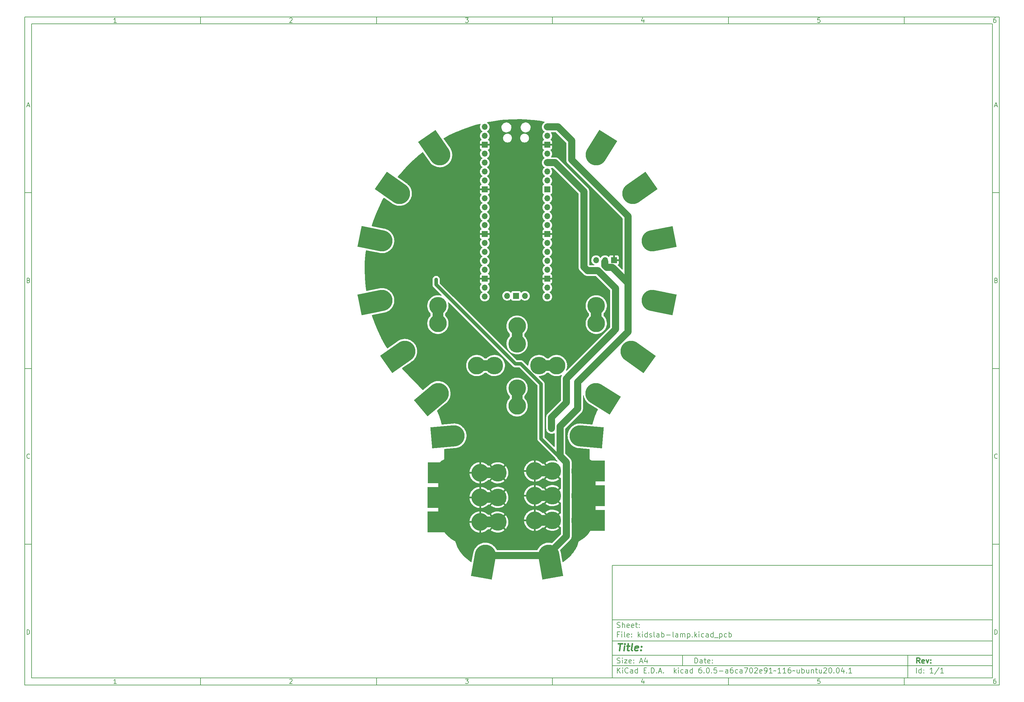
<source format=gbr>
%TF.GenerationSoftware,KiCad,Pcbnew,6.0.5-a6ca702e91~116~ubuntu20.04.1*%
%TF.CreationDate,2022-05-23T12:48:00+02:00*%
%TF.ProjectId,kidslab-lamp,6b696473-6c61-4622-9d6c-616d702e6b69,rev?*%
%TF.SameCoordinates,Original*%
%TF.FileFunction,Copper,L2,Bot*%
%TF.FilePolarity,Positive*%
%FSLAX46Y46*%
G04 Gerber Fmt 4.6, Leading zero omitted, Abs format (unit mm)*
G04 Created by KiCad (PCBNEW 6.0.5-a6ca702e91~116~ubuntu20.04.1) date 2022-05-23 12:48:00*
%MOMM*%
%LPD*%
G01*
G04 APERTURE LIST*
G04 Aperture macros list*
%AMFreePoly0*
4,1,48,0.468453,2.455718,0.772542,2.377641,1.064448,2.262068,1.339567,2.110820,1.593560,1.926283,1.822422,1.711368,1.955916,1.550000,3.250000,1.550000,3.285355,1.535355,3.300000,1.500000,3.300000,-1.500000,3.285355,-1.535355,3.250000,-1.550000,1.955916,-1.550000,1.822422,-1.711368,1.593560,-1.926283,1.339567,-2.110820,1.064448,-2.262068,0.772542,-2.377641,0.468453,-2.455718,
0.156976,-2.495067,-0.156976,-2.495067,-0.468453,-2.455718,-0.772542,-2.377641,-1.064448,-2.262068,-1.339567,-2.110820,-1.593560,-1.926283,-1.822422,-1.711368,-2.022542,-1.469463,-2.190767,-1.204384,-2.324441,-0.920311,-2.421458,-0.621725,-2.480287,-0.313333,-2.500000,0.000000,-2.480287,0.313333,-2.421458,0.621725,-2.324441,0.920311,-2.190767,1.204384,-2.022542,1.469463,-1.822422,1.711368,
-1.593560,1.926283,-1.339567,2.110820,-1.064448,2.262068,-0.772542,2.377641,-0.468453,2.455718,-0.156976,2.495067,0.156976,2.495067,0.468453,2.455718,0.468453,2.455718,$1*%
%AMFreePoly1*
4,1,34,6.500000,-3.000000,0.000000,-3.000000,0.000000,-2.998354,-0.313585,-2.983566,-0.654430,-2.927750,-0.986600,-2.833129,-1.305693,-2.700956,-1.607480,-2.532984,-1.887961,-2.331438,-2.143418,-2.098991,-2.370465,-1.838721,-2.566093,-1.554081,-2.727708,-1.248842,-2.853170,-0.927051,-2.940814,-0.592972,-2.989479,-0.251034,-2.998520,0.094232,-2.967817,0.438249,-2.897777,0.776457,-2.789329,1.104374,
-2.643910,1.417652,-2.463448,1.712141,-2.250333,1.983936,-2.007392,2.229434,-1.737844,2.445383,-1.445261,2.628920,-1.133522,2.777612,-0.806759,2.889488,-0.469303,2.963065,-0.125627,2.997368,0.000000,2.995395,0.000000,3.000000,6.500000,3.000000,6.500000,-3.000000,6.500000,-3.000000,$1*%
G04 Aperture macros list end*
%ADD10C,0.100000*%
%ADD11C,0.150000*%
%ADD12C,0.300000*%
%ADD13C,0.400000*%
%TA.AperFunction,ComponentPad*%
%ADD14FreePoly0,270.000000*%
%TD*%
%TA.AperFunction,ComponentPad*%
%ADD15C,5.000000*%
%TD*%
%TA.AperFunction,ComponentPad*%
%ADD16FreePoly0,0.000000*%
%TD*%
%TA.AperFunction,ComponentPad*%
%ADD17FreePoly0,180.000000*%
%TD*%
%TA.AperFunction,ComponentPad*%
%ADD18FreePoly0,90.000000*%
%TD*%
%TA.AperFunction,CastellatedPad*%
%ADD19FreePoly1,355.000000*%
%TD*%
%TA.AperFunction,CastellatedPad*%
%ADD20FreePoly1,220.000000*%
%TD*%
%TA.AperFunction,CastellatedPad*%
%ADD21FreePoly1,0.000000*%
%TD*%
%TA.AperFunction,CastellatedPad*%
%ADD22FreePoly1,191.500000*%
%TD*%
%TA.AperFunction,CastellatedPad*%
%ADD23FreePoly1,215.000000*%
%TD*%
%TA.AperFunction,CastellatedPad*%
%ADD24FreePoly1,180.000000*%
%TD*%
%TA.AperFunction,CastellatedPad*%
%ADD25FreePoly1,280.000000*%
%TD*%
%TA.AperFunction,CastellatedPad*%
%ADD26FreePoly1,145.000000*%
%TD*%
%TA.AperFunction,CastellatedPad*%
%ADD27FreePoly1,185.000000*%
%TD*%
%TA.AperFunction,CastellatedPad*%
%ADD28FreePoly1,58.000000*%
%TD*%
%TA.AperFunction,CastellatedPad*%
%ADD29FreePoly1,328.000000*%
%TD*%
%TA.AperFunction,CastellatedPad*%
%ADD30FreePoly1,260.000000*%
%TD*%
%TA.AperFunction,CastellatedPad*%
%ADD31FreePoly1,348.500000*%
%TD*%
%TA.AperFunction,CastellatedPad*%
%ADD32FreePoly1,11.000000*%
%TD*%
%TA.AperFunction,CastellatedPad*%
%ADD33FreePoly1,35.000000*%
%TD*%
%TA.AperFunction,CastellatedPad*%
%ADD34FreePoly1,124.500000*%
%TD*%
%TA.AperFunction,CastellatedPad*%
%ADD35FreePoly1,168.500000*%
%TD*%
%TA.AperFunction,CastellatedPad*%
%ADD36FreePoly1,324.500000*%
%TD*%
%TA.AperFunction,ComponentPad*%
%ADD37O,1.700000X1.700000*%
%TD*%
%TA.AperFunction,ComponentPad*%
%ADD38R,1.700000X1.700000*%
%TD*%
%TA.AperFunction,ViaPad*%
%ADD39C,0.800000*%
%TD*%
%TA.AperFunction,Conductor*%
%ADD40C,2.000000*%
%TD*%
%TA.AperFunction,Conductor*%
%ADD41C,1.000000*%
%TD*%
G04 APERTURE END LIST*
D10*
D11*
X177002200Y-166007200D02*
X177002200Y-198007200D01*
X285002200Y-198007200D01*
X285002200Y-166007200D01*
X177002200Y-166007200D01*
D10*
D11*
X10000000Y-10000000D02*
X10000000Y-200007200D01*
X287002200Y-200007200D01*
X287002200Y-10000000D01*
X10000000Y-10000000D01*
D10*
D11*
X12000000Y-12000000D02*
X12000000Y-198007200D01*
X285002200Y-198007200D01*
X285002200Y-12000000D01*
X12000000Y-12000000D01*
D10*
D11*
X60000000Y-12000000D02*
X60000000Y-10000000D01*
D10*
D11*
X110000000Y-12000000D02*
X110000000Y-10000000D01*
D10*
D11*
X160000000Y-12000000D02*
X160000000Y-10000000D01*
D10*
D11*
X210000000Y-12000000D02*
X210000000Y-10000000D01*
D10*
D11*
X260000000Y-12000000D02*
X260000000Y-10000000D01*
D10*
D11*
X36065476Y-11588095D02*
X35322619Y-11588095D01*
X35694047Y-11588095D02*
X35694047Y-10288095D01*
X35570238Y-10473809D01*
X35446428Y-10597619D01*
X35322619Y-10659523D01*
D10*
D11*
X85322619Y-10411904D02*
X85384523Y-10350000D01*
X85508333Y-10288095D01*
X85817857Y-10288095D01*
X85941666Y-10350000D01*
X86003571Y-10411904D01*
X86065476Y-10535714D01*
X86065476Y-10659523D01*
X86003571Y-10845238D01*
X85260714Y-11588095D01*
X86065476Y-11588095D01*
D10*
D11*
X135260714Y-10288095D02*
X136065476Y-10288095D01*
X135632142Y-10783333D01*
X135817857Y-10783333D01*
X135941666Y-10845238D01*
X136003571Y-10907142D01*
X136065476Y-11030952D01*
X136065476Y-11340476D01*
X136003571Y-11464285D01*
X135941666Y-11526190D01*
X135817857Y-11588095D01*
X135446428Y-11588095D01*
X135322619Y-11526190D01*
X135260714Y-11464285D01*
D10*
D11*
X185941666Y-10721428D02*
X185941666Y-11588095D01*
X185632142Y-10226190D02*
X185322619Y-11154761D01*
X186127380Y-11154761D01*
D10*
D11*
X236003571Y-10288095D02*
X235384523Y-10288095D01*
X235322619Y-10907142D01*
X235384523Y-10845238D01*
X235508333Y-10783333D01*
X235817857Y-10783333D01*
X235941666Y-10845238D01*
X236003571Y-10907142D01*
X236065476Y-11030952D01*
X236065476Y-11340476D01*
X236003571Y-11464285D01*
X235941666Y-11526190D01*
X235817857Y-11588095D01*
X235508333Y-11588095D01*
X235384523Y-11526190D01*
X235322619Y-11464285D01*
D10*
D11*
X285941666Y-10288095D02*
X285694047Y-10288095D01*
X285570238Y-10350000D01*
X285508333Y-10411904D01*
X285384523Y-10597619D01*
X285322619Y-10845238D01*
X285322619Y-11340476D01*
X285384523Y-11464285D01*
X285446428Y-11526190D01*
X285570238Y-11588095D01*
X285817857Y-11588095D01*
X285941666Y-11526190D01*
X286003571Y-11464285D01*
X286065476Y-11340476D01*
X286065476Y-11030952D01*
X286003571Y-10907142D01*
X285941666Y-10845238D01*
X285817857Y-10783333D01*
X285570238Y-10783333D01*
X285446428Y-10845238D01*
X285384523Y-10907142D01*
X285322619Y-11030952D01*
D10*
D11*
X60000000Y-198007200D02*
X60000000Y-200007200D01*
D10*
D11*
X110000000Y-198007200D02*
X110000000Y-200007200D01*
D10*
D11*
X160000000Y-198007200D02*
X160000000Y-200007200D01*
D10*
D11*
X210000000Y-198007200D02*
X210000000Y-200007200D01*
D10*
D11*
X260000000Y-198007200D02*
X260000000Y-200007200D01*
D10*
D11*
X36065476Y-199595295D02*
X35322619Y-199595295D01*
X35694047Y-199595295D02*
X35694047Y-198295295D01*
X35570238Y-198481009D01*
X35446428Y-198604819D01*
X35322619Y-198666723D01*
D10*
D11*
X85322619Y-198419104D02*
X85384523Y-198357200D01*
X85508333Y-198295295D01*
X85817857Y-198295295D01*
X85941666Y-198357200D01*
X86003571Y-198419104D01*
X86065476Y-198542914D01*
X86065476Y-198666723D01*
X86003571Y-198852438D01*
X85260714Y-199595295D01*
X86065476Y-199595295D01*
D10*
D11*
X135260714Y-198295295D02*
X136065476Y-198295295D01*
X135632142Y-198790533D01*
X135817857Y-198790533D01*
X135941666Y-198852438D01*
X136003571Y-198914342D01*
X136065476Y-199038152D01*
X136065476Y-199347676D01*
X136003571Y-199471485D01*
X135941666Y-199533390D01*
X135817857Y-199595295D01*
X135446428Y-199595295D01*
X135322619Y-199533390D01*
X135260714Y-199471485D01*
D10*
D11*
X185941666Y-198728628D02*
X185941666Y-199595295D01*
X185632142Y-198233390D02*
X185322619Y-199161961D01*
X186127380Y-199161961D01*
D10*
D11*
X236003571Y-198295295D02*
X235384523Y-198295295D01*
X235322619Y-198914342D01*
X235384523Y-198852438D01*
X235508333Y-198790533D01*
X235817857Y-198790533D01*
X235941666Y-198852438D01*
X236003571Y-198914342D01*
X236065476Y-199038152D01*
X236065476Y-199347676D01*
X236003571Y-199471485D01*
X235941666Y-199533390D01*
X235817857Y-199595295D01*
X235508333Y-199595295D01*
X235384523Y-199533390D01*
X235322619Y-199471485D01*
D10*
D11*
X285941666Y-198295295D02*
X285694047Y-198295295D01*
X285570238Y-198357200D01*
X285508333Y-198419104D01*
X285384523Y-198604819D01*
X285322619Y-198852438D01*
X285322619Y-199347676D01*
X285384523Y-199471485D01*
X285446428Y-199533390D01*
X285570238Y-199595295D01*
X285817857Y-199595295D01*
X285941666Y-199533390D01*
X286003571Y-199471485D01*
X286065476Y-199347676D01*
X286065476Y-199038152D01*
X286003571Y-198914342D01*
X285941666Y-198852438D01*
X285817857Y-198790533D01*
X285570238Y-198790533D01*
X285446428Y-198852438D01*
X285384523Y-198914342D01*
X285322619Y-199038152D01*
D10*
D11*
X10000000Y-60000000D02*
X12000000Y-60000000D01*
D10*
D11*
X10000000Y-110000000D02*
X12000000Y-110000000D01*
D10*
D11*
X10000000Y-160000000D02*
X12000000Y-160000000D01*
D10*
D11*
X10690476Y-35216666D02*
X11309523Y-35216666D01*
X10566666Y-35588095D02*
X11000000Y-34288095D01*
X11433333Y-35588095D01*
D10*
D11*
X11092857Y-84907142D02*
X11278571Y-84969047D01*
X11340476Y-85030952D01*
X11402380Y-85154761D01*
X11402380Y-85340476D01*
X11340476Y-85464285D01*
X11278571Y-85526190D01*
X11154761Y-85588095D01*
X10659523Y-85588095D01*
X10659523Y-84288095D01*
X11092857Y-84288095D01*
X11216666Y-84350000D01*
X11278571Y-84411904D01*
X11340476Y-84535714D01*
X11340476Y-84659523D01*
X11278571Y-84783333D01*
X11216666Y-84845238D01*
X11092857Y-84907142D01*
X10659523Y-84907142D01*
D10*
D11*
X11402380Y-135464285D02*
X11340476Y-135526190D01*
X11154761Y-135588095D01*
X11030952Y-135588095D01*
X10845238Y-135526190D01*
X10721428Y-135402380D01*
X10659523Y-135278571D01*
X10597619Y-135030952D01*
X10597619Y-134845238D01*
X10659523Y-134597619D01*
X10721428Y-134473809D01*
X10845238Y-134350000D01*
X11030952Y-134288095D01*
X11154761Y-134288095D01*
X11340476Y-134350000D01*
X11402380Y-134411904D01*
D10*
D11*
X10659523Y-185588095D02*
X10659523Y-184288095D01*
X10969047Y-184288095D01*
X11154761Y-184350000D01*
X11278571Y-184473809D01*
X11340476Y-184597619D01*
X11402380Y-184845238D01*
X11402380Y-185030952D01*
X11340476Y-185278571D01*
X11278571Y-185402380D01*
X11154761Y-185526190D01*
X10969047Y-185588095D01*
X10659523Y-185588095D01*
D10*
D11*
X287002200Y-60000000D02*
X285002200Y-60000000D01*
D10*
D11*
X287002200Y-110000000D02*
X285002200Y-110000000D01*
D10*
D11*
X287002200Y-160000000D02*
X285002200Y-160000000D01*
D10*
D11*
X285692676Y-35216666D02*
X286311723Y-35216666D01*
X285568866Y-35588095D02*
X286002200Y-34288095D01*
X286435533Y-35588095D01*
D10*
D11*
X286095057Y-84907142D02*
X286280771Y-84969047D01*
X286342676Y-85030952D01*
X286404580Y-85154761D01*
X286404580Y-85340476D01*
X286342676Y-85464285D01*
X286280771Y-85526190D01*
X286156961Y-85588095D01*
X285661723Y-85588095D01*
X285661723Y-84288095D01*
X286095057Y-84288095D01*
X286218866Y-84350000D01*
X286280771Y-84411904D01*
X286342676Y-84535714D01*
X286342676Y-84659523D01*
X286280771Y-84783333D01*
X286218866Y-84845238D01*
X286095057Y-84907142D01*
X285661723Y-84907142D01*
D10*
D11*
X286404580Y-135464285D02*
X286342676Y-135526190D01*
X286156961Y-135588095D01*
X286033152Y-135588095D01*
X285847438Y-135526190D01*
X285723628Y-135402380D01*
X285661723Y-135278571D01*
X285599819Y-135030952D01*
X285599819Y-134845238D01*
X285661723Y-134597619D01*
X285723628Y-134473809D01*
X285847438Y-134350000D01*
X286033152Y-134288095D01*
X286156961Y-134288095D01*
X286342676Y-134350000D01*
X286404580Y-134411904D01*
D10*
D11*
X285661723Y-185588095D02*
X285661723Y-184288095D01*
X285971247Y-184288095D01*
X286156961Y-184350000D01*
X286280771Y-184473809D01*
X286342676Y-184597619D01*
X286404580Y-184845238D01*
X286404580Y-185030952D01*
X286342676Y-185278571D01*
X286280771Y-185402380D01*
X286156961Y-185526190D01*
X285971247Y-185588095D01*
X285661723Y-185588095D01*
D10*
D11*
X200434342Y-193785771D02*
X200434342Y-192285771D01*
X200791485Y-192285771D01*
X201005771Y-192357200D01*
X201148628Y-192500057D01*
X201220057Y-192642914D01*
X201291485Y-192928628D01*
X201291485Y-193142914D01*
X201220057Y-193428628D01*
X201148628Y-193571485D01*
X201005771Y-193714342D01*
X200791485Y-193785771D01*
X200434342Y-193785771D01*
X202577200Y-193785771D02*
X202577200Y-193000057D01*
X202505771Y-192857200D01*
X202362914Y-192785771D01*
X202077200Y-192785771D01*
X201934342Y-192857200D01*
X202577200Y-193714342D02*
X202434342Y-193785771D01*
X202077200Y-193785771D01*
X201934342Y-193714342D01*
X201862914Y-193571485D01*
X201862914Y-193428628D01*
X201934342Y-193285771D01*
X202077200Y-193214342D01*
X202434342Y-193214342D01*
X202577200Y-193142914D01*
X203077200Y-192785771D02*
X203648628Y-192785771D01*
X203291485Y-192285771D02*
X203291485Y-193571485D01*
X203362914Y-193714342D01*
X203505771Y-193785771D01*
X203648628Y-193785771D01*
X204720057Y-193714342D02*
X204577200Y-193785771D01*
X204291485Y-193785771D01*
X204148628Y-193714342D01*
X204077200Y-193571485D01*
X204077200Y-193000057D01*
X204148628Y-192857200D01*
X204291485Y-192785771D01*
X204577200Y-192785771D01*
X204720057Y-192857200D01*
X204791485Y-193000057D01*
X204791485Y-193142914D01*
X204077200Y-193285771D01*
X205434342Y-193642914D02*
X205505771Y-193714342D01*
X205434342Y-193785771D01*
X205362914Y-193714342D01*
X205434342Y-193642914D01*
X205434342Y-193785771D01*
X205434342Y-192857200D02*
X205505771Y-192928628D01*
X205434342Y-193000057D01*
X205362914Y-192928628D01*
X205434342Y-192857200D01*
X205434342Y-193000057D01*
D10*
D11*
X177002200Y-194507200D02*
X285002200Y-194507200D01*
D10*
D11*
X178434342Y-196585771D02*
X178434342Y-195085771D01*
X179291485Y-196585771D02*
X178648628Y-195728628D01*
X179291485Y-195085771D02*
X178434342Y-195942914D01*
X179934342Y-196585771D02*
X179934342Y-195585771D01*
X179934342Y-195085771D02*
X179862914Y-195157200D01*
X179934342Y-195228628D01*
X180005771Y-195157200D01*
X179934342Y-195085771D01*
X179934342Y-195228628D01*
X181505771Y-196442914D02*
X181434342Y-196514342D01*
X181220057Y-196585771D01*
X181077200Y-196585771D01*
X180862914Y-196514342D01*
X180720057Y-196371485D01*
X180648628Y-196228628D01*
X180577200Y-195942914D01*
X180577200Y-195728628D01*
X180648628Y-195442914D01*
X180720057Y-195300057D01*
X180862914Y-195157200D01*
X181077200Y-195085771D01*
X181220057Y-195085771D01*
X181434342Y-195157200D01*
X181505771Y-195228628D01*
X182791485Y-196585771D02*
X182791485Y-195800057D01*
X182720057Y-195657200D01*
X182577200Y-195585771D01*
X182291485Y-195585771D01*
X182148628Y-195657200D01*
X182791485Y-196514342D02*
X182648628Y-196585771D01*
X182291485Y-196585771D01*
X182148628Y-196514342D01*
X182077200Y-196371485D01*
X182077200Y-196228628D01*
X182148628Y-196085771D01*
X182291485Y-196014342D01*
X182648628Y-196014342D01*
X182791485Y-195942914D01*
X184148628Y-196585771D02*
X184148628Y-195085771D01*
X184148628Y-196514342D02*
X184005771Y-196585771D01*
X183720057Y-196585771D01*
X183577200Y-196514342D01*
X183505771Y-196442914D01*
X183434342Y-196300057D01*
X183434342Y-195871485D01*
X183505771Y-195728628D01*
X183577200Y-195657200D01*
X183720057Y-195585771D01*
X184005771Y-195585771D01*
X184148628Y-195657200D01*
X186005771Y-195800057D02*
X186505771Y-195800057D01*
X186720057Y-196585771D02*
X186005771Y-196585771D01*
X186005771Y-195085771D01*
X186720057Y-195085771D01*
X187362914Y-196442914D02*
X187434342Y-196514342D01*
X187362914Y-196585771D01*
X187291485Y-196514342D01*
X187362914Y-196442914D01*
X187362914Y-196585771D01*
X188077200Y-196585771D02*
X188077200Y-195085771D01*
X188434342Y-195085771D01*
X188648628Y-195157200D01*
X188791485Y-195300057D01*
X188862914Y-195442914D01*
X188934342Y-195728628D01*
X188934342Y-195942914D01*
X188862914Y-196228628D01*
X188791485Y-196371485D01*
X188648628Y-196514342D01*
X188434342Y-196585771D01*
X188077200Y-196585771D01*
X189577200Y-196442914D02*
X189648628Y-196514342D01*
X189577200Y-196585771D01*
X189505771Y-196514342D01*
X189577200Y-196442914D01*
X189577200Y-196585771D01*
X190220057Y-196157200D02*
X190934342Y-196157200D01*
X190077200Y-196585771D02*
X190577200Y-195085771D01*
X191077200Y-196585771D01*
X191577200Y-196442914D02*
X191648628Y-196514342D01*
X191577200Y-196585771D01*
X191505771Y-196514342D01*
X191577200Y-196442914D01*
X191577200Y-196585771D01*
X194577200Y-196585771D02*
X194577200Y-195085771D01*
X194720057Y-196014342D02*
X195148628Y-196585771D01*
X195148628Y-195585771D02*
X194577200Y-196157200D01*
X195791485Y-196585771D02*
X195791485Y-195585771D01*
X195791485Y-195085771D02*
X195720057Y-195157200D01*
X195791485Y-195228628D01*
X195862914Y-195157200D01*
X195791485Y-195085771D01*
X195791485Y-195228628D01*
X197148628Y-196514342D02*
X197005771Y-196585771D01*
X196720057Y-196585771D01*
X196577200Y-196514342D01*
X196505771Y-196442914D01*
X196434342Y-196300057D01*
X196434342Y-195871485D01*
X196505771Y-195728628D01*
X196577200Y-195657200D01*
X196720057Y-195585771D01*
X197005771Y-195585771D01*
X197148628Y-195657200D01*
X198434342Y-196585771D02*
X198434342Y-195800057D01*
X198362914Y-195657200D01*
X198220057Y-195585771D01*
X197934342Y-195585771D01*
X197791485Y-195657200D01*
X198434342Y-196514342D02*
X198291485Y-196585771D01*
X197934342Y-196585771D01*
X197791485Y-196514342D01*
X197720057Y-196371485D01*
X197720057Y-196228628D01*
X197791485Y-196085771D01*
X197934342Y-196014342D01*
X198291485Y-196014342D01*
X198434342Y-195942914D01*
X199791485Y-196585771D02*
X199791485Y-195085771D01*
X199791485Y-196514342D02*
X199648628Y-196585771D01*
X199362914Y-196585771D01*
X199220057Y-196514342D01*
X199148628Y-196442914D01*
X199077200Y-196300057D01*
X199077200Y-195871485D01*
X199148628Y-195728628D01*
X199220057Y-195657200D01*
X199362914Y-195585771D01*
X199648628Y-195585771D01*
X199791485Y-195657200D01*
X202291485Y-195085771D02*
X202005771Y-195085771D01*
X201862914Y-195157200D01*
X201791485Y-195228628D01*
X201648628Y-195442914D01*
X201577200Y-195728628D01*
X201577200Y-196300057D01*
X201648628Y-196442914D01*
X201720057Y-196514342D01*
X201862914Y-196585771D01*
X202148628Y-196585771D01*
X202291485Y-196514342D01*
X202362914Y-196442914D01*
X202434342Y-196300057D01*
X202434342Y-195942914D01*
X202362914Y-195800057D01*
X202291485Y-195728628D01*
X202148628Y-195657200D01*
X201862914Y-195657200D01*
X201720057Y-195728628D01*
X201648628Y-195800057D01*
X201577200Y-195942914D01*
X203077200Y-196442914D02*
X203148628Y-196514342D01*
X203077200Y-196585771D01*
X203005771Y-196514342D01*
X203077200Y-196442914D01*
X203077200Y-196585771D01*
X204077200Y-195085771D02*
X204220057Y-195085771D01*
X204362914Y-195157200D01*
X204434342Y-195228628D01*
X204505771Y-195371485D01*
X204577200Y-195657200D01*
X204577200Y-196014342D01*
X204505771Y-196300057D01*
X204434342Y-196442914D01*
X204362914Y-196514342D01*
X204220057Y-196585771D01*
X204077200Y-196585771D01*
X203934342Y-196514342D01*
X203862914Y-196442914D01*
X203791485Y-196300057D01*
X203720057Y-196014342D01*
X203720057Y-195657200D01*
X203791485Y-195371485D01*
X203862914Y-195228628D01*
X203934342Y-195157200D01*
X204077200Y-195085771D01*
X205220057Y-196442914D02*
X205291485Y-196514342D01*
X205220057Y-196585771D01*
X205148628Y-196514342D01*
X205220057Y-196442914D01*
X205220057Y-196585771D01*
X206648628Y-195085771D02*
X205934342Y-195085771D01*
X205862914Y-195800057D01*
X205934342Y-195728628D01*
X206077200Y-195657200D01*
X206434342Y-195657200D01*
X206577200Y-195728628D01*
X206648628Y-195800057D01*
X206720057Y-195942914D01*
X206720057Y-196300057D01*
X206648628Y-196442914D01*
X206577200Y-196514342D01*
X206434342Y-196585771D01*
X206077200Y-196585771D01*
X205934342Y-196514342D01*
X205862914Y-196442914D01*
X207362914Y-196014342D02*
X208505771Y-196014342D01*
X209862914Y-196585771D02*
X209862914Y-195800057D01*
X209791485Y-195657200D01*
X209648628Y-195585771D01*
X209362914Y-195585771D01*
X209220057Y-195657200D01*
X209862914Y-196514342D02*
X209720057Y-196585771D01*
X209362914Y-196585771D01*
X209220057Y-196514342D01*
X209148628Y-196371485D01*
X209148628Y-196228628D01*
X209220057Y-196085771D01*
X209362914Y-196014342D01*
X209720057Y-196014342D01*
X209862914Y-195942914D01*
X211220057Y-195085771D02*
X210934342Y-195085771D01*
X210791485Y-195157200D01*
X210720057Y-195228628D01*
X210577200Y-195442914D01*
X210505771Y-195728628D01*
X210505771Y-196300057D01*
X210577200Y-196442914D01*
X210648628Y-196514342D01*
X210791485Y-196585771D01*
X211077200Y-196585771D01*
X211220057Y-196514342D01*
X211291485Y-196442914D01*
X211362914Y-196300057D01*
X211362914Y-195942914D01*
X211291485Y-195800057D01*
X211220057Y-195728628D01*
X211077200Y-195657200D01*
X210791485Y-195657200D01*
X210648628Y-195728628D01*
X210577200Y-195800057D01*
X210505771Y-195942914D01*
X212648628Y-196514342D02*
X212505771Y-196585771D01*
X212220057Y-196585771D01*
X212077200Y-196514342D01*
X212005771Y-196442914D01*
X211934342Y-196300057D01*
X211934342Y-195871485D01*
X212005771Y-195728628D01*
X212077200Y-195657200D01*
X212220057Y-195585771D01*
X212505771Y-195585771D01*
X212648628Y-195657200D01*
X213934342Y-196585771D02*
X213934342Y-195800057D01*
X213862914Y-195657200D01*
X213720057Y-195585771D01*
X213434342Y-195585771D01*
X213291485Y-195657200D01*
X213934342Y-196514342D02*
X213791485Y-196585771D01*
X213434342Y-196585771D01*
X213291485Y-196514342D01*
X213220057Y-196371485D01*
X213220057Y-196228628D01*
X213291485Y-196085771D01*
X213434342Y-196014342D01*
X213791485Y-196014342D01*
X213934342Y-195942914D01*
X214505771Y-195085771D02*
X215505771Y-195085771D01*
X214862914Y-196585771D01*
X216362914Y-195085771D02*
X216505771Y-195085771D01*
X216648628Y-195157200D01*
X216720057Y-195228628D01*
X216791485Y-195371485D01*
X216862914Y-195657200D01*
X216862914Y-196014342D01*
X216791485Y-196300057D01*
X216720057Y-196442914D01*
X216648628Y-196514342D01*
X216505771Y-196585771D01*
X216362914Y-196585771D01*
X216220057Y-196514342D01*
X216148628Y-196442914D01*
X216077200Y-196300057D01*
X216005771Y-196014342D01*
X216005771Y-195657200D01*
X216077200Y-195371485D01*
X216148628Y-195228628D01*
X216220057Y-195157200D01*
X216362914Y-195085771D01*
X217434342Y-195228628D02*
X217505771Y-195157200D01*
X217648628Y-195085771D01*
X218005771Y-195085771D01*
X218148628Y-195157200D01*
X218220057Y-195228628D01*
X218291485Y-195371485D01*
X218291485Y-195514342D01*
X218220057Y-195728628D01*
X217362914Y-196585771D01*
X218291485Y-196585771D01*
X219505771Y-196514342D02*
X219362914Y-196585771D01*
X219077200Y-196585771D01*
X218934342Y-196514342D01*
X218862914Y-196371485D01*
X218862914Y-195800057D01*
X218934342Y-195657200D01*
X219077200Y-195585771D01*
X219362914Y-195585771D01*
X219505771Y-195657200D01*
X219577200Y-195800057D01*
X219577200Y-195942914D01*
X218862914Y-196085771D01*
X220291485Y-196585771D02*
X220577200Y-196585771D01*
X220720057Y-196514342D01*
X220791485Y-196442914D01*
X220934342Y-196228628D01*
X221005771Y-195942914D01*
X221005771Y-195371485D01*
X220934342Y-195228628D01*
X220862914Y-195157200D01*
X220720057Y-195085771D01*
X220434342Y-195085771D01*
X220291485Y-195157200D01*
X220220057Y-195228628D01*
X220148628Y-195371485D01*
X220148628Y-195728628D01*
X220220057Y-195871485D01*
X220291485Y-195942914D01*
X220434342Y-196014342D01*
X220720057Y-196014342D01*
X220862914Y-195942914D01*
X220934342Y-195871485D01*
X221005771Y-195728628D01*
X222434342Y-196585771D02*
X221577199Y-196585771D01*
X222005771Y-196585771D02*
X222005771Y-195085771D01*
X221862914Y-195300057D01*
X221720057Y-195442914D01*
X221577199Y-195514342D01*
X222862914Y-196014342D02*
X222934342Y-195942914D01*
X223077199Y-195871485D01*
X223362914Y-196014342D01*
X223505771Y-195942914D01*
X223577199Y-195871485D01*
X224934342Y-196585771D02*
X224077199Y-196585771D01*
X224505771Y-196585771D02*
X224505771Y-195085771D01*
X224362914Y-195300057D01*
X224220057Y-195442914D01*
X224077199Y-195514342D01*
X226362914Y-196585771D02*
X225505771Y-196585771D01*
X225934342Y-196585771D02*
X225934342Y-195085771D01*
X225791485Y-195300057D01*
X225648628Y-195442914D01*
X225505771Y-195514342D01*
X227648628Y-195085771D02*
X227362914Y-195085771D01*
X227220057Y-195157200D01*
X227148628Y-195228628D01*
X227005771Y-195442914D01*
X226934342Y-195728628D01*
X226934342Y-196300057D01*
X227005771Y-196442914D01*
X227077199Y-196514342D01*
X227220057Y-196585771D01*
X227505771Y-196585771D01*
X227648628Y-196514342D01*
X227720057Y-196442914D01*
X227791485Y-196300057D01*
X227791485Y-195942914D01*
X227720057Y-195800057D01*
X227648628Y-195728628D01*
X227505771Y-195657200D01*
X227220057Y-195657200D01*
X227077199Y-195728628D01*
X227005771Y-195800057D01*
X226934342Y-195942914D01*
X228220057Y-196014342D02*
X228291485Y-195942914D01*
X228434342Y-195871485D01*
X228720057Y-196014342D01*
X228862914Y-195942914D01*
X228934342Y-195871485D01*
X230148628Y-195585771D02*
X230148628Y-196585771D01*
X229505771Y-195585771D02*
X229505771Y-196371485D01*
X229577199Y-196514342D01*
X229720057Y-196585771D01*
X229934342Y-196585771D01*
X230077199Y-196514342D01*
X230148628Y-196442914D01*
X230862914Y-196585771D02*
X230862914Y-195085771D01*
X230862914Y-195657200D02*
X231005771Y-195585771D01*
X231291485Y-195585771D01*
X231434342Y-195657200D01*
X231505771Y-195728628D01*
X231577199Y-195871485D01*
X231577199Y-196300057D01*
X231505771Y-196442914D01*
X231434342Y-196514342D01*
X231291485Y-196585771D01*
X231005771Y-196585771D01*
X230862914Y-196514342D01*
X232862914Y-195585771D02*
X232862914Y-196585771D01*
X232220057Y-195585771D02*
X232220057Y-196371485D01*
X232291485Y-196514342D01*
X232434342Y-196585771D01*
X232648628Y-196585771D01*
X232791485Y-196514342D01*
X232862914Y-196442914D01*
X233577199Y-195585771D02*
X233577199Y-196585771D01*
X233577199Y-195728628D02*
X233648628Y-195657200D01*
X233791485Y-195585771D01*
X234005771Y-195585771D01*
X234148628Y-195657200D01*
X234220057Y-195800057D01*
X234220057Y-196585771D01*
X234720057Y-195585771D02*
X235291485Y-195585771D01*
X234934342Y-195085771D02*
X234934342Y-196371485D01*
X235005771Y-196514342D01*
X235148628Y-196585771D01*
X235291485Y-196585771D01*
X236434342Y-195585771D02*
X236434342Y-196585771D01*
X235791485Y-195585771D02*
X235791485Y-196371485D01*
X235862914Y-196514342D01*
X236005771Y-196585771D01*
X236220057Y-196585771D01*
X236362914Y-196514342D01*
X236434342Y-196442914D01*
X237077199Y-195228628D02*
X237148628Y-195157200D01*
X237291485Y-195085771D01*
X237648628Y-195085771D01*
X237791485Y-195157200D01*
X237862914Y-195228628D01*
X237934342Y-195371485D01*
X237934342Y-195514342D01*
X237862914Y-195728628D01*
X237005771Y-196585771D01*
X237934342Y-196585771D01*
X238862914Y-195085771D02*
X239005771Y-195085771D01*
X239148628Y-195157200D01*
X239220057Y-195228628D01*
X239291485Y-195371485D01*
X239362914Y-195657200D01*
X239362914Y-196014342D01*
X239291485Y-196300057D01*
X239220057Y-196442914D01*
X239148628Y-196514342D01*
X239005771Y-196585771D01*
X238862914Y-196585771D01*
X238720057Y-196514342D01*
X238648628Y-196442914D01*
X238577199Y-196300057D01*
X238505771Y-196014342D01*
X238505771Y-195657200D01*
X238577199Y-195371485D01*
X238648628Y-195228628D01*
X238720057Y-195157200D01*
X238862914Y-195085771D01*
X240005771Y-196442914D02*
X240077199Y-196514342D01*
X240005771Y-196585771D01*
X239934342Y-196514342D01*
X240005771Y-196442914D01*
X240005771Y-196585771D01*
X241005771Y-195085771D02*
X241148628Y-195085771D01*
X241291485Y-195157200D01*
X241362914Y-195228628D01*
X241434342Y-195371485D01*
X241505771Y-195657200D01*
X241505771Y-196014342D01*
X241434342Y-196300057D01*
X241362914Y-196442914D01*
X241291485Y-196514342D01*
X241148628Y-196585771D01*
X241005771Y-196585771D01*
X240862914Y-196514342D01*
X240791485Y-196442914D01*
X240720057Y-196300057D01*
X240648628Y-196014342D01*
X240648628Y-195657200D01*
X240720057Y-195371485D01*
X240791485Y-195228628D01*
X240862914Y-195157200D01*
X241005771Y-195085771D01*
X242791485Y-195585771D02*
X242791485Y-196585771D01*
X242434342Y-195014342D02*
X242077199Y-196085771D01*
X243005771Y-196085771D01*
X243577199Y-196442914D02*
X243648628Y-196514342D01*
X243577199Y-196585771D01*
X243505771Y-196514342D01*
X243577199Y-196442914D01*
X243577199Y-196585771D01*
X245077199Y-196585771D02*
X244220057Y-196585771D01*
X244648628Y-196585771D02*
X244648628Y-195085771D01*
X244505771Y-195300057D01*
X244362914Y-195442914D01*
X244220057Y-195514342D01*
D10*
D11*
X177002200Y-191507200D02*
X285002200Y-191507200D01*
D10*
D12*
X264411485Y-193785771D02*
X263911485Y-193071485D01*
X263554342Y-193785771D02*
X263554342Y-192285771D01*
X264125771Y-192285771D01*
X264268628Y-192357200D01*
X264340057Y-192428628D01*
X264411485Y-192571485D01*
X264411485Y-192785771D01*
X264340057Y-192928628D01*
X264268628Y-193000057D01*
X264125771Y-193071485D01*
X263554342Y-193071485D01*
X265625771Y-193714342D02*
X265482914Y-193785771D01*
X265197200Y-193785771D01*
X265054342Y-193714342D01*
X264982914Y-193571485D01*
X264982914Y-193000057D01*
X265054342Y-192857200D01*
X265197200Y-192785771D01*
X265482914Y-192785771D01*
X265625771Y-192857200D01*
X265697200Y-193000057D01*
X265697200Y-193142914D01*
X264982914Y-193285771D01*
X266197200Y-192785771D02*
X266554342Y-193785771D01*
X266911485Y-192785771D01*
X267482914Y-193642914D02*
X267554342Y-193714342D01*
X267482914Y-193785771D01*
X267411485Y-193714342D01*
X267482914Y-193642914D01*
X267482914Y-193785771D01*
X267482914Y-192857200D02*
X267554342Y-192928628D01*
X267482914Y-193000057D01*
X267411485Y-192928628D01*
X267482914Y-192857200D01*
X267482914Y-193000057D01*
D10*
D11*
X178362914Y-193714342D02*
X178577200Y-193785771D01*
X178934342Y-193785771D01*
X179077200Y-193714342D01*
X179148628Y-193642914D01*
X179220057Y-193500057D01*
X179220057Y-193357200D01*
X179148628Y-193214342D01*
X179077200Y-193142914D01*
X178934342Y-193071485D01*
X178648628Y-193000057D01*
X178505771Y-192928628D01*
X178434342Y-192857200D01*
X178362914Y-192714342D01*
X178362914Y-192571485D01*
X178434342Y-192428628D01*
X178505771Y-192357200D01*
X178648628Y-192285771D01*
X179005771Y-192285771D01*
X179220057Y-192357200D01*
X179862914Y-193785771D02*
X179862914Y-192785771D01*
X179862914Y-192285771D02*
X179791485Y-192357200D01*
X179862914Y-192428628D01*
X179934342Y-192357200D01*
X179862914Y-192285771D01*
X179862914Y-192428628D01*
X180434342Y-192785771D02*
X181220057Y-192785771D01*
X180434342Y-193785771D01*
X181220057Y-193785771D01*
X182362914Y-193714342D02*
X182220057Y-193785771D01*
X181934342Y-193785771D01*
X181791485Y-193714342D01*
X181720057Y-193571485D01*
X181720057Y-193000057D01*
X181791485Y-192857200D01*
X181934342Y-192785771D01*
X182220057Y-192785771D01*
X182362914Y-192857200D01*
X182434342Y-193000057D01*
X182434342Y-193142914D01*
X181720057Y-193285771D01*
X183077200Y-193642914D02*
X183148628Y-193714342D01*
X183077200Y-193785771D01*
X183005771Y-193714342D01*
X183077200Y-193642914D01*
X183077200Y-193785771D01*
X183077200Y-192857200D02*
X183148628Y-192928628D01*
X183077200Y-193000057D01*
X183005771Y-192928628D01*
X183077200Y-192857200D01*
X183077200Y-193000057D01*
X184862914Y-193357200D02*
X185577200Y-193357200D01*
X184720057Y-193785771D02*
X185220057Y-192285771D01*
X185720057Y-193785771D01*
X186862914Y-192785771D02*
X186862914Y-193785771D01*
X186505771Y-192214342D02*
X186148628Y-193285771D01*
X187077200Y-193285771D01*
D10*
D11*
X263434342Y-196585771D02*
X263434342Y-195085771D01*
X264791485Y-196585771D02*
X264791485Y-195085771D01*
X264791485Y-196514342D02*
X264648628Y-196585771D01*
X264362914Y-196585771D01*
X264220057Y-196514342D01*
X264148628Y-196442914D01*
X264077200Y-196300057D01*
X264077200Y-195871485D01*
X264148628Y-195728628D01*
X264220057Y-195657200D01*
X264362914Y-195585771D01*
X264648628Y-195585771D01*
X264791485Y-195657200D01*
X265505771Y-196442914D02*
X265577200Y-196514342D01*
X265505771Y-196585771D01*
X265434342Y-196514342D01*
X265505771Y-196442914D01*
X265505771Y-196585771D01*
X265505771Y-195657200D02*
X265577200Y-195728628D01*
X265505771Y-195800057D01*
X265434342Y-195728628D01*
X265505771Y-195657200D01*
X265505771Y-195800057D01*
X268148628Y-196585771D02*
X267291485Y-196585771D01*
X267720057Y-196585771D02*
X267720057Y-195085771D01*
X267577200Y-195300057D01*
X267434342Y-195442914D01*
X267291485Y-195514342D01*
X269862914Y-195014342D02*
X268577200Y-196942914D01*
X271148628Y-196585771D02*
X270291485Y-196585771D01*
X270720057Y-196585771D02*
X270720057Y-195085771D01*
X270577200Y-195300057D01*
X270434342Y-195442914D01*
X270291485Y-195514342D01*
D10*
D11*
X177002200Y-187507200D02*
X285002200Y-187507200D01*
D10*
D13*
X178714580Y-188211961D02*
X179857438Y-188211961D01*
X179036009Y-190211961D02*
X179286009Y-188211961D01*
X180274104Y-190211961D02*
X180440771Y-188878628D01*
X180524104Y-188211961D02*
X180416961Y-188307200D01*
X180500295Y-188402438D01*
X180607438Y-188307200D01*
X180524104Y-188211961D01*
X180500295Y-188402438D01*
X181107438Y-188878628D02*
X181869342Y-188878628D01*
X181476485Y-188211961D02*
X181262200Y-189926247D01*
X181333628Y-190116723D01*
X181512200Y-190211961D01*
X181702676Y-190211961D01*
X182655057Y-190211961D02*
X182476485Y-190116723D01*
X182405057Y-189926247D01*
X182619342Y-188211961D01*
X184190771Y-190116723D02*
X183988390Y-190211961D01*
X183607438Y-190211961D01*
X183428866Y-190116723D01*
X183357438Y-189926247D01*
X183452676Y-189164342D01*
X183571723Y-188973866D01*
X183774104Y-188878628D01*
X184155057Y-188878628D01*
X184333628Y-188973866D01*
X184405057Y-189164342D01*
X184381247Y-189354819D01*
X183405057Y-189545295D01*
X185155057Y-190021485D02*
X185238390Y-190116723D01*
X185131247Y-190211961D01*
X185047914Y-190116723D01*
X185155057Y-190021485D01*
X185131247Y-190211961D01*
X185286009Y-188973866D02*
X185369342Y-189069104D01*
X185262200Y-189164342D01*
X185178866Y-189069104D01*
X185286009Y-188973866D01*
X185262200Y-189164342D01*
D10*
D11*
X178934342Y-185600057D02*
X178434342Y-185600057D01*
X178434342Y-186385771D02*
X178434342Y-184885771D01*
X179148628Y-184885771D01*
X179720057Y-186385771D02*
X179720057Y-185385771D01*
X179720057Y-184885771D02*
X179648628Y-184957200D01*
X179720057Y-185028628D01*
X179791485Y-184957200D01*
X179720057Y-184885771D01*
X179720057Y-185028628D01*
X180648628Y-186385771D02*
X180505771Y-186314342D01*
X180434342Y-186171485D01*
X180434342Y-184885771D01*
X181791485Y-186314342D02*
X181648628Y-186385771D01*
X181362914Y-186385771D01*
X181220057Y-186314342D01*
X181148628Y-186171485D01*
X181148628Y-185600057D01*
X181220057Y-185457200D01*
X181362914Y-185385771D01*
X181648628Y-185385771D01*
X181791485Y-185457200D01*
X181862914Y-185600057D01*
X181862914Y-185742914D01*
X181148628Y-185885771D01*
X182505771Y-186242914D02*
X182577200Y-186314342D01*
X182505771Y-186385771D01*
X182434342Y-186314342D01*
X182505771Y-186242914D01*
X182505771Y-186385771D01*
X182505771Y-185457200D02*
X182577200Y-185528628D01*
X182505771Y-185600057D01*
X182434342Y-185528628D01*
X182505771Y-185457200D01*
X182505771Y-185600057D01*
X184362914Y-186385771D02*
X184362914Y-184885771D01*
X184505771Y-185814342D02*
X184934342Y-186385771D01*
X184934342Y-185385771D02*
X184362914Y-185957200D01*
X185577200Y-186385771D02*
X185577200Y-185385771D01*
X185577200Y-184885771D02*
X185505771Y-184957200D01*
X185577200Y-185028628D01*
X185648628Y-184957200D01*
X185577200Y-184885771D01*
X185577200Y-185028628D01*
X186934342Y-186385771D02*
X186934342Y-184885771D01*
X186934342Y-186314342D02*
X186791485Y-186385771D01*
X186505771Y-186385771D01*
X186362914Y-186314342D01*
X186291485Y-186242914D01*
X186220057Y-186100057D01*
X186220057Y-185671485D01*
X186291485Y-185528628D01*
X186362914Y-185457200D01*
X186505771Y-185385771D01*
X186791485Y-185385771D01*
X186934342Y-185457200D01*
X187577200Y-186314342D02*
X187720057Y-186385771D01*
X188005771Y-186385771D01*
X188148628Y-186314342D01*
X188220057Y-186171485D01*
X188220057Y-186100057D01*
X188148628Y-185957200D01*
X188005771Y-185885771D01*
X187791485Y-185885771D01*
X187648628Y-185814342D01*
X187577200Y-185671485D01*
X187577200Y-185600057D01*
X187648628Y-185457200D01*
X187791485Y-185385771D01*
X188005771Y-185385771D01*
X188148628Y-185457200D01*
X189077200Y-186385771D02*
X188934342Y-186314342D01*
X188862914Y-186171485D01*
X188862914Y-184885771D01*
X190291485Y-186385771D02*
X190291485Y-185600057D01*
X190220057Y-185457200D01*
X190077200Y-185385771D01*
X189791485Y-185385771D01*
X189648628Y-185457200D01*
X190291485Y-186314342D02*
X190148628Y-186385771D01*
X189791485Y-186385771D01*
X189648628Y-186314342D01*
X189577200Y-186171485D01*
X189577200Y-186028628D01*
X189648628Y-185885771D01*
X189791485Y-185814342D01*
X190148628Y-185814342D01*
X190291485Y-185742914D01*
X191005771Y-186385771D02*
X191005771Y-184885771D01*
X191005771Y-185457200D02*
X191148628Y-185385771D01*
X191434342Y-185385771D01*
X191577200Y-185457200D01*
X191648628Y-185528628D01*
X191720057Y-185671485D01*
X191720057Y-186100057D01*
X191648628Y-186242914D01*
X191577200Y-186314342D01*
X191434342Y-186385771D01*
X191148628Y-186385771D01*
X191005771Y-186314342D01*
X192362914Y-185814342D02*
X193505771Y-185814342D01*
X194434342Y-186385771D02*
X194291485Y-186314342D01*
X194220057Y-186171485D01*
X194220057Y-184885771D01*
X195648628Y-186385771D02*
X195648628Y-185600057D01*
X195577200Y-185457200D01*
X195434342Y-185385771D01*
X195148628Y-185385771D01*
X195005771Y-185457200D01*
X195648628Y-186314342D02*
X195505771Y-186385771D01*
X195148628Y-186385771D01*
X195005771Y-186314342D01*
X194934342Y-186171485D01*
X194934342Y-186028628D01*
X195005771Y-185885771D01*
X195148628Y-185814342D01*
X195505771Y-185814342D01*
X195648628Y-185742914D01*
X196362914Y-186385771D02*
X196362914Y-185385771D01*
X196362914Y-185528628D02*
X196434342Y-185457200D01*
X196577200Y-185385771D01*
X196791485Y-185385771D01*
X196934342Y-185457200D01*
X197005771Y-185600057D01*
X197005771Y-186385771D01*
X197005771Y-185600057D02*
X197077200Y-185457200D01*
X197220057Y-185385771D01*
X197434342Y-185385771D01*
X197577200Y-185457200D01*
X197648628Y-185600057D01*
X197648628Y-186385771D01*
X198362914Y-185385771D02*
X198362914Y-186885771D01*
X198362914Y-185457200D02*
X198505771Y-185385771D01*
X198791485Y-185385771D01*
X198934342Y-185457200D01*
X199005771Y-185528628D01*
X199077200Y-185671485D01*
X199077200Y-186100057D01*
X199005771Y-186242914D01*
X198934342Y-186314342D01*
X198791485Y-186385771D01*
X198505771Y-186385771D01*
X198362914Y-186314342D01*
X199720057Y-186242914D02*
X199791485Y-186314342D01*
X199720057Y-186385771D01*
X199648628Y-186314342D01*
X199720057Y-186242914D01*
X199720057Y-186385771D01*
X200434342Y-186385771D02*
X200434342Y-184885771D01*
X200577200Y-185814342D02*
X201005771Y-186385771D01*
X201005771Y-185385771D02*
X200434342Y-185957200D01*
X201648628Y-186385771D02*
X201648628Y-185385771D01*
X201648628Y-184885771D02*
X201577200Y-184957200D01*
X201648628Y-185028628D01*
X201720057Y-184957200D01*
X201648628Y-184885771D01*
X201648628Y-185028628D01*
X203005771Y-186314342D02*
X202862914Y-186385771D01*
X202577200Y-186385771D01*
X202434342Y-186314342D01*
X202362914Y-186242914D01*
X202291485Y-186100057D01*
X202291485Y-185671485D01*
X202362914Y-185528628D01*
X202434342Y-185457200D01*
X202577200Y-185385771D01*
X202862914Y-185385771D01*
X203005771Y-185457200D01*
X204291485Y-186385771D02*
X204291485Y-185600057D01*
X204220057Y-185457200D01*
X204077200Y-185385771D01*
X203791485Y-185385771D01*
X203648628Y-185457200D01*
X204291485Y-186314342D02*
X204148628Y-186385771D01*
X203791485Y-186385771D01*
X203648628Y-186314342D01*
X203577200Y-186171485D01*
X203577200Y-186028628D01*
X203648628Y-185885771D01*
X203791485Y-185814342D01*
X204148628Y-185814342D01*
X204291485Y-185742914D01*
X205648628Y-186385771D02*
X205648628Y-184885771D01*
X205648628Y-186314342D02*
X205505771Y-186385771D01*
X205220057Y-186385771D01*
X205077200Y-186314342D01*
X205005771Y-186242914D01*
X204934342Y-186100057D01*
X204934342Y-185671485D01*
X205005771Y-185528628D01*
X205077200Y-185457200D01*
X205220057Y-185385771D01*
X205505771Y-185385771D01*
X205648628Y-185457200D01*
X206005771Y-186528628D02*
X207148628Y-186528628D01*
X207505771Y-185385771D02*
X207505771Y-186885771D01*
X207505771Y-185457200D02*
X207648628Y-185385771D01*
X207934342Y-185385771D01*
X208077200Y-185457200D01*
X208148628Y-185528628D01*
X208220057Y-185671485D01*
X208220057Y-186100057D01*
X208148628Y-186242914D01*
X208077200Y-186314342D01*
X207934342Y-186385771D01*
X207648628Y-186385771D01*
X207505771Y-186314342D01*
X209505771Y-186314342D02*
X209362914Y-186385771D01*
X209077200Y-186385771D01*
X208934342Y-186314342D01*
X208862914Y-186242914D01*
X208791485Y-186100057D01*
X208791485Y-185671485D01*
X208862914Y-185528628D01*
X208934342Y-185457200D01*
X209077200Y-185385771D01*
X209362914Y-185385771D01*
X209505771Y-185457200D01*
X210148628Y-186385771D02*
X210148628Y-184885771D01*
X210148628Y-185457200D02*
X210291485Y-185385771D01*
X210577200Y-185385771D01*
X210720057Y-185457200D01*
X210791485Y-185528628D01*
X210862914Y-185671485D01*
X210862914Y-186100057D01*
X210791485Y-186242914D01*
X210720057Y-186314342D01*
X210577200Y-186385771D01*
X210291485Y-186385771D01*
X210148628Y-186314342D01*
D10*
D11*
X177002200Y-181507200D02*
X285002200Y-181507200D01*
D10*
D11*
X178362914Y-183614342D02*
X178577200Y-183685771D01*
X178934342Y-183685771D01*
X179077200Y-183614342D01*
X179148628Y-183542914D01*
X179220057Y-183400057D01*
X179220057Y-183257200D01*
X179148628Y-183114342D01*
X179077200Y-183042914D01*
X178934342Y-182971485D01*
X178648628Y-182900057D01*
X178505771Y-182828628D01*
X178434342Y-182757200D01*
X178362914Y-182614342D01*
X178362914Y-182471485D01*
X178434342Y-182328628D01*
X178505771Y-182257200D01*
X178648628Y-182185771D01*
X179005771Y-182185771D01*
X179220057Y-182257200D01*
X179862914Y-183685771D02*
X179862914Y-182185771D01*
X180505771Y-183685771D02*
X180505771Y-182900057D01*
X180434342Y-182757200D01*
X180291485Y-182685771D01*
X180077200Y-182685771D01*
X179934342Y-182757200D01*
X179862914Y-182828628D01*
X181791485Y-183614342D02*
X181648628Y-183685771D01*
X181362914Y-183685771D01*
X181220057Y-183614342D01*
X181148628Y-183471485D01*
X181148628Y-182900057D01*
X181220057Y-182757200D01*
X181362914Y-182685771D01*
X181648628Y-182685771D01*
X181791485Y-182757200D01*
X181862914Y-182900057D01*
X181862914Y-183042914D01*
X181148628Y-183185771D01*
X183077200Y-183614342D02*
X182934342Y-183685771D01*
X182648628Y-183685771D01*
X182505771Y-183614342D01*
X182434342Y-183471485D01*
X182434342Y-182900057D01*
X182505771Y-182757200D01*
X182648628Y-182685771D01*
X182934342Y-182685771D01*
X183077200Y-182757200D01*
X183148628Y-182900057D01*
X183148628Y-183042914D01*
X182434342Y-183185771D01*
X183577200Y-182685771D02*
X184148628Y-182685771D01*
X183791485Y-182185771D02*
X183791485Y-183471485D01*
X183862914Y-183614342D01*
X184005771Y-183685771D01*
X184148628Y-183685771D01*
X184648628Y-183542914D02*
X184720057Y-183614342D01*
X184648628Y-183685771D01*
X184577200Y-183614342D01*
X184648628Y-183542914D01*
X184648628Y-183685771D01*
X184648628Y-182757200D02*
X184720057Y-182828628D01*
X184648628Y-182900057D01*
X184577200Y-182828628D01*
X184648628Y-182757200D01*
X184648628Y-182900057D01*
D10*
D12*
D10*
D11*
D10*
D11*
D10*
D11*
D10*
D11*
D10*
D11*
X197002200Y-191507200D02*
X197002200Y-194507200D01*
D10*
D11*
X261002200Y-191507200D02*
X261002200Y-198007200D01*
D14*
%TO.P,GPIO15,1,1*%
%TO.N,Net-(GPIO15-Pad1)*%
X149938000Y-97944000D03*
D15*
X149938000Y-102944000D03*
%TD*%
D16*
%TO.P,GPIO14,1,1*%
%TO.N,Net-(GPIO14-Pad1)*%
X138478000Y-109154000D03*
D15*
X143478000Y-109154000D03*
%TD*%
D17*
%TO.P,GPIO16,1,1*%
%TO.N,Net-(GPIO16-Pad1)*%
X161148000Y-109154000D03*
D15*
X156148000Y-109154000D03*
%TD*%
D18*
%TO.P,GPIO17,1,1*%
%TO.N,Net-(GPIO17-Pad1)*%
X149938000Y-120614000D03*
D15*
X149938000Y-115614000D03*
%TD*%
D19*
%TO.P,E39,1,1*%
%TO.N,3.3V*%
X167838381Y-129145284D03*
%TD*%
D20*
%TO.P,GPIO5,1,1*%
%TO.N,Net-(GPIO5-Pad1)*%
X127514604Y-117089721D03*
%TD*%
D21*
%TO.P,E30,1,1*%
%TO.N,GND*%
X168338000Y-146154000D03*
%TD*%
D22*
%TO.P,GPIO3,1,1*%
%TO.N,Net-(GPIO3-Pad1)*%
X111535992Y-90634063D03*
%TD*%
D23*
%TO.P,GPIO4,1,1*%
%TO.N,Net-(GPIO4-Pad1)*%
X118019915Y-105096642D03*
%TD*%
D24*
%TO.P,E34,1,1*%
%TO.N,GND*%
X131038000Y-153654000D03*
%TD*%
D25*
%TO.P,E37,1,1*%
%TO.N,V_BUS*%
X158920635Y-163055519D03*
%TD*%
D26*
%TO.P,GPIO1,1,1*%
%TO.N,Net-(GPIO1-Pad1)*%
X116519915Y-60211358D03*
%TD*%
D27*
%TO.P,E40,1,1*%
%TO.N,3.3V*%
X132037619Y-129145284D03*
%TD*%
D28*
%TO.P,GPIO28,1,1*%
%TO.N,Net-(GPIO28-Pad1)*%
X172385008Y-49238805D03*
%TD*%
D29*
%TO.P,GPIO20,1,1*%
%TO.N,Net-(GPIO20-Pad1)*%
X172353195Y-117101008D03*
%TD*%
D21*
%TO.P,E31,1,1*%
%TO.N,GND*%
X168338000Y-139154000D03*
%TD*%
D30*
%TO.P,E38,1,1*%
%TO.N,V_BUS*%
X140955365Y-163055519D03*
%TD*%
D24*
%TO.P,E33,1,1*%
%TO.N,GND*%
X131098000Y-139654000D03*
%TD*%
D21*
%TO.P,E35,1,1*%
%TO.N,GND*%
X168338000Y-153154000D03*
%TD*%
D31*
%TO.P,GPIO22,1,1*%
%TO.N,Net-(GPIO22-Pad1)*%
X188340008Y-90634063D03*
%TD*%
D24*
%TO.P,E32,1,1*%
%TO.N,GND*%
X131038000Y-146654000D03*
%TD*%
D32*
%TO.P,GPIO26,1,1*%
%TO.N,Net-(GPIO26-Pad1)*%
X188339837Y-73673081D03*
%TD*%
D33*
%TO.P,GPIO27,1,1*%
%TO.N,Net-(GPIO27-Pad1)*%
X182856085Y-60211358D03*
%TD*%
D34*
%TO.P,GPIO0,1,1*%
%TO.N,Net-(GPIO0-Pad1)*%
X127994641Y-49236413D03*
%TD*%
D35*
%TO.P,GPIO2,1,1*%
%TO.N,Net-(GPIO2-Pad1)*%
X111535992Y-73673937D03*
%TD*%
D36*
%TO.P,GPIO21,1,1*%
%TO.N,Net-(GPIO21-Pad1)*%
X182356588Y-105095930D03*
%TD*%
D37*
%TO.P,U1,1,GPIO0*%
%TO.N,Net-(GPIO0-Pad1)*%
X140748000Y-41294000D03*
%TO.P,U1,2,GPIO1*%
%TO.N,Net-(GPIO1-Pad1)*%
X140748000Y-43834000D03*
D38*
%TO.P,U1,3,GND*%
%TO.N,GND*%
X140748000Y-46374000D03*
D37*
%TO.P,U1,4,GPIO2*%
%TO.N,Net-(GPIO2-Pad1)*%
X140748000Y-48914000D03*
%TO.P,U1,5,GPIO3*%
%TO.N,Net-(GPIO3-Pad1)*%
X140748000Y-51454000D03*
%TO.P,U1,6,GPIO4*%
%TO.N,Net-(GPIO4-Pad1)*%
X140748000Y-53994000D03*
%TO.P,U1,7,GPIO5*%
%TO.N,Net-(GPIO5-Pad1)*%
X140748000Y-56534000D03*
D38*
%TO.P,U1,8,GND*%
%TO.N,GND*%
X140748000Y-59074000D03*
D37*
%TO.P,U1,9,GPIO6*%
%TO.N,unconnected-(U1-Pad9)*%
X140748000Y-61614000D03*
%TO.P,U1,10,GPIO7*%
%TO.N,unconnected-(U1-Pad10)*%
X140748000Y-64154000D03*
%TO.P,U1,11,GPIO8*%
%TO.N,/grove_tx*%
X140748000Y-66694000D03*
%TO.P,U1,12,GPIO9*%
%TO.N,/grove_rx*%
X140748000Y-69234000D03*
D38*
%TO.P,U1,13,GND*%
%TO.N,GND*%
X140748000Y-71774000D03*
D37*
%TO.P,U1,14,GPIO10*%
%TO.N,unconnected-(U1-Pad14)*%
X140748000Y-74314000D03*
%TO.P,U1,15,GPIO11*%
%TO.N,unconnected-(U1-Pad15)*%
X140748000Y-76854000D03*
%TO.P,U1,16,GPIO12*%
%TO.N,Net-(D12-Pad2)*%
X140748000Y-79394000D03*
%TO.P,U1,17,GPIO13*%
%TO.N,Net-(GPIO13-Pad1)*%
X140748000Y-81934000D03*
D38*
%TO.P,U1,18,GND*%
%TO.N,GND*%
X140748000Y-84474000D03*
D37*
%TO.P,U1,19,GPIO14*%
%TO.N,Net-(GPIO14-Pad1)*%
X140748000Y-87014000D03*
%TO.P,U1,20,GPIO15*%
%TO.N,Net-(GPIO15-Pad1)*%
X140748000Y-89554000D03*
%TO.P,U1,21,GPIO16*%
%TO.N,Net-(GPIO16-Pad1)*%
X158528000Y-89554000D03*
%TO.P,U1,22,GPIO17*%
%TO.N,Net-(GPIO17-Pad1)*%
X158528000Y-87014000D03*
D38*
%TO.P,U1,23,GND*%
%TO.N,GND*%
X158528000Y-84474000D03*
D37*
%TO.P,U1,24,GPIO18*%
%TO.N,Net-(GPIO18-Pad1)*%
X158528000Y-81934000D03*
%TO.P,U1,25,GPIO19*%
%TO.N,Net-(C1-Pad3)*%
X158528000Y-79394000D03*
%TO.P,U1,26,GPIO20*%
%TO.N,Net-(GPIO20-Pad1)*%
X158528000Y-76854000D03*
%TO.P,U1,27,GPIO21*%
%TO.N,Net-(GPIO21-Pad1)*%
X158528000Y-74314000D03*
D38*
%TO.P,U1,28,GND*%
%TO.N,GND*%
X158528000Y-71774000D03*
D37*
%TO.P,U1,29,GPIO22*%
%TO.N,Net-(GPIO22-Pad1)*%
X158528000Y-69234000D03*
%TO.P,U1,30,RUN*%
%TO.N,unconnected-(U1-Pad30)*%
X158528000Y-66694000D03*
%TO.P,U1,31,GPIO26_ADC0*%
%TO.N,Net-(GPIO26-Pad1)*%
X158528000Y-64154000D03*
%TO.P,U1,32,GPIO27_ADC1*%
%TO.N,Net-(GPIO27-Pad1)*%
X158528000Y-61614000D03*
D38*
%TO.P,U1,33,AGND*%
%TO.N,unconnected-(U1-Pad33)*%
X158528000Y-59074000D03*
D37*
%TO.P,U1,34,GPIO28_ADC2*%
%TO.N,Net-(GPIO28-Pad1)*%
X158528000Y-56534000D03*
%TO.P,U1,35,ADC_VREF*%
%TO.N,unconnected-(U1-Pad35)*%
X158528000Y-53994000D03*
%TO.P,U1,36,3V3*%
%TO.N,3.3V*%
X158528000Y-51454000D03*
%TO.P,U1,37,3V3_EN*%
%TO.N,unconnected-(U1-Pad37)*%
X158528000Y-48914000D03*
D38*
%TO.P,U1,38,GND*%
%TO.N,GND*%
X158528000Y-46374000D03*
D37*
%TO.P,U1,39,VSYS*%
%TO.N,unconnected-(U1-Pad39)*%
X158528000Y-43834000D03*
%TO.P,U1,40,VBUS*%
%TO.N,V_BUS*%
X158528000Y-41294000D03*
%TO.P,U1,41,SWCLK*%
%TO.N,unconnected-(U1-Pad41)*%
X147098000Y-89324000D03*
D38*
%TO.P,U1,42,GND*%
%TO.N,unconnected-(U1-Pad42)*%
X149638000Y-89324000D03*
D37*
%TO.P,U1,43,SWDIO*%
%TO.N,unconnected-(U1-Pad43)*%
X152178000Y-89324000D03*
%TD*%
D18*
%TO.P,GPIO18,1,1*%
%TO.N,Net-(GPIO18-Pad1)*%
X172438000Y-97154000D03*
D15*
X172438000Y-92154000D03*
%TD*%
D38*
%TO.P,C1,1,GND*%
%TO.N,GND*%
X177463000Y-79154000D03*
D37*
%TO.P,C1,2,5V*%
%TO.N,V_BUS*%
X174923000Y-79154000D03*
%TO.P,C1,3,S*%
%TO.N,Net-(C1-Pad3)*%
X172383000Y-79154000D03*
%TD*%
D16*
%TO.P,B6,1,1*%
%TO.N,GND*%
X154938000Y-139154000D03*
D15*
X159938000Y-139154000D03*
%TD*%
%TO.P,GPIO13,1,1*%
%TO.N,Net-(GPIO13-Pad1)*%
X127438000Y-92154000D03*
D18*
X127438000Y-97154000D03*
%TD*%
D16*
%TO.P,B1,1,1*%
%TO.N,GND*%
X154938000Y-153154000D03*
D15*
X159938000Y-153154000D03*
%TD*%
%TO.P,B2,1,1*%
%TO.N,GND*%
X144438000Y-146654000D03*
D16*
X139438000Y-146654000D03*
%TD*%
%TO.P,B4,1,1*%
%TO.N,GND*%
X139438000Y-153654000D03*
D15*
X144438000Y-153654000D03*
%TD*%
%TO.P,B3,1,1*%
%TO.N,GND*%
X144438000Y-139654000D03*
D16*
X139438000Y-139654000D03*
%TD*%
D15*
%TO.P,B5,1,1*%
%TO.N,GND*%
X159938000Y-146154000D03*
D16*
X154938000Y-146154000D03*
%TD*%
D39*
%TO.N,GND*%
X159338000Y-114854000D03*
%TO.N,V_BUS*%
X126938000Y-84654000D03*
%TO.N,GND*%
X125138000Y-84654000D03*
%TO.N,3.3V*%
X159738000Y-125454000D03*
X159738000Y-123854000D03*
X159738000Y-127054000D03*
%TO.N,V_BUS*%
X149438000Y-108654000D03*
%TO.N,GND*%
X173438000Y-71654000D03*
X174438000Y-71654000D03*
X172438000Y-71654000D03*
X175438000Y-71654000D03*
X153738000Y-116854000D03*
%TD*%
D40*
%TO.N,V_BUS*%
X163938000Y-136654000D02*
X162138000Y-134854000D01*
X162138000Y-134854000D02*
X162138000Y-126454000D01*
X162138000Y-126454000D02*
X167138000Y-121454000D01*
X167138000Y-121454000D02*
X167138000Y-113854000D01*
X167138000Y-113854000D02*
X181438000Y-99554000D01*
X181438000Y-99554000D02*
X181438000Y-87154000D01*
%TO.N,3.3V*%
X159738000Y-127054000D02*
X159738000Y-123854000D01*
X169938000Y-82154000D02*
X168938000Y-81154000D01*
X172938000Y-82154000D02*
X169938000Y-82154000D01*
X163938000Y-112854000D02*
X177938000Y-98854000D01*
X168938000Y-81154000D02*
X168938000Y-59654000D01*
X159938000Y-123654000D02*
X163938000Y-119654000D01*
X177938000Y-98854000D02*
X177938000Y-87154000D01*
X163938000Y-119654000D02*
X163938000Y-112854000D01*
X177938000Y-87154000D02*
X172938000Y-82154000D01*
X168938000Y-59654000D02*
X160738000Y-51454000D01*
X160738000Y-51454000D02*
X158528000Y-51454000D01*
D41*
%TO.N,V_BUS*%
X126938000Y-84654000D02*
X126938000Y-86154000D01*
X126938000Y-86154000D02*
X149438000Y-108654000D01*
D40*
X175413489Y-81203511D02*
X176987511Y-81203511D01*
D41*
X156738480Y-114399536D02*
X156738480Y-129954480D01*
X156738480Y-129954480D02*
X163438000Y-136654000D01*
D40*
X181438000Y-66654000D02*
X165438000Y-50654000D01*
X181438000Y-85654000D02*
X181438000Y-87154000D01*
X140938000Y-163154000D02*
X158938000Y-163154000D01*
X163938000Y-157654000D02*
X163938000Y-136654000D01*
X165438000Y-45154000D02*
X161578000Y-41294000D01*
D41*
X149438000Y-108654000D02*
X150992944Y-108654000D01*
D40*
X161578000Y-41294000D02*
X158528000Y-41294000D01*
X176987511Y-81203511D02*
X181438000Y-85654000D01*
D41*
X163438000Y-136654000D02*
X163938000Y-136654000D01*
D40*
X181438000Y-87154000D02*
X181438000Y-66654000D01*
D41*
X150992944Y-108654000D02*
X156738480Y-114399536D01*
D40*
X165438000Y-50654000D02*
X165438000Y-45154000D01*
X174898000Y-80688022D02*
X175413489Y-81203511D01*
X174898000Y-79654000D02*
X174898000Y-80688022D01*
X158438000Y-163154000D02*
X163938000Y-157654000D01*
%TD*%
%TA.AperFunction,Conductor*%
%TO.N,GND*%
G36*
X150511986Y-39088882D02*
G01*
X152202964Y-39148800D01*
X152589223Y-39162487D01*
X152595238Y-39162845D01*
X153023042Y-39198570D01*
X154658103Y-39335112D01*
X154664083Y-39335756D01*
X156709337Y-39605342D01*
X156715262Y-39606266D01*
X157687419Y-39781816D01*
X157750901Y-39813605D01*
X157787119Y-39874669D01*
X157784574Y-39945620D01*
X157744074Y-40003932D01*
X157732171Y-40012431D01*
X157625712Y-40079472D01*
X157625709Y-40079474D01*
X157621433Y-40082167D01*
X157579088Y-40119499D01*
X157443142Y-40239350D01*
X157443139Y-40239353D01*
X157439345Y-40242698D01*
X157436135Y-40246606D01*
X157436134Y-40246607D01*
X157306967Y-40403859D01*
X157285266Y-40430278D01*
X157163159Y-40640078D01*
X157161346Y-40644801D01*
X157094628Y-40818610D01*
X157076167Y-40866702D01*
X157075133Y-40871652D01*
X157075132Y-40871655D01*
X157035222Y-41062696D01*
X157026526Y-41104320D01*
X157015514Y-41346817D01*
X157016095Y-41351837D01*
X157016095Y-41351841D01*
X157042734Y-41582069D01*
X157043415Y-41587956D01*
X157044791Y-41592820D01*
X157044792Y-41592823D01*
X157081535Y-41722671D01*
X157109510Y-41821532D01*
X157111644Y-41826108D01*
X157111646Y-41826114D01*
X157194837Y-42004518D01*
X157212099Y-42041536D01*
X157348544Y-42242307D01*
X157515332Y-42418681D01*
X157519358Y-42421759D01*
X157519359Y-42421760D01*
X157697840Y-42558219D01*
X157739808Y-42615484D01*
X157744153Y-42686347D01*
X157709497Y-42748311D01*
X157696964Y-42759075D01*
X157658830Y-42787707D01*
X157622965Y-42814635D01*
X157468629Y-42976138D01*
X157342743Y-43160680D01*
X157295715Y-43261993D01*
X157251328Y-43357618D01*
X157248688Y-43363305D01*
X157188989Y-43578570D01*
X157165251Y-43800695D01*
X157165548Y-43805848D01*
X157165548Y-43805851D01*
X157171011Y-43900590D01*
X157178110Y-44023715D01*
X157179247Y-44028761D01*
X157179248Y-44028767D01*
X157199119Y-44116939D01*
X157227222Y-44241639D01*
X157311266Y-44448616D01*
X157333916Y-44485578D01*
X157424402Y-44633237D01*
X157427987Y-44639088D01*
X157574250Y-44807938D01*
X157578225Y-44811238D01*
X157578231Y-44811244D01*
X157583425Y-44815556D01*
X157623059Y-44874460D01*
X157624555Y-44945441D01*
X157587439Y-45005962D01*
X157547168Y-45030480D01*
X157439946Y-45070676D01*
X157424351Y-45079214D01*
X157322276Y-45155715D01*
X157309715Y-45168276D01*
X157233214Y-45270351D01*
X157224676Y-45285946D01*
X157179522Y-45406394D01*
X157175895Y-45421649D01*
X157170369Y-45472514D01*
X157170000Y-45479328D01*
X157170000Y-46101885D01*
X157174475Y-46117124D01*
X157175865Y-46118329D01*
X157183548Y-46120000D01*
X159867884Y-46120000D01*
X159883123Y-46115525D01*
X159884328Y-46114135D01*
X159885999Y-46106452D01*
X159885999Y-45479331D01*
X159885629Y-45472510D01*
X159880105Y-45421648D01*
X159876479Y-45406396D01*
X159831324Y-45285946D01*
X159822786Y-45270351D01*
X159746285Y-45168276D01*
X159733724Y-45155715D01*
X159631649Y-45079214D01*
X159616054Y-45070676D01*
X159505813Y-45029348D01*
X159449049Y-44986706D01*
X159424349Y-44920145D01*
X159439557Y-44850796D01*
X159461104Y-44822115D01*
X159562430Y-44721144D01*
X159562440Y-44721132D01*
X159566096Y-44717489D01*
X159577810Y-44701188D01*
X159693435Y-44540277D01*
X159696453Y-44536077D01*
X159698873Y-44531182D01*
X159793136Y-44340453D01*
X159793137Y-44340451D01*
X159795430Y-44335811D01*
X159829771Y-44222783D01*
X159858865Y-44127023D01*
X159858865Y-44127021D01*
X159860370Y-44122069D01*
X159889529Y-43900590D01*
X159891156Y-43834000D01*
X159872852Y-43611361D01*
X159818431Y-43394702D01*
X159729354Y-43189840D01*
X159609638Y-43004787D01*
X159609637Y-43004785D01*
X159608014Y-43002277D01*
X159608532Y-43001942D01*
X159584151Y-42939202D01*
X159598295Y-42869629D01*
X159647808Y-42818746D01*
X159709696Y-42802500D01*
X160900969Y-42802500D01*
X160969090Y-42822502D01*
X160990064Y-42839405D01*
X163892595Y-45741937D01*
X163926621Y-45804249D01*
X163929500Y-45831032D01*
X163929500Y-50629984D01*
X163929451Y-50633502D01*
X163927546Y-50701715D01*
X163926666Y-50733205D01*
X163936892Y-50809840D01*
X163937058Y-50811086D01*
X163937758Y-50817639D01*
X163944060Y-50895965D01*
X163951897Y-50927870D01*
X163954426Y-50941258D01*
X163958771Y-50973820D01*
X163960232Y-50978661D01*
X163960233Y-50978663D01*
X163981478Y-51049029D01*
X163983219Y-51055390D01*
X164001963Y-51131706D01*
X164003941Y-51136366D01*
X164014801Y-51161951D01*
X164019438Y-51174761D01*
X164028933Y-51206208D01*
X164031151Y-51210756D01*
X164031154Y-51210763D01*
X164063371Y-51276818D01*
X164066107Y-51282820D01*
X164074515Y-51302627D01*
X164096812Y-51355156D01*
X164099504Y-51359430D01*
X164114319Y-51382956D01*
X164120945Y-51394860D01*
X164135346Y-51424388D01*
X164138265Y-51428525D01*
X164138265Y-51428526D01*
X164180641Y-51488597D01*
X164184301Y-51494086D01*
X164195482Y-51511841D01*
X164226167Y-51560567D01*
X164229508Y-51564356D01*
X164229512Y-51564362D01*
X164247898Y-51585217D01*
X164256344Y-51595912D01*
X164275274Y-51622747D01*
X164277944Y-51625671D01*
X164289101Y-51637889D01*
X164294909Y-51644250D01*
X164334625Y-51683966D01*
X164340044Y-51689736D01*
X164383350Y-51738858D01*
X164383353Y-51738861D01*
X164386698Y-51742655D01*
X164390606Y-51745865D01*
X164390607Y-51745866D01*
X164418989Y-51769179D01*
X164428108Y-51777449D01*
X179892595Y-67241936D01*
X179926621Y-67304248D01*
X179929500Y-67331031D01*
X179929500Y-81707969D01*
X179909498Y-81776090D01*
X179855842Y-81822583D01*
X179785568Y-81832687D01*
X179720988Y-81803193D01*
X179714405Y-81797064D01*
X178554793Y-80637452D01*
X178520767Y-80575140D01*
X178525832Y-80504325D01*
X178568323Y-80447531D01*
X178668724Y-80372285D01*
X178681285Y-80359724D01*
X178757786Y-80257649D01*
X178766324Y-80242054D01*
X178811478Y-80121606D01*
X178815105Y-80106351D01*
X178820631Y-80055486D01*
X178821000Y-80048672D01*
X178821000Y-79426115D01*
X178816525Y-79410876D01*
X178815135Y-79409671D01*
X178807452Y-79408000D01*
X177335000Y-79408000D01*
X177266879Y-79387998D01*
X177220386Y-79334342D01*
X177209000Y-79282000D01*
X177209000Y-78881885D01*
X177717000Y-78881885D01*
X177721475Y-78897124D01*
X177722865Y-78898329D01*
X177730548Y-78900000D01*
X178802884Y-78900000D01*
X178818123Y-78895525D01*
X178819328Y-78894135D01*
X178820999Y-78886452D01*
X178820999Y-78259331D01*
X178820629Y-78252510D01*
X178815105Y-78201648D01*
X178811479Y-78186396D01*
X178766324Y-78065946D01*
X178757786Y-78050351D01*
X178681285Y-77948276D01*
X178668724Y-77935715D01*
X178566649Y-77859214D01*
X178551054Y-77850676D01*
X178430606Y-77805522D01*
X178415351Y-77801895D01*
X178364486Y-77796369D01*
X178357672Y-77796000D01*
X177735115Y-77796000D01*
X177719876Y-77800475D01*
X177718671Y-77801865D01*
X177717000Y-77809548D01*
X177717000Y-78881885D01*
X177209000Y-78881885D01*
X177209000Y-77814116D01*
X177204525Y-77798877D01*
X177203135Y-77797672D01*
X177195452Y-77796001D01*
X176568331Y-77796001D01*
X176561510Y-77796371D01*
X176510648Y-77801895D01*
X176495396Y-77805521D01*
X176374946Y-77850676D01*
X176359351Y-77859214D01*
X176257276Y-77935715D01*
X176244715Y-77948276D01*
X176168214Y-78050351D01*
X176159676Y-78065946D01*
X176118297Y-78176322D01*
X176075655Y-78233087D01*
X176009093Y-78257786D01*
X175939744Y-78242578D01*
X175907121Y-78216891D01*
X175856151Y-78160876D01*
X175856145Y-78160870D01*
X175852670Y-78157051D01*
X175848619Y-78153852D01*
X175848615Y-78153848D01*
X175681414Y-78021800D01*
X175681410Y-78021798D01*
X175677359Y-78018598D01*
X175668081Y-78013476D01*
X175549970Y-77948276D01*
X175481789Y-77910638D01*
X175476920Y-77908914D01*
X175476916Y-77908912D01*
X175276087Y-77837795D01*
X175276083Y-77837794D01*
X175271212Y-77836069D01*
X175266119Y-77835162D01*
X175266116Y-77835161D01*
X175056373Y-77797800D01*
X175056367Y-77797799D01*
X175051284Y-77796894D01*
X174977452Y-77795992D01*
X174833081Y-77794228D01*
X174833079Y-77794228D01*
X174827911Y-77794165D01*
X174607091Y-77827955D01*
X174394756Y-77897357D01*
X174196607Y-78000507D01*
X174192474Y-78003610D01*
X174192471Y-78003612D01*
X174029736Y-78125797D01*
X174017965Y-78134635D01*
X173863629Y-78296138D01*
X173756201Y-78453621D01*
X173701293Y-78498621D01*
X173630768Y-78506792D01*
X173567021Y-78475538D01*
X173546324Y-78451054D01*
X173465822Y-78326617D01*
X173465820Y-78326614D01*
X173463014Y-78322277D01*
X173312670Y-78157051D01*
X173308619Y-78153852D01*
X173308615Y-78153848D01*
X173141414Y-78021800D01*
X173141410Y-78021798D01*
X173137359Y-78018598D01*
X173128081Y-78013476D01*
X173009970Y-77948276D01*
X172941789Y-77910638D01*
X172936920Y-77908914D01*
X172936916Y-77908912D01*
X172736087Y-77837795D01*
X172736083Y-77837794D01*
X172731212Y-77836069D01*
X172726119Y-77835162D01*
X172726116Y-77835161D01*
X172516373Y-77797800D01*
X172516367Y-77797799D01*
X172511284Y-77796894D01*
X172437452Y-77795992D01*
X172293081Y-77794228D01*
X172293079Y-77794228D01*
X172287911Y-77794165D01*
X172067091Y-77827955D01*
X171854756Y-77897357D01*
X171656607Y-78000507D01*
X171652474Y-78003610D01*
X171652471Y-78003612D01*
X171489736Y-78125797D01*
X171477965Y-78134635D01*
X171323629Y-78296138D01*
X171197743Y-78480680D01*
X171103688Y-78683305D01*
X171043989Y-78898570D01*
X171020251Y-79120695D01*
X171020548Y-79125848D01*
X171020548Y-79125851D01*
X171021578Y-79143707D01*
X171033110Y-79343715D01*
X171034247Y-79348761D01*
X171034248Y-79348767D01*
X171048507Y-79412035D01*
X171082222Y-79561639D01*
X171094956Y-79592999D01*
X171163789Y-79762515D01*
X171166266Y-79768616D01*
X171188622Y-79805098D01*
X171247056Y-79900453D01*
X171282987Y-79959088D01*
X171429250Y-80127938D01*
X171601126Y-80270632D01*
X171794000Y-80383338D01*
X171798825Y-80385180D01*
X171798826Y-80385181D01*
X171842321Y-80401790D01*
X171898824Y-80444778D01*
X171923117Y-80511489D01*
X171907487Y-80580743D01*
X171856896Y-80630554D01*
X171797372Y-80645500D01*
X170615031Y-80645500D01*
X170546910Y-80625498D01*
X170525936Y-80608595D01*
X170483405Y-80566064D01*
X170449379Y-80503752D01*
X170446500Y-80476969D01*
X170446500Y-59678002D01*
X170446549Y-59674483D01*
X170449193Y-59579850D01*
X170449193Y-59579847D01*
X170449334Y-59574795D01*
X170438941Y-59496902D01*
X170438241Y-59490353D01*
X170432346Y-59417077D01*
X170432345Y-59417073D01*
X170431940Y-59412035D01*
X170424101Y-59380122D01*
X170421573Y-59366738D01*
X170417898Y-59339194D01*
X170417229Y-59334180D01*
X170394522Y-59258971D01*
X170392781Y-59252608D01*
X170375244Y-59181209D01*
X170374037Y-59176294D01*
X170361199Y-59146048D01*
X170356561Y-59133237D01*
X170348530Y-59106638D01*
X170347067Y-59101792D01*
X170344849Y-59097244D01*
X170344846Y-59097237D01*
X170312629Y-59031182D01*
X170309893Y-59025180D01*
X170281162Y-58957495D01*
X170279188Y-58952844D01*
X170261681Y-58925044D01*
X170255052Y-58913134D01*
X170240654Y-58883612D01*
X170195357Y-58819400D01*
X170191699Y-58813914D01*
X170152529Y-58751714D01*
X170152528Y-58751713D01*
X170149833Y-58747433D01*
X170146492Y-58743644D01*
X170146488Y-58743638D01*
X170128102Y-58722783D01*
X170119656Y-58712088D01*
X170103009Y-58688490D01*
X170100726Y-58685253D01*
X170081091Y-58663750D01*
X170041375Y-58624034D01*
X170035956Y-58618264D01*
X169992650Y-58569142D01*
X169992647Y-58569139D01*
X169989302Y-58565345D01*
X169957011Y-58538821D01*
X169947892Y-58530551D01*
X161821675Y-50404334D01*
X161819221Y-50401812D01*
X161754138Y-50332988D01*
X161754135Y-50332986D01*
X161750668Y-50329319D01*
X161688239Y-50281589D01*
X161683108Y-50277448D01*
X161627133Y-50229809D01*
X161627132Y-50229808D01*
X161623280Y-50226530D01*
X161618955Y-50223911D01*
X161618950Y-50223907D01*
X161595176Y-50209509D01*
X161583929Y-50201837D01*
X161557826Y-50181880D01*
X161488592Y-50144757D01*
X161482868Y-50141493D01*
X161455919Y-50125172D01*
X161415642Y-50100779D01*
X161385181Y-50088472D01*
X161372841Y-50082692D01*
X161348350Y-50069560D01*
X161348351Y-50069560D01*
X161343891Y-50067169D01*
X161339110Y-50065523D01*
X161339106Y-50065521D01*
X161269599Y-50041588D01*
X161263421Y-50039278D01*
X161195266Y-50011742D01*
X161195267Y-50011742D01*
X161190571Y-50009845D01*
X161158539Y-50002568D01*
X161145441Y-49998837D01*
X161114369Y-49988138D01*
X161036900Y-49974757D01*
X161030496Y-49973477D01*
X160953856Y-49956065D01*
X160921047Y-49954001D01*
X160907547Y-49952415D01*
X160875164Y-49946821D01*
X160871207Y-49946641D01*
X160871204Y-49946641D01*
X160847494Y-49945564D01*
X160847475Y-49945564D01*
X160846075Y-49945500D01*
X160789892Y-49945500D01*
X160781980Y-49945251D01*
X160776386Y-49944899D01*
X160711587Y-49940822D01*
X160674373Y-49944471D01*
X160670008Y-49944899D01*
X160657712Y-49945500D01*
X159705436Y-49945500D01*
X159637315Y-49925498D01*
X159590822Y-49871842D01*
X159580718Y-49801568D01*
X159603113Y-49745974D01*
X159622433Y-49719088D01*
X159696453Y-49616077D01*
X159734002Y-49540103D01*
X159793136Y-49420453D01*
X159793137Y-49420451D01*
X159795430Y-49415811D01*
X159851350Y-49231757D01*
X159858865Y-49207023D01*
X159858865Y-49207021D01*
X159860370Y-49202069D01*
X159889529Y-48980590D01*
X159891156Y-48914000D01*
X159872852Y-48691361D01*
X159818431Y-48474702D01*
X159729354Y-48269840D01*
X159608014Y-48082277D01*
X159604540Y-48078459D01*
X159604533Y-48078450D01*
X159460435Y-47920088D01*
X159429383Y-47856242D01*
X159437779Y-47785744D01*
X159482956Y-47730976D01*
X159509400Y-47717307D01*
X159616052Y-47677325D01*
X159631649Y-47668786D01*
X159733724Y-47592285D01*
X159746285Y-47579724D01*
X159822786Y-47477649D01*
X159831324Y-47462054D01*
X159876478Y-47341606D01*
X159880105Y-47326351D01*
X159885631Y-47275486D01*
X159886000Y-47268672D01*
X159886000Y-46646115D01*
X159881525Y-46630876D01*
X159880135Y-46629671D01*
X159872452Y-46628000D01*
X157188116Y-46628000D01*
X157172877Y-46632475D01*
X157171672Y-46633865D01*
X157170001Y-46641548D01*
X157170001Y-47268669D01*
X157170371Y-47275490D01*
X157175895Y-47326352D01*
X157179521Y-47341604D01*
X157224676Y-47462054D01*
X157233214Y-47477649D01*
X157309715Y-47579724D01*
X157322276Y-47592285D01*
X157424351Y-47668786D01*
X157439946Y-47677324D01*
X157548827Y-47718142D01*
X157605591Y-47760784D01*
X157630291Y-47827345D01*
X157615083Y-47896694D01*
X157595691Y-47923175D01*
X157472200Y-48052401D01*
X157468629Y-48056138D01*
X157342743Y-48240680D01*
X157248688Y-48443305D01*
X157188989Y-48658570D01*
X157165251Y-48880695D01*
X157165548Y-48885848D01*
X157165548Y-48885851D01*
X157171011Y-48980590D01*
X157178110Y-49103715D01*
X157179247Y-49108761D01*
X157179248Y-49108767D01*
X157185623Y-49137054D01*
X157227222Y-49321639D01*
X157311266Y-49528616D01*
X157427987Y-49719088D01*
X157574250Y-49887938D01*
X157703556Y-49995290D01*
X157743191Y-50054191D01*
X157744689Y-50125172D01*
X157707575Y-50185695D01*
X157690214Y-50198853D01*
X157625712Y-50239472D01*
X157625709Y-50239474D01*
X157621433Y-50242167D01*
X157576714Y-50281592D01*
X157443142Y-50399350D01*
X157443139Y-50399353D01*
X157439345Y-50402698D01*
X157285266Y-50590278D01*
X157163159Y-50800078D01*
X157161346Y-50804801D01*
X157080258Y-51016045D01*
X157076167Y-51026702D01*
X157075133Y-51031652D01*
X157075132Y-51031655D01*
X157037715Y-51210763D01*
X157026526Y-51264320D01*
X157015514Y-51506817D01*
X157016095Y-51511837D01*
X157016095Y-51511841D01*
X157042802Y-51742655D01*
X157043415Y-51747956D01*
X157044791Y-51752820D01*
X157044792Y-51752823D01*
X157074157Y-51856596D01*
X157109510Y-51981532D01*
X157111644Y-51986108D01*
X157111646Y-51986114D01*
X157209962Y-52196954D01*
X157212099Y-52201536D01*
X157348544Y-52402307D01*
X157515332Y-52578681D01*
X157519358Y-52581759D01*
X157519359Y-52581760D01*
X157697840Y-52718219D01*
X157739808Y-52775484D01*
X157744153Y-52846347D01*
X157709497Y-52908311D01*
X157696964Y-52919075D01*
X157622965Y-52974635D01*
X157468629Y-53136138D01*
X157342743Y-53320680D01*
X157327003Y-53354590D01*
X157252703Y-53514656D01*
X157248688Y-53523305D01*
X157188989Y-53738570D01*
X157165251Y-53960695D01*
X157165548Y-53965848D01*
X157165548Y-53965851D01*
X157171011Y-54060590D01*
X157178110Y-54183715D01*
X157179247Y-54188761D01*
X157179248Y-54188767D01*
X157199119Y-54276939D01*
X157227222Y-54401639D01*
X157311266Y-54608616D01*
X157427987Y-54799088D01*
X157574250Y-54967938D01*
X157746126Y-55110632D01*
X157802046Y-55143309D01*
X157819445Y-55153476D01*
X157868169Y-55205114D01*
X157881240Y-55274897D01*
X157854509Y-55340669D01*
X157814055Y-55374027D01*
X157801607Y-55380507D01*
X157797474Y-55383610D01*
X157797471Y-55383612D01*
X157656315Y-55489595D01*
X157622965Y-55514635D01*
X157468629Y-55676138D01*
X157342743Y-55860680D01*
X157248688Y-56063305D01*
X157188989Y-56278570D01*
X157165251Y-56500695D01*
X157165548Y-56505848D01*
X157165548Y-56505851D01*
X157171011Y-56600590D01*
X157178110Y-56723715D01*
X157179247Y-56728761D01*
X157179248Y-56728767D01*
X157199119Y-56816939D01*
X157227222Y-56941639D01*
X157311266Y-57148616D01*
X157313965Y-57153020D01*
X157411981Y-57312968D01*
X157427987Y-57339088D01*
X157574250Y-57507938D01*
X157578230Y-57511242D01*
X157582981Y-57515187D01*
X157622616Y-57574090D01*
X157624113Y-57645071D01*
X157586997Y-57705593D01*
X157546725Y-57730112D01*
X157458095Y-57763338D01*
X157431295Y-57773385D01*
X157314739Y-57860739D01*
X157227385Y-57977295D01*
X157176255Y-58113684D01*
X157169500Y-58175866D01*
X157169500Y-59972134D01*
X157176255Y-60034316D01*
X157227385Y-60170705D01*
X157314739Y-60287261D01*
X157431295Y-60374615D01*
X157439704Y-60377767D01*
X157439705Y-60377768D01*
X157548451Y-60418535D01*
X157605216Y-60461176D01*
X157629916Y-60527738D01*
X157614709Y-60597087D01*
X157595316Y-60623568D01*
X157468629Y-60756138D01*
X157342743Y-60940680D01*
X157310713Y-61009684D01*
X157262209Y-61114177D01*
X157248688Y-61143305D01*
X157188989Y-61358570D01*
X157165251Y-61580695D01*
X157165548Y-61585848D01*
X157165548Y-61585851D01*
X157171011Y-61680590D01*
X157178110Y-61803715D01*
X157179247Y-61808761D01*
X157179248Y-61808767D01*
X157199119Y-61896939D01*
X157227222Y-62021639D01*
X157311266Y-62228616D01*
X157427987Y-62419088D01*
X157574250Y-62587938D01*
X157746126Y-62730632D01*
X157761846Y-62739818D01*
X157819445Y-62773476D01*
X157868169Y-62825114D01*
X157881240Y-62894897D01*
X157854509Y-62960669D01*
X157814055Y-62994027D01*
X157801607Y-63000507D01*
X157797474Y-63003610D01*
X157797471Y-63003612D01*
X157682421Y-63089994D01*
X157622965Y-63134635D01*
X157468629Y-63296138D01*
X157465715Y-63300410D01*
X157465714Y-63300411D01*
X157406687Y-63386941D01*
X157342743Y-63480680D01*
X157327003Y-63514590D01*
X157257721Y-63663846D01*
X157248688Y-63683305D01*
X157188989Y-63898570D01*
X157165251Y-64120695D01*
X157165548Y-64125848D01*
X157165548Y-64125851D01*
X157171011Y-64220590D01*
X157178110Y-64343715D01*
X157179247Y-64348761D01*
X157179248Y-64348767D01*
X157199119Y-64436939D01*
X157227222Y-64561639D01*
X157311266Y-64768616D01*
X157313965Y-64773020D01*
X157386504Y-64891393D01*
X157427987Y-64959088D01*
X157574250Y-65127938D01*
X157746126Y-65270632D01*
X157816595Y-65311811D01*
X157819445Y-65313476D01*
X157868169Y-65365114D01*
X157881240Y-65434897D01*
X157854509Y-65500669D01*
X157814055Y-65534027D01*
X157801607Y-65540507D01*
X157797474Y-65543610D01*
X157797471Y-65543612D01*
X157627100Y-65671530D01*
X157622965Y-65674635D01*
X157612818Y-65685253D01*
X157481194Y-65822990D01*
X157468629Y-65836138D01*
X157342743Y-66020680D01*
X157327003Y-66054590D01*
X157270510Y-66176294D01*
X157248688Y-66223305D01*
X157188989Y-66438570D01*
X157165251Y-66660695D01*
X157165548Y-66665848D01*
X157165548Y-66665851D01*
X157171011Y-66760590D01*
X157178110Y-66883715D01*
X157179247Y-66888761D01*
X157179248Y-66888767D01*
X157199119Y-66976939D01*
X157227222Y-67101639D01*
X157265461Y-67195811D01*
X157301610Y-67284835D01*
X157311266Y-67308616D01*
X157427987Y-67499088D01*
X157574250Y-67667938D01*
X157746126Y-67810632D01*
X157816595Y-67851811D01*
X157819445Y-67853476D01*
X157868169Y-67905114D01*
X157881240Y-67974897D01*
X157854509Y-68040669D01*
X157814055Y-68074027D01*
X157801607Y-68080507D01*
X157797474Y-68083610D01*
X157797471Y-68083612D01*
X157773247Y-68101800D01*
X157622965Y-68214635D01*
X157468629Y-68376138D01*
X157342743Y-68560680D01*
X157248688Y-68763305D01*
X157188989Y-68978570D01*
X157165251Y-69200695D01*
X157165548Y-69205848D01*
X157165548Y-69205851D01*
X157171011Y-69300590D01*
X157178110Y-69423715D01*
X157179247Y-69428761D01*
X157179248Y-69428767D01*
X157191041Y-69481093D01*
X157227222Y-69641639D01*
X157311266Y-69848616D01*
X157427987Y-70039088D01*
X157574250Y-70207938D01*
X157578225Y-70211238D01*
X157578231Y-70211244D01*
X157583425Y-70215556D01*
X157623059Y-70274460D01*
X157624555Y-70345441D01*
X157587439Y-70405962D01*
X157547168Y-70430480D01*
X157439946Y-70470676D01*
X157424351Y-70479214D01*
X157322276Y-70555715D01*
X157309715Y-70568276D01*
X157233214Y-70670351D01*
X157224676Y-70685946D01*
X157179522Y-70806394D01*
X157175895Y-70821649D01*
X157170369Y-70872514D01*
X157170000Y-70879328D01*
X157170000Y-71501885D01*
X157174475Y-71517124D01*
X157175865Y-71518329D01*
X157183548Y-71520000D01*
X159867884Y-71520000D01*
X159883123Y-71515525D01*
X159884328Y-71514135D01*
X159885999Y-71506452D01*
X159885999Y-70879331D01*
X159885629Y-70872510D01*
X159880105Y-70821648D01*
X159876479Y-70806396D01*
X159831324Y-70685946D01*
X159822786Y-70670351D01*
X159746285Y-70568276D01*
X159733724Y-70555715D01*
X159631649Y-70479214D01*
X159616054Y-70470676D01*
X159505813Y-70429348D01*
X159449049Y-70386706D01*
X159424349Y-70320145D01*
X159439557Y-70250796D01*
X159461104Y-70222115D01*
X159562430Y-70121144D01*
X159562440Y-70121132D01*
X159566096Y-70117489D01*
X159625594Y-70034689D01*
X159693435Y-69940277D01*
X159696453Y-69936077D01*
X159795430Y-69735811D01*
X159860370Y-69522069D01*
X159889529Y-69300590D01*
X159891156Y-69234000D01*
X159872852Y-69011361D01*
X159818431Y-68794702D01*
X159729354Y-68589840D01*
X159608014Y-68402277D01*
X159457670Y-68237051D01*
X159453619Y-68233852D01*
X159453615Y-68233848D01*
X159286414Y-68101800D01*
X159286410Y-68101798D01*
X159282359Y-68098598D01*
X159241053Y-68075796D01*
X159191084Y-68025364D01*
X159176312Y-67955921D01*
X159201428Y-67889516D01*
X159228780Y-67862909D01*
X159272603Y-67831650D01*
X159407860Y-67735173D01*
X159566096Y-67577489D01*
X159625594Y-67494689D01*
X159693435Y-67400277D01*
X159696453Y-67396077D01*
X159712347Y-67363919D01*
X159793136Y-67200453D01*
X159793137Y-67200451D01*
X159795430Y-67195811D01*
X159860370Y-66982069D01*
X159889529Y-66760590D01*
X159891156Y-66694000D01*
X159872852Y-66471361D01*
X159818431Y-66254702D01*
X159729354Y-66049840D01*
X159669613Y-65957495D01*
X159610822Y-65866617D01*
X159610820Y-65866614D01*
X159608014Y-65862277D01*
X159457670Y-65697051D01*
X159453619Y-65693852D01*
X159453615Y-65693848D01*
X159286414Y-65561800D01*
X159286410Y-65561798D01*
X159282359Y-65558598D01*
X159241053Y-65535796D01*
X159191084Y-65485364D01*
X159176312Y-65415921D01*
X159201428Y-65349516D01*
X159228780Y-65322909D01*
X159272603Y-65291650D01*
X159407860Y-65195173D01*
X159566096Y-65037489D01*
X159625594Y-64954689D01*
X159693435Y-64860277D01*
X159696453Y-64856077D01*
X159795430Y-64655811D01*
X159860370Y-64442069D01*
X159889529Y-64220590D01*
X159891156Y-64154000D01*
X159872852Y-63931361D01*
X159818431Y-63714702D01*
X159729354Y-63509840D01*
X159649847Y-63386941D01*
X159610822Y-63326617D01*
X159610820Y-63326614D01*
X159608014Y-63322277D01*
X159457670Y-63157051D01*
X159453619Y-63153852D01*
X159453615Y-63153848D01*
X159286414Y-63021800D01*
X159286410Y-63021798D01*
X159282359Y-63018598D01*
X159241053Y-62995796D01*
X159191084Y-62945364D01*
X159176312Y-62875921D01*
X159201428Y-62809516D01*
X159228780Y-62782909D01*
X159290935Y-62738574D01*
X159407860Y-62655173D01*
X159457573Y-62605634D01*
X159562435Y-62501137D01*
X159566096Y-62497489D01*
X159573431Y-62487282D01*
X159693435Y-62320277D01*
X159696453Y-62316077D01*
X159706860Y-62295021D01*
X159793136Y-62120453D01*
X159793137Y-62120451D01*
X159795430Y-62115811D01*
X159829107Y-62004967D01*
X159858865Y-61907023D01*
X159858865Y-61907021D01*
X159860370Y-61902069D01*
X159889529Y-61680590D01*
X159891156Y-61614000D01*
X159872852Y-61391361D01*
X159818431Y-61174702D01*
X159729354Y-60969840D01*
X159608014Y-60782277D01*
X159604532Y-60778450D01*
X159460798Y-60620488D01*
X159429746Y-60556642D01*
X159438141Y-60486143D01*
X159483317Y-60431375D01*
X159509761Y-60417706D01*
X159616297Y-60377767D01*
X159624705Y-60374615D01*
X159741261Y-60287261D01*
X159828615Y-60170705D01*
X159879745Y-60034316D01*
X159886500Y-59972134D01*
X159886500Y-58175866D01*
X159879745Y-58113684D01*
X159828615Y-57977295D01*
X159741261Y-57860739D01*
X159624705Y-57773385D01*
X159597905Y-57763338D01*
X159506203Y-57728960D01*
X159449439Y-57686318D01*
X159424739Y-57619756D01*
X159439947Y-57550408D01*
X159461493Y-57521727D01*
X159562435Y-57421137D01*
X159566096Y-57417489D01*
X159579615Y-57398676D01*
X159693435Y-57240277D01*
X159696453Y-57236077D01*
X159795430Y-57035811D01*
X159860370Y-56822069D01*
X159889529Y-56600590D01*
X159891156Y-56534000D01*
X159872852Y-56311361D01*
X159818431Y-56094702D01*
X159729354Y-55889840D01*
X159608014Y-55702277D01*
X159457670Y-55537051D01*
X159453619Y-55533852D01*
X159453615Y-55533848D01*
X159286414Y-55401800D01*
X159286410Y-55401798D01*
X159282359Y-55398598D01*
X159241053Y-55375796D01*
X159191084Y-55325364D01*
X159176312Y-55255921D01*
X159201428Y-55189516D01*
X159228780Y-55162909D01*
X159272603Y-55131650D01*
X159407860Y-55035173D01*
X159566096Y-54877489D01*
X159625594Y-54794689D01*
X159693435Y-54700277D01*
X159696453Y-54696077D01*
X159712486Y-54663638D01*
X159793136Y-54500453D01*
X159793137Y-54500451D01*
X159795430Y-54495811D01*
X159860370Y-54282069D01*
X159889529Y-54060590D01*
X159891156Y-53994000D01*
X159872852Y-53771361D01*
X159818431Y-53554702D01*
X159729354Y-53349840D01*
X159609638Y-53164787D01*
X159609637Y-53164785D01*
X159608014Y-53162277D01*
X159608532Y-53161942D01*
X159584151Y-53099202D01*
X159598295Y-53029629D01*
X159647808Y-52978746D01*
X159709696Y-52962500D01*
X160060969Y-52962500D01*
X160129090Y-52982502D01*
X160150064Y-52999405D01*
X167392595Y-60241937D01*
X167426621Y-60304249D01*
X167429500Y-60331032D01*
X167429500Y-81129984D01*
X167429451Y-81133502D01*
X167426666Y-81233205D01*
X167430959Y-81265375D01*
X167437058Y-81311086D01*
X167437758Y-81317639D01*
X167444060Y-81395965D01*
X167451897Y-81427870D01*
X167454426Y-81441258D01*
X167458771Y-81473820D01*
X167460232Y-81478661D01*
X167460233Y-81478663D01*
X167481478Y-81549029D01*
X167483219Y-81555390D01*
X167501963Y-81631706D01*
X167503941Y-81636366D01*
X167514801Y-81661951D01*
X167519438Y-81674761D01*
X167528933Y-81706208D01*
X167531151Y-81710756D01*
X167531154Y-81710763D01*
X167563371Y-81776818D01*
X167566107Y-81782820D01*
X167574755Y-81803193D01*
X167596812Y-81855156D01*
X167599504Y-81859430D01*
X167614319Y-81882956D01*
X167620945Y-81894860D01*
X167635346Y-81924388D01*
X167638265Y-81928525D01*
X167638265Y-81928526D01*
X167680641Y-81988597D01*
X167684301Y-81994086D01*
X167723471Y-82056286D01*
X167726167Y-82060567D01*
X167729508Y-82064356D01*
X167729512Y-82064362D01*
X167747898Y-82085217D01*
X167756344Y-82095912D01*
X167775274Y-82122747D01*
X167794909Y-82144250D01*
X167834625Y-82183966D01*
X167840044Y-82189736D01*
X167883350Y-82238858D01*
X167883353Y-82238861D01*
X167886698Y-82242655D01*
X167890606Y-82245865D01*
X167890607Y-82245866D01*
X167918989Y-82269179D01*
X167928108Y-82277449D01*
X168854325Y-83203666D01*
X168856779Y-83206188D01*
X168925332Y-83278681D01*
X168929358Y-83281759D01*
X168929359Y-83281760D01*
X168987750Y-83326403D01*
X168992862Y-83330528D01*
X169052720Y-83381471D01*
X169080833Y-83398497D01*
X169092060Y-83406154D01*
X169118174Y-83426120D01*
X169122637Y-83428513D01*
X169187397Y-83463237D01*
X169193127Y-83466505D01*
X169256026Y-83504598D01*
X169256031Y-83504601D01*
X169260358Y-83507221D01*
X169265047Y-83509116D01*
X169265054Y-83509119D01*
X169290828Y-83519533D01*
X169303164Y-83525312D01*
X169327649Y-83538440D01*
X169327653Y-83538442D01*
X169332109Y-83540831D01*
X169336891Y-83542478D01*
X169336892Y-83542478D01*
X169406381Y-83566405D01*
X169412551Y-83568711D01*
X169438828Y-83579328D01*
X169480743Y-83596263D01*
X169480746Y-83596264D01*
X169485429Y-83598156D01*
X169512191Y-83604236D01*
X169517471Y-83605436D01*
X169530575Y-83609169D01*
X169561631Y-83619862D01*
X169566611Y-83620722D01*
X169566622Y-83620725D01*
X169639065Y-83633238D01*
X169645533Y-83634530D01*
X169717212Y-83650815D01*
X169717221Y-83650816D01*
X169722145Y-83651935D01*
X169754951Y-83653999D01*
X169768455Y-83655586D01*
X169790683Y-83659425D01*
X169796933Y-83660505D01*
X169796936Y-83660505D01*
X169800836Y-83661179D01*
X169804793Y-83661359D01*
X169804796Y-83661359D01*
X169828506Y-83662436D01*
X169828525Y-83662436D01*
X169829925Y-83662500D01*
X169886108Y-83662500D01*
X169894019Y-83662749D01*
X169964413Y-83667178D01*
X170005993Y-83663101D01*
X170018289Y-83662500D01*
X172260969Y-83662500D01*
X172329090Y-83682502D01*
X172350064Y-83699405D01*
X176392595Y-87741936D01*
X176426621Y-87804248D01*
X176429500Y-87831031D01*
X176429500Y-98176969D01*
X176409498Y-98245090D01*
X176392595Y-98266064D01*
X164077362Y-110581297D01*
X164015050Y-110615323D01*
X163944235Y-110610258D01*
X163887399Y-110567711D01*
X163862588Y-110501191D01*
X163874259Y-110438554D01*
X163941028Y-110296663D01*
X163941030Y-110296659D01*
X163941873Y-110294867D01*
X163942603Y-110293024D01*
X163964896Y-110236718D01*
X163964901Y-110236704D01*
X163965622Y-110234883D01*
X164062831Y-109935706D01*
X164078875Y-109873217D01*
X164082749Y-109852913D01*
X164118084Y-109667675D01*
X164137820Y-109564216D01*
X164145906Y-109500210D01*
X164146157Y-109496226D01*
X164165533Y-109188252D01*
X164165534Y-109188236D01*
X164165658Y-109186257D01*
X164165658Y-109121743D01*
X164165534Y-109119764D01*
X164165533Y-109119748D01*
X164146032Y-108809790D01*
X164146031Y-108809785D01*
X164145906Y-108807790D01*
X164145435Y-108804057D01*
X164138068Y-108745750D01*
X164137820Y-108743784D01*
X164107057Y-108582519D01*
X164079245Y-108436720D01*
X164079242Y-108436705D01*
X164078875Y-108434783D01*
X164062831Y-108372294D01*
X163986271Y-108136666D01*
X163966232Y-108074994D01*
X163966231Y-108074990D01*
X163965622Y-108073117D01*
X163964901Y-108071296D01*
X163964896Y-108071282D01*
X163942603Y-108014976D01*
X163942599Y-108014967D01*
X163941873Y-108013133D01*
X163934805Y-107998112D01*
X163808777Y-107730290D01*
X163808774Y-107730284D01*
X163807934Y-107728499D01*
X163797688Y-107709861D01*
X163777814Y-107673712D01*
X163777812Y-107673709D01*
X163776854Y-107671966D01*
X163775792Y-107670293D01*
X163775784Y-107670279D01*
X163609369Y-107408051D01*
X163609367Y-107408048D01*
X163608297Y-107406362D01*
X163570376Y-107354168D01*
X163369860Y-107111786D01*
X163363184Y-107104676D01*
X163327038Y-107066185D01*
X163325697Y-107064757D01*
X163237113Y-106981571D01*
X163097824Y-106850769D01*
X163097821Y-106850766D01*
X163096383Y-106849416D01*
X163050283Y-106811278D01*
X163048217Y-106809569D01*
X163048211Y-106809564D01*
X163046673Y-106808292D01*
X162792178Y-106623391D01*
X162737707Y-106588823D01*
X162462044Y-106437276D01*
X162460273Y-106436443D01*
X162460258Y-106436435D01*
X162405467Y-106410653D01*
X162405465Y-106410652D01*
X162403669Y-106409807D01*
X162111186Y-106294005D01*
X162109318Y-106293398D01*
X162051697Y-106274675D01*
X162051688Y-106274672D01*
X162049831Y-106274069D01*
X161926334Y-106242360D01*
X161747063Y-106196330D01*
X161747048Y-106196327D01*
X161745141Y-106195837D01*
X161743206Y-106195468D01*
X161743193Y-106195465D01*
X161683722Y-106184121D01*
X161683718Y-106184120D01*
X161681766Y-106183748D01*
X161679797Y-106183499D01*
X161679789Y-106183498D01*
X161371663Y-106144573D01*
X161371651Y-106144572D01*
X161369673Y-106144322D01*
X161367678Y-106144196D01*
X161367673Y-106144196D01*
X161307282Y-106140396D01*
X161307266Y-106140395D01*
X161305287Y-106140271D01*
X160990713Y-106140271D01*
X160988734Y-106140395D01*
X160988718Y-106140396D01*
X160928327Y-106144196D01*
X160928322Y-106144196D01*
X160926327Y-106144322D01*
X160924349Y-106144572D01*
X160924337Y-106144573D01*
X160616211Y-106183498D01*
X160616203Y-106183499D01*
X160614234Y-106183748D01*
X160612282Y-106184120D01*
X160612278Y-106184121D01*
X160552807Y-106195465D01*
X160552794Y-106195468D01*
X160550859Y-106195837D01*
X160548952Y-106196327D01*
X160548937Y-106196330D01*
X160369666Y-106242360D01*
X160246169Y-106274069D01*
X160244312Y-106274672D01*
X160244303Y-106274675D01*
X160186682Y-106293398D01*
X160184814Y-106294005D01*
X159892331Y-106409807D01*
X159890535Y-106410652D01*
X159890533Y-106410653D01*
X159835742Y-106436435D01*
X159835727Y-106436443D01*
X159833956Y-106437276D01*
X159558293Y-106588823D01*
X159503822Y-106623391D01*
X159249327Y-106808292D01*
X159247789Y-106809564D01*
X159247783Y-106809569D01*
X159245718Y-106811278D01*
X159199617Y-106849416D01*
X159198179Y-106850766D01*
X159198176Y-106850769D01*
X158979499Y-107056121D01*
X158916149Y-107088172D01*
X158893246Y-107090271D01*
X158392248Y-107090271D01*
X158324127Y-107070269D01*
X158299947Y-107050041D01*
X158236321Y-106981571D01*
X158236315Y-106981565D01*
X158233842Y-106978904D01*
X158231082Y-106976547D01*
X158231076Y-106976541D01*
X157978708Y-106760999D01*
X157970019Y-106753578D01*
X157682047Y-106560069D01*
X157373741Y-106400940D01*
X157049189Y-106278302D01*
X157045668Y-106277418D01*
X157045663Y-106277416D01*
X156884378Y-106236904D01*
X156712692Y-106193780D01*
X156639325Y-106184121D01*
X156372315Y-106148968D01*
X156372307Y-106148967D01*
X156368711Y-106148494D01*
X156224045Y-106146221D01*
X156025446Y-106143101D01*
X156025442Y-106143101D01*
X156021804Y-106143044D01*
X156018190Y-106143405D01*
X156018184Y-106143405D01*
X155774843Y-106167694D01*
X155676569Y-106177503D01*
X155594188Y-106195465D01*
X155357181Y-106247141D01*
X155337583Y-106251414D01*
X155334156Y-106252587D01*
X155334150Y-106252589D01*
X155177306Y-106306289D01*
X155009339Y-106363797D01*
X154696188Y-106513163D01*
X154693109Y-106515094D01*
X154693108Y-106515095D01*
X154666795Y-106531601D01*
X154402279Y-106697532D01*
X154399443Y-106699804D01*
X154399436Y-106699809D01*
X154260300Y-106811278D01*
X154131509Y-106914459D01*
X154128958Y-106917037D01*
X153943274Y-107104676D01*
X153887466Y-107161071D01*
X153885225Y-107163929D01*
X153681832Y-107423327D01*
X153673386Y-107434098D01*
X153671493Y-107437187D01*
X153671491Y-107437190D01*
X153625233Y-107512676D01*
X153492105Y-107729921D01*
X153490580Y-107733206D01*
X153490578Y-107733210D01*
X153408734Y-107909528D01*
X153346027Y-108044620D01*
X153237087Y-108374023D01*
X153166730Y-108713764D01*
X153135888Y-109059341D01*
X153135983Y-109062979D01*
X153135983Y-109062987D01*
X153135993Y-109063385D01*
X153135967Y-109063483D01*
X153135869Y-109066600D01*
X153135145Y-109066577D01*
X153117773Y-109132004D01*
X153065346Y-109179879D01*
X152995360Y-109191810D01*
X152930032Y-109164010D01*
X152920950Y-109155771D01*
X151749799Y-107984621D01*
X151740697Y-107974478D01*
X151720841Y-107949782D01*
X151716976Y-107944975D01*
X151678522Y-107912708D01*
X151674875Y-107909528D01*
X151673063Y-107907885D01*
X151670869Y-107905691D01*
X151637595Y-107878358D01*
X151636797Y-107877696D01*
X151565470Y-107817846D01*
X151560800Y-107815278D01*
X151556683Y-107811897D01*
X151474858Y-107768023D01*
X151473699Y-107767394D01*
X151397563Y-107725538D01*
X151397555Y-107725535D01*
X151392157Y-107722567D01*
X151387075Y-107720955D01*
X151382381Y-107718438D01*
X151293413Y-107691238D01*
X151292385Y-107690918D01*
X151203638Y-107662765D01*
X151198342Y-107662171D01*
X151193246Y-107660613D01*
X151100687Y-107651210D01*
X151099551Y-107651089D01*
X151065936Y-107647319D01*
X151053214Y-107645892D01*
X151053210Y-107645892D01*
X151049717Y-107645500D01*
X151046190Y-107645500D01*
X151045205Y-107645445D01*
X151039525Y-107644998D01*
X151010119Y-107642011D01*
X151002607Y-107641248D01*
X151002605Y-107641248D01*
X150996482Y-107640626D01*
X150954203Y-107644623D01*
X150950835Y-107644941D01*
X150938977Y-107645500D01*
X149907925Y-107645500D01*
X149839804Y-107625498D01*
X149818830Y-107608595D01*
X140311521Y-98101287D01*
X146924271Y-98101287D01*
X146924395Y-98103266D01*
X146924396Y-98103282D01*
X146925271Y-98117186D01*
X146928322Y-98165673D01*
X146928572Y-98167651D01*
X146928573Y-98167663D01*
X146966294Y-98466258D01*
X146967748Y-98477766D01*
X146979837Y-98541141D01*
X146980327Y-98543048D01*
X146980330Y-98543063D01*
X147003761Y-98634319D01*
X147058069Y-98845831D01*
X147058672Y-98847688D01*
X147058675Y-98847697D01*
X147075014Y-98897980D01*
X147078005Y-98907186D01*
X147078725Y-98909005D01*
X147078727Y-98909010D01*
X147126733Y-99030258D01*
X147193807Y-99199669D01*
X147194652Y-99201465D01*
X147194653Y-99201467D01*
X147220435Y-99256258D01*
X147220443Y-99256273D01*
X147221276Y-99258044D01*
X147372823Y-99533707D01*
X147407391Y-99588178D01*
X147592292Y-99842673D01*
X147593564Y-99844211D01*
X147593569Y-99844217D01*
X147600795Y-99852951D01*
X147633416Y-99892383D01*
X147634766Y-99893821D01*
X147634769Y-99893824D01*
X147840121Y-100112501D01*
X147872172Y-100175851D01*
X147874271Y-100198754D01*
X147874271Y-100700389D01*
X147854269Y-100768510D01*
X147837834Y-100789015D01*
X147677466Y-100951071D01*
X147675225Y-100953929D01*
X147618732Y-101025978D01*
X147463386Y-101224098D01*
X147461493Y-101227187D01*
X147461491Y-101227190D01*
X147415233Y-101302676D01*
X147282105Y-101519921D01*
X147280580Y-101523206D01*
X147280578Y-101523210D01*
X147189395Y-101719648D01*
X147136027Y-101834620D01*
X147027087Y-102164023D01*
X147026351Y-102167578D01*
X147026350Y-102167581D01*
X147000938Y-102290290D01*
X146956730Y-102503764D01*
X146950981Y-102568182D01*
X146928443Y-102820718D01*
X146925888Y-102849341D01*
X146925983Y-102852971D01*
X146925983Y-102852972D01*
X146934619Y-103182757D01*
X146934970Y-103196171D01*
X146983856Y-103539660D01*
X147071897Y-103875253D01*
X147197927Y-104198503D01*
X147199624Y-104201708D01*
X147341726Y-104470092D01*
X147360275Y-104505126D01*
X147362325Y-104508109D01*
X147362327Y-104508112D01*
X147554733Y-104788064D01*
X147554739Y-104788071D01*
X147556790Y-104791056D01*
X147784866Y-105052505D01*
X147787551Y-105054948D01*
X148018206Y-105264827D01*
X148041481Y-105286006D01*
X148323233Y-105488466D01*
X148626388Y-105657200D01*
X148946928Y-105789972D01*
X148950422Y-105790967D01*
X148950424Y-105790968D01*
X149277103Y-105884025D01*
X149277108Y-105884026D01*
X149280604Y-105885022D01*
X149464000Y-105915054D01*
X149619412Y-105940504D01*
X149619419Y-105940505D01*
X149622993Y-105941090D01*
X149740063Y-105946611D01*
X149965931Y-105957263D01*
X149965932Y-105957263D01*
X149969558Y-105957434D01*
X149978415Y-105956830D01*
X150312073Y-105934084D01*
X150312081Y-105934083D01*
X150315704Y-105933836D01*
X150319279Y-105933173D01*
X150319282Y-105933173D01*
X150653279Y-105871270D01*
X150653283Y-105871269D01*
X150656844Y-105870609D01*
X150988456Y-105768592D01*
X151306145Y-105629136D01*
X151334141Y-105612777D01*
X151602560Y-105455926D01*
X151602562Y-105455925D01*
X151605700Y-105454091D01*
X151608609Y-105451907D01*
X151880244Y-105247958D01*
X151880248Y-105247955D01*
X151883151Y-105245775D01*
X152134819Y-105006950D01*
X152357370Y-104740783D01*
X152376747Y-104711285D01*
X152491485Y-104536612D01*
X152547853Y-104450799D01*
X152649203Y-104249287D01*
X152702117Y-104144080D01*
X152702120Y-104144072D01*
X152703744Y-104140844D01*
X152750680Y-104012587D01*
X152821729Y-103818437D01*
X152821730Y-103818433D01*
X152822977Y-103815026D01*
X152823822Y-103811504D01*
X152823825Y-103811496D01*
X152903124Y-103481191D01*
X152903125Y-103481187D01*
X152903971Y-103477662D01*
X152938351Y-103193562D01*
X152945316Y-103136004D01*
X152945316Y-103135997D01*
X152945652Y-103133225D01*
X152951599Y-102944000D01*
X152951438Y-102941204D01*
X152931836Y-102601246D01*
X152931835Y-102601241D01*
X152931627Y-102597626D01*
X152909455Y-102470585D01*
X152872600Y-102259415D01*
X152872598Y-102259408D01*
X152871976Y-102255842D01*
X152861055Y-102218971D01*
X152810229Y-102047388D01*
X152773437Y-101923180D01*
X152749322Y-101866643D01*
X152638740Y-101607386D01*
X152638738Y-101607383D01*
X152637316Y-101604048D01*
X152634115Y-101598435D01*
X152467208Y-101305816D01*
X152465417Y-101302676D01*
X152260018Y-101023060D01*
X152035429Y-100781373D01*
X152003710Y-100717856D01*
X152001729Y-100695602D01*
X152001729Y-100198754D01*
X152021731Y-100130633D01*
X152035879Y-100112501D01*
X152241231Y-99893824D01*
X152241234Y-99893821D01*
X152242584Y-99892383D01*
X152275206Y-99852951D01*
X152282431Y-99844217D01*
X152282436Y-99844211D01*
X152283708Y-99842673D01*
X152468609Y-99588178D01*
X152503177Y-99533707D01*
X152654724Y-99258044D01*
X152655557Y-99256273D01*
X152655565Y-99256258D01*
X152681347Y-99201467D01*
X152681348Y-99201465D01*
X152682193Y-99199669D01*
X152749267Y-99030258D01*
X152797273Y-98909010D01*
X152797275Y-98909005D01*
X152797995Y-98907186D01*
X152800986Y-98897980D01*
X152817325Y-98847697D01*
X152817328Y-98847688D01*
X152817931Y-98845831D01*
X152872239Y-98634319D01*
X152895670Y-98543063D01*
X152895673Y-98543048D01*
X152896163Y-98541141D01*
X152908252Y-98477766D01*
X152909706Y-98466258D01*
X152947427Y-98167663D01*
X152947428Y-98167651D01*
X152947678Y-98165673D01*
X152950729Y-98117186D01*
X152951604Y-98103282D01*
X152951605Y-98103266D01*
X152951729Y-98101287D01*
X152951729Y-97786713D01*
X152951605Y-97784734D01*
X152951604Y-97784718D01*
X152947804Y-97724327D01*
X152947804Y-97724322D01*
X152947678Y-97722327D01*
X152943063Y-97685789D01*
X152908502Y-97412211D01*
X152908501Y-97412203D01*
X152908252Y-97410234D01*
X152902039Y-97377663D01*
X152896535Y-97348807D01*
X152896532Y-97348794D01*
X152896163Y-97346859D01*
X152887030Y-97311287D01*
X169424271Y-97311287D01*
X169424395Y-97313266D01*
X169424396Y-97313282D01*
X169428196Y-97373673D01*
X169428322Y-97375673D01*
X169428572Y-97377651D01*
X169428573Y-97377663D01*
X169455498Y-97590798D01*
X169467748Y-97687766D01*
X169468120Y-97689718D01*
X169468121Y-97689722D01*
X169474341Y-97722327D01*
X169479837Y-97751141D01*
X169558069Y-98055831D01*
X169578005Y-98117186D01*
X169693807Y-98409669D01*
X169694652Y-98411465D01*
X169694653Y-98411467D01*
X169720435Y-98466258D01*
X169720443Y-98466273D01*
X169721276Y-98468044D01*
X169872823Y-98743707D01*
X169907391Y-98798178D01*
X170092292Y-99052673D01*
X170093564Y-99054211D01*
X170093569Y-99054217D01*
X170132086Y-99100775D01*
X170133416Y-99102383D01*
X170134766Y-99103821D01*
X170134769Y-99103824D01*
X170223047Y-99197830D01*
X170348757Y-99331697D01*
X170395786Y-99375860D01*
X170638168Y-99576376D01*
X170690362Y-99614297D01*
X170692048Y-99615367D01*
X170692051Y-99615369D01*
X170954279Y-99781784D01*
X170954293Y-99781792D01*
X170955966Y-99782854D01*
X171012499Y-99813934D01*
X171014284Y-99814774D01*
X171014290Y-99814777D01*
X171295337Y-99947028D01*
X171297133Y-99947873D01*
X171298967Y-99948599D01*
X171298976Y-99948603D01*
X171355282Y-99970896D01*
X171355296Y-99970901D01*
X171357117Y-99971622D01*
X171358990Y-99972231D01*
X171358994Y-99972232D01*
X171654416Y-100068221D01*
X171654422Y-100068223D01*
X171656294Y-100068831D01*
X171718783Y-100084875D01*
X171720705Y-100085242D01*
X171720720Y-100085245D01*
X171821844Y-100104535D01*
X172027784Y-100143820D01*
X172058527Y-100147704D01*
X172089800Y-100151655D01*
X172089813Y-100151656D01*
X172091790Y-100151906D01*
X172093785Y-100152031D01*
X172093790Y-100152032D01*
X172403748Y-100171533D01*
X172403764Y-100171534D01*
X172405743Y-100171658D01*
X172470257Y-100171658D01*
X172472236Y-100171534D01*
X172472252Y-100171533D01*
X172782210Y-100152032D01*
X172782215Y-100152031D01*
X172784210Y-100151906D01*
X172786187Y-100151656D01*
X172786200Y-100151655D01*
X172817473Y-100147704D01*
X172848216Y-100143820D01*
X173054156Y-100104535D01*
X173155280Y-100085245D01*
X173155295Y-100085242D01*
X173157217Y-100084875D01*
X173219706Y-100068831D01*
X173221578Y-100068223D01*
X173221584Y-100068221D01*
X173517006Y-99972232D01*
X173517010Y-99972231D01*
X173518883Y-99971622D01*
X173520704Y-99970901D01*
X173520718Y-99970896D01*
X173577024Y-99948603D01*
X173577033Y-99948599D01*
X173578867Y-99947873D01*
X173580663Y-99947028D01*
X173861710Y-99814777D01*
X173861716Y-99814774D01*
X173863501Y-99813934D01*
X173920034Y-99782854D01*
X173921707Y-99781792D01*
X173921721Y-99781784D01*
X174183949Y-99615369D01*
X174183952Y-99615367D01*
X174185638Y-99614297D01*
X174237832Y-99576376D01*
X174480214Y-99375860D01*
X174527243Y-99331697D01*
X174652953Y-99197830D01*
X174741231Y-99103824D01*
X174741234Y-99103821D01*
X174742584Y-99102383D01*
X174743915Y-99100775D01*
X174782431Y-99054217D01*
X174782436Y-99054211D01*
X174783708Y-99052673D01*
X174968609Y-98798178D01*
X175003177Y-98743707D01*
X175154724Y-98468044D01*
X175155557Y-98466273D01*
X175155565Y-98466258D01*
X175181347Y-98411467D01*
X175181348Y-98411465D01*
X175182193Y-98409669D01*
X175297995Y-98117186D01*
X175317931Y-98055831D01*
X175396163Y-97751141D01*
X175401660Y-97722327D01*
X175407879Y-97689722D01*
X175407880Y-97689718D01*
X175408252Y-97687766D01*
X175420502Y-97590798D01*
X175447427Y-97377663D01*
X175447428Y-97377651D01*
X175447678Y-97375673D01*
X175447804Y-97373673D01*
X175451604Y-97313282D01*
X175451605Y-97313266D01*
X175451729Y-97311287D01*
X175451729Y-96996713D01*
X175451605Y-96994734D01*
X175451604Y-96994718D01*
X175447804Y-96934327D01*
X175447804Y-96934322D01*
X175447678Y-96932327D01*
X175416628Y-96686533D01*
X175408502Y-96622211D01*
X175408501Y-96622203D01*
X175408252Y-96620234D01*
X175406628Y-96611720D01*
X175396535Y-96558807D01*
X175396532Y-96558794D01*
X175396163Y-96556859D01*
X175317931Y-96252169D01*
X175297995Y-96190814D01*
X175182193Y-95898331D01*
X175181347Y-95896533D01*
X175155565Y-95841742D01*
X175155557Y-95841727D01*
X175154724Y-95839956D01*
X175003177Y-95564293D01*
X174968609Y-95509822D01*
X174783708Y-95255327D01*
X174742584Y-95205617D01*
X174711035Y-95172021D01*
X174535879Y-94985499D01*
X174503828Y-94922149D01*
X174501729Y-94899246D01*
X174501729Y-94397382D01*
X174521731Y-94329261D01*
X174540996Y-94305985D01*
X174632180Y-94219454D01*
X174634819Y-94216950D01*
X174857370Y-93950783D01*
X174919164Y-93856711D01*
X174988336Y-93751405D01*
X175047853Y-93660799D01*
X175154216Y-93449320D01*
X175202117Y-93354080D01*
X175202120Y-93354072D01*
X175203744Y-93350844D01*
X175262385Y-93190602D01*
X175321729Y-93028437D01*
X175321730Y-93028433D01*
X175322977Y-93025026D01*
X175323822Y-93021504D01*
X175323825Y-93021496D01*
X175403124Y-92691191D01*
X175403125Y-92691187D01*
X175403971Y-92687662D01*
X175424248Y-92520100D01*
X175445316Y-92346004D01*
X175445316Y-92345997D01*
X175445652Y-92343225D01*
X175451599Y-92154000D01*
X175451438Y-92151204D01*
X175431836Y-91811246D01*
X175431835Y-91811241D01*
X175431627Y-91807626D01*
X175407884Y-91671586D01*
X175372600Y-91469415D01*
X175372598Y-91469408D01*
X175371976Y-91465842D01*
X175370817Y-91461927D01*
X175316960Y-91280110D01*
X175273437Y-91133180D01*
X175242944Y-91061689D01*
X175138740Y-90817386D01*
X175138738Y-90817383D01*
X175137316Y-90814048D01*
X175119800Y-90783338D01*
X174967208Y-90515816D01*
X174965417Y-90512676D01*
X174937863Y-90475165D01*
X174810101Y-90301240D01*
X174760018Y-90233060D01*
X174704226Y-90173020D01*
X174543146Y-89999678D01*
X174523842Y-89978904D01*
X174260019Y-89753578D01*
X174252860Y-89748767D01*
X174145797Y-89676824D01*
X173972047Y-89560069D01*
X173895762Y-89520695D01*
X173666961Y-89402602D01*
X173663741Y-89400940D01*
X173339189Y-89278302D01*
X173335668Y-89277418D01*
X173335663Y-89277416D01*
X173171924Y-89236288D01*
X173002692Y-89193780D01*
X172963764Y-89188655D01*
X172662315Y-89148968D01*
X172662307Y-89148967D01*
X172658711Y-89148494D01*
X172514045Y-89146221D01*
X172315446Y-89143101D01*
X172315442Y-89143101D01*
X172311804Y-89143044D01*
X172308190Y-89143405D01*
X172308184Y-89143405D01*
X172064843Y-89167694D01*
X171966569Y-89177503D01*
X171627583Y-89251414D01*
X171624156Y-89252587D01*
X171624150Y-89252589D01*
X171302765Y-89362624D01*
X171299339Y-89363797D01*
X170986188Y-89513163D01*
X170692279Y-89697532D01*
X170689443Y-89699804D01*
X170689436Y-89699809D01*
X170495322Y-89855324D01*
X170421509Y-89914459D01*
X170177466Y-90161071D01*
X170175225Y-90163929D01*
X170073212Y-90294032D01*
X169963386Y-90434098D01*
X169961493Y-90437187D01*
X169961491Y-90437190D01*
X169915233Y-90512676D01*
X169782105Y-90729921D01*
X169780580Y-90733206D01*
X169780578Y-90733210D01*
X169696149Y-90915097D01*
X169636027Y-91044620D01*
X169605586Y-91136666D01*
X169558737Y-91278324D01*
X169527087Y-91374023D01*
X169526351Y-91377578D01*
X169526350Y-91377581D01*
X169465107Y-91673313D01*
X169456730Y-91713764D01*
X169437623Y-91927854D01*
X169426478Y-92052735D01*
X169425888Y-92059341D01*
X169425983Y-92062971D01*
X169425983Y-92062972D01*
X169428367Y-92154000D01*
X169434970Y-92406171D01*
X169483856Y-92749660D01*
X169571897Y-93085253D01*
X169697927Y-93408503D01*
X169699624Y-93411708D01*
X169833113Y-93663825D01*
X169860275Y-93715126D01*
X169862325Y-93718109D01*
X169862327Y-93718112D01*
X170054733Y-93998064D01*
X170054739Y-93998071D01*
X170056790Y-94001056D01*
X170284866Y-94262505D01*
X170287551Y-94264948D01*
X170333070Y-94306367D01*
X170369993Y-94367007D01*
X170374271Y-94399561D01*
X170374271Y-94899246D01*
X170354269Y-94967367D01*
X170340121Y-94985499D01*
X170164965Y-95172021D01*
X170133416Y-95205617D01*
X170092292Y-95255327D01*
X169907391Y-95509822D01*
X169872823Y-95564293D01*
X169721276Y-95839956D01*
X169720443Y-95841727D01*
X169720435Y-95841742D01*
X169694653Y-95896533D01*
X169693807Y-95898331D01*
X169578005Y-96190814D01*
X169558069Y-96252169D01*
X169479837Y-96556859D01*
X169479468Y-96558794D01*
X169479465Y-96558807D01*
X169469372Y-96611720D01*
X169467748Y-96620234D01*
X169467499Y-96622203D01*
X169467498Y-96622211D01*
X169459373Y-96686533D01*
X169428322Y-96932327D01*
X169428196Y-96934322D01*
X169428196Y-96934327D01*
X169424396Y-96994718D01*
X169424395Y-96994734D01*
X169424271Y-96996713D01*
X169424271Y-97311287D01*
X152887030Y-97311287D01*
X152817931Y-97042169D01*
X152797995Y-96980814D01*
X152682193Y-96688331D01*
X152658253Y-96637455D01*
X152655565Y-96631742D01*
X152655557Y-96631727D01*
X152654724Y-96629956D01*
X152503177Y-96354293D01*
X152468609Y-96299822D01*
X152283708Y-96045327D01*
X152242584Y-95995617D01*
X152027243Y-95766303D01*
X151980214Y-95722140D01*
X151737832Y-95521624D01*
X151685638Y-95483703D01*
X151620695Y-95442489D01*
X151421721Y-95316216D01*
X151421707Y-95316208D01*
X151420034Y-95315146D01*
X151363501Y-95284066D01*
X151348063Y-95276801D01*
X151080663Y-95150972D01*
X151080659Y-95150970D01*
X151078867Y-95150127D01*
X151077033Y-95149401D01*
X151077024Y-95149397D01*
X151020718Y-95127104D01*
X151020704Y-95127099D01*
X151018883Y-95126378D01*
X150761507Y-95042751D01*
X150721584Y-95029779D01*
X150721578Y-95029777D01*
X150719706Y-95029169D01*
X150657217Y-95013125D01*
X150655295Y-95012758D01*
X150655280Y-95012755D01*
X150509481Y-94984943D01*
X150348216Y-94954180D01*
X150317473Y-94950296D01*
X150286200Y-94946345D01*
X150286187Y-94946344D01*
X150284210Y-94946094D01*
X150282215Y-94945969D01*
X150282210Y-94945968D01*
X149972252Y-94926467D01*
X149972236Y-94926466D01*
X149970257Y-94926342D01*
X149905743Y-94926342D01*
X149903764Y-94926466D01*
X149903748Y-94926467D01*
X149593790Y-94945968D01*
X149593785Y-94945969D01*
X149591790Y-94946094D01*
X149589813Y-94946344D01*
X149589800Y-94946345D01*
X149558527Y-94950296D01*
X149527784Y-94954180D01*
X149366519Y-94984943D01*
X149220720Y-95012755D01*
X149220705Y-95012758D01*
X149218783Y-95013125D01*
X149156294Y-95029169D01*
X149154422Y-95029777D01*
X149154416Y-95029779D01*
X149114493Y-95042751D01*
X148857117Y-95126378D01*
X148855296Y-95127099D01*
X148855282Y-95127104D01*
X148798976Y-95149397D01*
X148798967Y-95149401D01*
X148797133Y-95150127D01*
X148795341Y-95150970D01*
X148795337Y-95150972D01*
X148527938Y-95276801D01*
X148512499Y-95284066D01*
X148455966Y-95315146D01*
X148454293Y-95316208D01*
X148454279Y-95316216D01*
X148255305Y-95442489D01*
X148190362Y-95483703D01*
X148138168Y-95521624D01*
X147895786Y-95722140D01*
X147848757Y-95766303D01*
X147633416Y-95995617D01*
X147592292Y-96045327D01*
X147407391Y-96299822D01*
X147372823Y-96354293D01*
X147221276Y-96629956D01*
X147220443Y-96631727D01*
X147220435Y-96631742D01*
X147217747Y-96637455D01*
X147193807Y-96688331D01*
X147078005Y-96980814D01*
X147058069Y-97042169D01*
X146979837Y-97346859D01*
X146979468Y-97348794D01*
X146979465Y-97348807D01*
X146973961Y-97377663D01*
X146967748Y-97410234D01*
X146967499Y-97412203D01*
X146967498Y-97412211D01*
X146932938Y-97685789D01*
X146928322Y-97722327D01*
X146928196Y-97724322D01*
X146928196Y-97724327D01*
X146924396Y-97784718D01*
X146924395Y-97784734D01*
X146924271Y-97786713D01*
X146924271Y-98101287D01*
X140311521Y-98101287D01*
X131730929Y-89520695D01*
X139385251Y-89520695D01*
X139385548Y-89525848D01*
X139385548Y-89525851D01*
X139390879Y-89618303D01*
X139398110Y-89743715D01*
X139399247Y-89748761D01*
X139399248Y-89748767D01*
X139419119Y-89836939D01*
X139447222Y-89961639D01*
X139492149Y-90072282D01*
X139527156Y-90158493D01*
X139531266Y-90168616D01*
X139555087Y-90207489D01*
X139613213Y-90302341D01*
X139647987Y-90359088D01*
X139794250Y-90527938D01*
X139966126Y-90670632D01*
X140159000Y-90783338D01*
X140367692Y-90863030D01*
X140372760Y-90864061D01*
X140372763Y-90864062D01*
X140480017Y-90885883D01*
X140586597Y-90907567D01*
X140591772Y-90907757D01*
X140591774Y-90907757D01*
X140804673Y-90915564D01*
X140804677Y-90915564D01*
X140809837Y-90915753D01*
X140814957Y-90915097D01*
X140814959Y-90915097D01*
X141026288Y-90888025D01*
X141026289Y-90888025D01*
X141031416Y-90887368D01*
X141061481Y-90878348D01*
X141240429Y-90824661D01*
X141240434Y-90824659D01*
X141245384Y-90823174D01*
X141445994Y-90724896D01*
X141627860Y-90595173D01*
X141669842Y-90553338D01*
X141728488Y-90494896D01*
X141786096Y-90437489D01*
X141798157Y-90420705D01*
X141913435Y-90260277D01*
X141916453Y-90256077D01*
X141926387Y-90235978D01*
X142013136Y-90060453D01*
X142013137Y-90060451D01*
X142015430Y-90055811D01*
X142058376Y-89914459D01*
X142078865Y-89847023D01*
X142078865Y-89847021D01*
X142080370Y-89842069D01*
X142109529Y-89620590D01*
X142109863Y-89606939D01*
X142111074Y-89557365D01*
X142111074Y-89557361D01*
X142111156Y-89554000D01*
X142092852Y-89331361D01*
X142082637Y-89290695D01*
X145735251Y-89290695D01*
X145735548Y-89295848D01*
X145735548Y-89295851D01*
X145747448Y-89502239D01*
X145748110Y-89513715D01*
X145749247Y-89518761D01*
X145749248Y-89518767D01*
X145757947Y-89557365D01*
X145797222Y-89731639D01*
X145881266Y-89938616D01*
X145916500Y-89996113D01*
X145955928Y-90060453D01*
X145997987Y-90129088D01*
X146144250Y-90297938D01*
X146316126Y-90440632D01*
X146509000Y-90553338D01*
X146717692Y-90633030D01*
X146722760Y-90634061D01*
X146722763Y-90634062D01*
X146829064Y-90655689D01*
X146936597Y-90677567D01*
X146941772Y-90677757D01*
X146941774Y-90677757D01*
X147154673Y-90685564D01*
X147154677Y-90685564D01*
X147159837Y-90685753D01*
X147164957Y-90685097D01*
X147164959Y-90685097D01*
X147376288Y-90658025D01*
X147376289Y-90658025D01*
X147381416Y-90657368D01*
X147386366Y-90655883D01*
X147590429Y-90594661D01*
X147590434Y-90594659D01*
X147595384Y-90593174D01*
X147795994Y-90494896D01*
X147977860Y-90365173D01*
X148086091Y-90257319D01*
X148148462Y-90223404D01*
X148219268Y-90228592D01*
X148276030Y-90271238D01*
X148293012Y-90302341D01*
X148316567Y-90365173D01*
X148337385Y-90420705D01*
X148424739Y-90537261D01*
X148541295Y-90624615D01*
X148677684Y-90675745D01*
X148739866Y-90682500D01*
X150536134Y-90682500D01*
X150598316Y-90675745D01*
X150734705Y-90624615D01*
X150851261Y-90537261D01*
X150938615Y-90420705D01*
X150959433Y-90365173D01*
X150982598Y-90303382D01*
X151025240Y-90246618D01*
X151091802Y-90221918D01*
X151161150Y-90237126D01*
X151195817Y-90265114D01*
X151224250Y-90297938D01*
X151396126Y-90440632D01*
X151589000Y-90553338D01*
X151797692Y-90633030D01*
X151802760Y-90634061D01*
X151802763Y-90634062D01*
X151909064Y-90655689D01*
X152016597Y-90677567D01*
X152021772Y-90677757D01*
X152021774Y-90677757D01*
X152234673Y-90685564D01*
X152234677Y-90685564D01*
X152239837Y-90685753D01*
X152244957Y-90685097D01*
X152244959Y-90685097D01*
X152456288Y-90658025D01*
X152456289Y-90658025D01*
X152461416Y-90657368D01*
X152466366Y-90655883D01*
X152670429Y-90594661D01*
X152670434Y-90594659D01*
X152675384Y-90593174D01*
X152875994Y-90494896D01*
X153057860Y-90365173D01*
X153063967Y-90359088D01*
X153163123Y-90260277D01*
X153216096Y-90207489D01*
X153275594Y-90124689D01*
X153343435Y-90030277D01*
X153346453Y-90026077D01*
X153353325Y-90012174D01*
X153443136Y-89830453D01*
X153443137Y-89830451D01*
X153445430Y-89825811D01*
X153491228Y-89675072D01*
X153508865Y-89617023D01*
X153508865Y-89617021D01*
X153510370Y-89612069D01*
X153522400Y-89520695D01*
X157165251Y-89520695D01*
X157165548Y-89525848D01*
X157165548Y-89525851D01*
X157170879Y-89618303D01*
X157178110Y-89743715D01*
X157179247Y-89748761D01*
X157179248Y-89748767D01*
X157199119Y-89836939D01*
X157227222Y-89961639D01*
X157272149Y-90072282D01*
X157307156Y-90158493D01*
X157311266Y-90168616D01*
X157335087Y-90207489D01*
X157393213Y-90302341D01*
X157427987Y-90359088D01*
X157574250Y-90527938D01*
X157746126Y-90670632D01*
X157939000Y-90783338D01*
X158147692Y-90863030D01*
X158152760Y-90864061D01*
X158152763Y-90864062D01*
X158260017Y-90885883D01*
X158366597Y-90907567D01*
X158371772Y-90907757D01*
X158371774Y-90907757D01*
X158584673Y-90915564D01*
X158584677Y-90915564D01*
X158589837Y-90915753D01*
X158594957Y-90915097D01*
X158594959Y-90915097D01*
X158806288Y-90888025D01*
X158806289Y-90888025D01*
X158811416Y-90887368D01*
X158841481Y-90878348D01*
X159020429Y-90824661D01*
X159020434Y-90824659D01*
X159025384Y-90823174D01*
X159225994Y-90724896D01*
X159407860Y-90595173D01*
X159449842Y-90553338D01*
X159508488Y-90494896D01*
X159566096Y-90437489D01*
X159578157Y-90420705D01*
X159693435Y-90260277D01*
X159696453Y-90256077D01*
X159706387Y-90235978D01*
X159793136Y-90060453D01*
X159793137Y-90060451D01*
X159795430Y-90055811D01*
X159838376Y-89914459D01*
X159858865Y-89847023D01*
X159858865Y-89847021D01*
X159860370Y-89842069D01*
X159889529Y-89620590D01*
X159889863Y-89606939D01*
X159891074Y-89557365D01*
X159891074Y-89557361D01*
X159891156Y-89554000D01*
X159872852Y-89331361D01*
X159818431Y-89114702D01*
X159729354Y-88909840D01*
X159608014Y-88722277D01*
X159457670Y-88557051D01*
X159453619Y-88553852D01*
X159453615Y-88553848D01*
X159286414Y-88421800D01*
X159286410Y-88421798D01*
X159282359Y-88418598D01*
X159241053Y-88395796D01*
X159191084Y-88345364D01*
X159176312Y-88275921D01*
X159201428Y-88209516D01*
X159228780Y-88182909D01*
X159272603Y-88151650D01*
X159407860Y-88055173D01*
X159434355Y-88028771D01*
X159562435Y-87901137D01*
X159566096Y-87897489D01*
X159577072Y-87882215D01*
X159693435Y-87720277D01*
X159696453Y-87716077D01*
X159745433Y-87616974D01*
X159793136Y-87520453D01*
X159793137Y-87520451D01*
X159795430Y-87515811D01*
X159860370Y-87302069D01*
X159889529Y-87080590D01*
X159891156Y-87014000D01*
X159872852Y-86791361D01*
X159818431Y-86574702D01*
X159729354Y-86369840D01*
X159621717Y-86203458D01*
X159610822Y-86186617D01*
X159610820Y-86186614D01*
X159608014Y-86182277D01*
X159604540Y-86178459D01*
X159604533Y-86178450D01*
X159460435Y-86020088D01*
X159429383Y-85956242D01*
X159437779Y-85885744D01*
X159482956Y-85830976D01*
X159509400Y-85817307D01*
X159616052Y-85777325D01*
X159631649Y-85768786D01*
X159733724Y-85692285D01*
X159746285Y-85679724D01*
X159822786Y-85577649D01*
X159831324Y-85562054D01*
X159876478Y-85441606D01*
X159880105Y-85426351D01*
X159885631Y-85375486D01*
X159886000Y-85368672D01*
X159886000Y-84746115D01*
X159881525Y-84730876D01*
X159880135Y-84729671D01*
X159872452Y-84728000D01*
X157188116Y-84728000D01*
X157172877Y-84732475D01*
X157171672Y-84733865D01*
X157170001Y-84741548D01*
X157170001Y-85368669D01*
X157170371Y-85375490D01*
X157175895Y-85426352D01*
X157179521Y-85441604D01*
X157224676Y-85562054D01*
X157233214Y-85577649D01*
X157309715Y-85679724D01*
X157322276Y-85692285D01*
X157424351Y-85768786D01*
X157439946Y-85777324D01*
X157548827Y-85818142D01*
X157605591Y-85860784D01*
X157630291Y-85927345D01*
X157615083Y-85996694D01*
X157595691Y-86023175D01*
X157504822Y-86118264D01*
X157468629Y-86156138D01*
X157465715Y-86160410D01*
X157465714Y-86160411D01*
X157426653Y-86217672D01*
X157342743Y-86340680D01*
X157327003Y-86374590D01*
X157252245Y-86535643D01*
X157248688Y-86543305D01*
X157188989Y-86758570D01*
X157165251Y-86980695D01*
X157165548Y-86985848D01*
X157165548Y-86985851D01*
X157176628Y-87178016D01*
X157178110Y-87203715D01*
X157179247Y-87208761D01*
X157179248Y-87208767D01*
X157196357Y-87284683D01*
X157227222Y-87421639D01*
X157311266Y-87628616D01*
X157313965Y-87633020D01*
X157403324Y-87778841D01*
X157427987Y-87819088D01*
X157574250Y-87987938D01*
X157746126Y-88130632D01*
X157798949Y-88161499D01*
X157819445Y-88173476D01*
X157868169Y-88225114D01*
X157881240Y-88294897D01*
X157854509Y-88360669D01*
X157814055Y-88394027D01*
X157801607Y-88400507D01*
X157797474Y-88403610D01*
X157797471Y-88403612D01*
X157673600Y-88496617D01*
X157622965Y-88534635D01*
X157619393Y-88538373D01*
X157474819Y-88689661D01*
X157468629Y-88696138D01*
X157342743Y-88880680D01*
X157312133Y-88946624D01*
X157255528Y-89068570D01*
X157248688Y-89083305D01*
X157188989Y-89298570D01*
X157165251Y-89520695D01*
X153522400Y-89520695D01*
X153539529Y-89390590D01*
X153541156Y-89324000D01*
X153522852Y-89101361D01*
X153468431Y-88884702D01*
X153379354Y-88679840D01*
X153286307Y-88536011D01*
X153260822Y-88496617D01*
X153260820Y-88496614D01*
X153258014Y-88492277D01*
X153107670Y-88327051D01*
X153103619Y-88323852D01*
X153103615Y-88323848D01*
X152936414Y-88191800D01*
X152936410Y-88191798D01*
X152932359Y-88188598D01*
X152922054Y-88182909D01*
X152821366Y-88127327D01*
X152736789Y-88080638D01*
X152731920Y-88078914D01*
X152731916Y-88078912D01*
X152531087Y-88007795D01*
X152531083Y-88007794D01*
X152526212Y-88006069D01*
X152521119Y-88005162D01*
X152521116Y-88005161D01*
X152311373Y-87967800D01*
X152311367Y-87967799D01*
X152306284Y-87966894D01*
X152232452Y-87965992D01*
X152088081Y-87964228D01*
X152088079Y-87964228D01*
X152082911Y-87964165D01*
X151862091Y-87997955D01*
X151649756Y-88067357D01*
X151619443Y-88083137D01*
X151461097Y-88165567D01*
X151451607Y-88170507D01*
X151447474Y-88173610D01*
X151447471Y-88173612D01*
X151282658Y-88297357D01*
X151272965Y-88304635D01*
X151216537Y-88363684D01*
X151192283Y-88389064D01*
X151130759Y-88424494D01*
X151059846Y-88421037D01*
X151002060Y-88379791D01*
X150983207Y-88346243D01*
X150941767Y-88235703D01*
X150938615Y-88227295D01*
X150851261Y-88110739D01*
X150734705Y-88023385D01*
X150598316Y-87972255D01*
X150536134Y-87965500D01*
X148739866Y-87965500D01*
X148677684Y-87972255D01*
X148541295Y-88023385D01*
X148424739Y-88110739D01*
X148337385Y-88227295D01*
X148334233Y-88235703D01*
X148292919Y-88345907D01*
X148250277Y-88402671D01*
X148183716Y-88427371D01*
X148114367Y-88412163D01*
X148081743Y-88386476D01*
X148031151Y-88330875D01*
X148031142Y-88330866D01*
X148027670Y-88327051D01*
X148023619Y-88323852D01*
X148023615Y-88323848D01*
X147856414Y-88191800D01*
X147856410Y-88191798D01*
X147852359Y-88188598D01*
X147842054Y-88182909D01*
X147741366Y-88127327D01*
X147656789Y-88080638D01*
X147651920Y-88078914D01*
X147651916Y-88078912D01*
X147451087Y-88007795D01*
X147451083Y-88007794D01*
X147446212Y-88006069D01*
X147441119Y-88005162D01*
X147441116Y-88005161D01*
X147231373Y-87967800D01*
X147231367Y-87967799D01*
X147226284Y-87966894D01*
X147152452Y-87965992D01*
X147008081Y-87964228D01*
X147008079Y-87964228D01*
X147002911Y-87964165D01*
X146782091Y-87997955D01*
X146569756Y-88067357D01*
X146539443Y-88083137D01*
X146381097Y-88165567D01*
X146371607Y-88170507D01*
X146367474Y-88173610D01*
X146367471Y-88173612D01*
X146202658Y-88297357D01*
X146192965Y-88304635D01*
X146154043Y-88345364D01*
X146081729Y-88421037D01*
X146038629Y-88466138D01*
X146035715Y-88470410D01*
X146035714Y-88470411D01*
X145990983Y-88535984D01*
X145912743Y-88650680D01*
X145818688Y-88853305D01*
X145758989Y-89068570D01*
X145735251Y-89290695D01*
X142082637Y-89290695D01*
X142038431Y-89114702D01*
X141949354Y-88909840D01*
X141828014Y-88722277D01*
X141677670Y-88557051D01*
X141673619Y-88553852D01*
X141673615Y-88553848D01*
X141506414Y-88421800D01*
X141506410Y-88421798D01*
X141502359Y-88418598D01*
X141461053Y-88395796D01*
X141411084Y-88345364D01*
X141396312Y-88275921D01*
X141421428Y-88209516D01*
X141448780Y-88182909D01*
X141492603Y-88151650D01*
X141627860Y-88055173D01*
X141654355Y-88028771D01*
X141782435Y-87901137D01*
X141786096Y-87897489D01*
X141797072Y-87882215D01*
X141913435Y-87720277D01*
X141916453Y-87716077D01*
X141965433Y-87616974D01*
X142013136Y-87520453D01*
X142013137Y-87520451D01*
X142015430Y-87515811D01*
X142080370Y-87302069D01*
X142109529Y-87080590D01*
X142111156Y-87014000D01*
X142092852Y-86791361D01*
X142038431Y-86574702D01*
X141949354Y-86369840D01*
X141841717Y-86203458D01*
X141830822Y-86186617D01*
X141830820Y-86186614D01*
X141828014Y-86182277D01*
X141824540Y-86178459D01*
X141824533Y-86178450D01*
X141680435Y-86020088D01*
X141649383Y-85956242D01*
X141657779Y-85885744D01*
X141702956Y-85830976D01*
X141729400Y-85817307D01*
X141836052Y-85777325D01*
X141851649Y-85768786D01*
X141953724Y-85692285D01*
X141966285Y-85679724D01*
X142042786Y-85577649D01*
X142051324Y-85562054D01*
X142096478Y-85441606D01*
X142100105Y-85426351D01*
X142105631Y-85375486D01*
X142106000Y-85368672D01*
X142106000Y-84746115D01*
X142101525Y-84730876D01*
X142100135Y-84729671D01*
X142092452Y-84728000D01*
X139408116Y-84728000D01*
X139392877Y-84732475D01*
X139391672Y-84733865D01*
X139390001Y-84741548D01*
X139390001Y-85368669D01*
X139390371Y-85375490D01*
X139395895Y-85426352D01*
X139399521Y-85441604D01*
X139444676Y-85562054D01*
X139453214Y-85577649D01*
X139529715Y-85679724D01*
X139542276Y-85692285D01*
X139644351Y-85768786D01*
X139659946Y-85777324D01*
X139768827Y-85818142D01*
X139825591Y-85860784D01*
X139850291Y-85927345D01*
X139835083Y-85996694D01*
X139815691Y-86023175D01*
X139724822Y-86118264D01*
X139688629Y-86156138D01*
X139685715Y-86160410D01*
X139685714Y-86160411D01*
X139646653Y-86217672D01*
X139562743Y-86340680D01*
X139547003Y-86374590D01*
X139472245Y-86535643D01*
X139468688Y-86543305D01*
X139408989Y-86758570D01*
X139385251Y-86980695D01*
X139385548Y-86985848D01*
X139385548Y-86985851D01*
X139396628Y-87178016D01*
X139398110Y-87203715D01*
X139399247Y-87208761D01*
X139399248Y-87208767D01*
X139416357Y-87284683D01*
X139447222Y-87421639D01*
X139531266Y-87628616D01*
X139533965Y-87633020D01*
X139623324Y-87778841D01*
X139647987Y-87819088D01*
X139794250Y-87987938D01*
X139966126Y-88130632D01*
X140018949Y-88161499D01*
X140039445Y-88173476D01*
X140088169Y-88225114D01*
X140101240Y-88294897D01*
X140074509Y-88360669D01*
X140034055Y-88394027D01*
X140021607Y-88400507D01*
X140017474Y-88403610D01*
X140017471Y-88403612D01*
X139893600Y-88496617D01*
X139842965Y-88534635D01*
X139839393Y-88538373D01*
X139694819Y-88689661D01*
X139688629Y-88696138D01*
X139562743Y-88880680D01*
X139532133Y-88946624D01*
X139475528Y-89068570D01*
X139468688Y-89083305D01*
X139408989Y-89298570D01*
X139385251Y-89520695D01*
X131730929Y-89520695D01*
X127983405Y-85773171D01*
X127949379Y-85710859D01*
X127946500Y-85684076D01*
X127946500Y-84604231D01*
X127945814Y-84597227D01*
X127932681Y-84463301D01*
X127932080Y-84457167D01*
X127874916Y-84267831D01*
X127782066Y-84093204D01*
X127705334Y-83999121D01*
X127660960Y-83944713D01*
X127660957Y-83944710D01*
X127657065Y-83939938D01*
X127650724Y-83934692D01*
X127509425Y-83817799D01*
X127509421Y-83817797D01*
X127504675Y-83813870D01*
X127330701Y-83719802D01*
X127141768Y-83661318D01*
X127135643Y-83660674D01*
X127135642Y-83660674D01*
X126951204Y-83641289D01*
X126951202Y-83641289D01*
X126945075Y-83640645D01*
X126862576Y-83648153D01*
X126754251Y-83658011D01*
X126754248Y-83658012D01*
X126748112Y-83658570D01*
X126742206Y-83660308D01*
X126742202Y-83660309D01*
X126637076Y-83691249D01*
X126558381Y-83714410D01*
X126552923Y-83717263D01*
X126552919Y-83717265D01*
X126462147Y-83764720D01*
X126383110Y-83806040D01*
X126228975Y-83929968D01*
X126101846Y-84081474D01*
X126098879Y-84086872D01*
X126098875Y-84086877D01*
X126096308Y-84091547D01*
X126006567Y-84254787D01*
X126004706Y-84260654D01*
X126004705Y-84260656D01*
X125989637Y-84308157D01*
X125946765Y-84443306D01*
X125929500Y-84597227D01*
X125929500Y-86092157D01*
X125928763Y-86105764D01*
X125924676Y-86143388D01*
X125926165Y-86160411D01*
X125929050Y-86193388D01*
X125929379Y-86198214D01*
X125929500Y-86200686D01*
X125929500Y-86203769D01*
X125929801Y-86206837D01*
X125933690Y-86246506D01*
X125933812Y-86247819D01*
X125941913Y-86340413D01*
X125943400Y-86345532D01*
X125943920Y-86350833D01*
X125970791Y-86439834D01*
X125971126Y-86440967D01*
X125995331Y-86524277D01*
X125997091Y-86530336D01*
X125999544Y-86535068D01*
X126001084Y-86540169D01*
X126003978Y-86545612D01*
X126044731Y-86622260D01*
X126045343Y-86623426D01*
X126057070Y-86646049D01*
X126088108Y-86705926D01*
X126091431Y-86710089D01*
X126093934Y-86714796D01*
X126152755Y-86786918D01*
X126153446Y-86787774D01*
X126184738Y-86826973D01*
X126187242Y-86829477D01*
X126187884Y-86830195D01*
X126191585Y-86834528D01*
X126218935Y-86868062D01*
X126223682Y-86871989D01*
X126223684Y-86871991D01*
X126254262Y-86897287D01*
X126263042Y-86905277D01*
X128413293Y-89055528D01*
X128447319Y-89117840D01*
X128442254Y-89188655D01*
X128399707Y-89245491D01*
X128333187Y-89270302D01*
X128293507Y-89266827D01*
X128002692Y-89193780D01*
X127963764Y-89188655D01*
X127662315Y-89148968D01*
X127662307Y-89148967D01*
X127658711Y-89148494D01*
X127514045Y-89146221D01*
X127315446Y-89143101D01*
X127315442Y-89143101D01*
X127311804Y-89143044D01*
X127308190Y-89143405D01*
X127308184Y-89143405D01*
X127064843Y-89167694D01*
X126966569Y-89177503D01*
X126627583Y-89251414D01*
X126624156Y-89252587D01*
X126624150Y-89252589D01*
X126302765Y-89362624D01*
X126299339Y-89363797D01*
X125986188Y-89513163D01*
X125692279Y-89697532D01*
X125689443Y-89699804D01*
X125689436Y-89699809D01*
X125495322Y-89855324D01*
X125421509Y-89914459D01*
X125177466Y-90161071D01*
X125175225Y-90163929D01*
X125073212Y-90294032D01*
X124963386Y-90434098D01*
X124961493Y-90437187D01*
X124961491Y-90437190D01*
X124915233Y-90512676D01*
X124782105Y-90729921D01*
X124780580Y-90733206D01*
X124780578Y-90733210D01*
X124696149Y-90915097D01*
X124636027Y-91044620D01*
X124605586Y-91136666D01*
X124558737Y-91278324D01*
X124527087Y-91374023D01*
X124526351Y-91377578D01*
X124526350Y-91377581D01*
X124465107Y-91673313D01*
X124456730Y-91713764D01*
X124437623Y-91927854D01*
X124426478Y-92052735D01*
X124425888Y-92059341D01*
X124425983Y-92062971D01*
X124425983Y-92062972D01*
X124428367Y-92154000D01*
X124434970Y-92406171D01*
X124483856Y-92749660D01*
X124571897Y-93085253D01*
X124697927Y-93408503D01*
X124699624Y-93411708D01*
X124833113Y-93663825D01*
X124860275Y-93715126D01*
X124862325Y-93718109D01*
X124862327Y-93718112D01*
X125054733Y-93998064D01*
X125054739Y-93998071D01*
X125056790Y-94001056D01*
X125284866Y-94262505D01*
X125287551Y-94264948D01*
X125333070Y-94306367D01*
X125369993Y-94367007D01*
X125374271Y-94399561D01*
X125374271Y-94899246D01*
X125354269Y-94967367D01*
X125340121Y-94985499D01*
X125164965Y-95172021D01*
X125133416Y-95205617D01*
X125092292Y-95255327D01*
X124907391Y-95509822D01*
X124872823Y-95564293D01*
X124721276Y-95839956D01*
X124720443Y-95841727D01*
X124720435Y-95841742D01*
X124694653Y-95896533D01*
X124693807Y-95898331D01*
X124578005Y-96190814D01*
X124558069Y-96252169D01*
X124479837Y-96556859D01*
X124479468Y-96558794D01*
X124479465Y-96558807D01*
X124469372Y-96611720D01*
X124467748Y-96620234D01*
X124467499Y-96622203D01*
X124467498Y-96622211D01*
X124459373Y-96686533D01*
X124428322Y-96932327D01*
X124428196Y-96934322D01*
X124428196Y-96934327D01*
X124424396Y-96994718D01*
X124424395Y-96994734D01*
X124424271Y-96996713D01*
X124424271Y-97311287D01*
X124424395Y-97313266D01*
X124424396Y-97313282D01*
X124428196Y-97373673D01*
X124428322Y-97375673D01*
X124428572Y-97377651D01*
X124428573Y-97377663D01*
X124455498Y-97590798D01*
X124467748Y-97687766D01*
X124468120Y-97689718D01*
X124468121Y-97689722D01*
X124474341Y-97722327D01*
X124479837Y-97751141D01*
X124558069Y-98055831D01*
X124578005Y-98117186D01*
X124693807Y-98409669D01*
X124694652Y-98411465D01*
X124694653Y-98411467D01*
X124720435Y-98466258D01*
X124720443Y-98466273D01*
X124721276Y-98468044D01*
X124872823Y-98743707D01*
X124907391Y-98798178D01*
X125092292Y-99052673D01*
X125093564Y-99054211D01*
X125093569Y-99054217D01*
X125132086Y-99100775D01*
X125133416Y-99102383D01*
X125134766Y-99103821D01*
X125134769Y-99103824D01*
X125223047Y-99197830D01*
X125348757Y-99331697D01*
X125395786Y-99375860D01*
X125638168Y-99576376D01*
X125690362Y-99614297D01*
X125692048Y-99615367D01*
X125692051Y-99615369D01*
X125954279Y-99781784D01*
X125954293Y-99781792D01*
X125955966Y-99782854D01*
X126012499Y-99813934D01*
X126014284Y-99814774D01*
X126014290Y-99814777D01*
X126295337Y-99947028D01*
X126297133Y-99947873D01*
X126298967Y-99948599D01*
X126298976Y-99948603D01*
X126355282Y-99970896D01*
X126355296Y-99970901D01*
X126357117Y-99971622D01*
X126358990Y-99972231D01*
X126358994Y-99972232D01*
X126654416Y-100068221D01*
X126654422Y-100068223D01*
X126656294Y-100068831D01*
X126718783Y-100084875D01*
X126720705Y-100085242D01*
X126720720Y-100085245D01*
X126821844Y-100104535D01*
X127027784Y-100143820D01*
X127058527Y-100147704D01*
X127089800Y-100151655D01*
X127089813Y-100151656D01*
X127091790Y-100151906D01*
X127093785Y-100152031D01*
X127093790Y-100152032D01*
X127403748Y-100171533D01*
X127403764Y-100171534D01*
X127405743Y-100171658D01*
X127470257Y-100171658D01*
X127472236Y-100171534D01*
X127472252Y-100171533D01*
X127782210Y-100152032D01*
X127782215Y-100152031D01*
X127784210Y-100151906D01*
X127786187Y-100151656D01*
X127786200Y-100151655D01*
X127817473Y-100147704D01*
X127848216Y-100143820D01*
X128054156Y-100104535D01*
X128155280Y-100085245D01*
X128155295Y-100085242D01*
X128157217Y-100084875D01*
X128219706Y-100068831D01*
X128221578Y-100068223D01*
X128221584Y-100068221D01*
X128517006Y-99972232D01*
X128517010Y-99972231D01*
X128518883Y-99971622D01*
X128520704Y-99970901D01*
X128520718Y-99970896D01*
X128577024Y-99948603D01*
X128577033Y-99948599D01*
X128578867Y-99947873D01*
X128580663Y-99947028D01*
X128861710Y-99814777D01*
X128861716Y-99814774D01*
X128863501Y-99813934D01*
X128920034Y-99782854D01*
X128921707Y-99781792D01*
X128921721Y-99781784D01*
X129183949Y-99615369D01*
X129183952Y-99615367D01*
X129185638Y-99614297D01*
X129237832Y-99576376D01*
X129480214Y-99375860D01*
X129527243Y-99331697D01*
X129652953Y-99197830D01*
X129741231Y-99103824D01*
X129741234Y-99103821D01*
X129742584Y-99102383D01*
X129743915Y-99100775D01*
X129782431Y-99054217D01*
X129782436Y-99054211D01*
X129783708Y-99052673D01*
X129968609Y-98798178D01*
X130003177Y-98743707D01*
X130154724Y-98468044D01*
X130155557Y-98466273D01*
X130155565Y-98466258D01*
X130181347Y-98411467D01*
X130181348Y-98411465D01*
X130182193Y-98409669D01*
X130297995Y-98117186D01*
X130317931Y-98055831D01*
X130396163Y-97751141D01*
X130401660Y-97722327D01*
X130407879Y-97689722D01*
X130407880Y-97689718D01*
X130408252Y-97687766D01*
X130420502Y-97590798D01*
X130447427Y-97377663D01*
X130447428Y-97377651D01*
X130447678Y-97375673D01*
X130447804Y-97373673D01*
X130451604Y-97313282D01*
X130451605Y-97313266D01*
X130451729Y-97311287D01*
X130451729Y-96996713D01*
X130451605Y-96994734D01*
X130451604Y-96994718D01*
X130447804Y-96934327D01*
X130447804Y-96934322D01*
X130447678Y-96932327D01*
X130416628Y-96686533D01*
X130408502Y-96622211D01*
X130408501Y-96622203D01*
X130408252Y-96620234D01*
X130406628Y-96611720D01*
X130396535Y-96558807D01*
X130396532Y-96558794D01*
X130396163Y-96556859D01*
X130317931Y-96252169D01*
X130297995Y-96190814D01*
X130182193Y-95898331D01*
X130181347Y-95896533D01*
X130155565Y-95841742D01*
X130155557Y-95841727D01*
X130154724Y-95839956D01*
X130003177Y-95564293D01*
X129968609Y-95509822D01*
X129783708Y-95255327D01*
X129742584Y-95205617D01*
X129711035Y-95172021D01*
X129535879Y-94985499D01*
X129503828Y-94922149D01*
X129501729Y-94899246D01*
X129501729Y-94397382D01*
X129521731Y-94329261D01*
X129540996Y-94305985D01*
X129632180Y-94219454D01*
X129634819Y-94216950D01*
X129857370Y-93950783D01*
X129919164Y-93856711D01*
X129988336Y-93751405D01*
X130047853Y-93660799D01*
X130154216Y-93449320D01*
X130202117Y-93354080D01*
X130202120Y-93354072D01*
X130203744Y-93350844D01*
X130262385Y-93190602D01*
X130321729Y-93028437D01*
X130321730Y-93028433D01*
X130322977Y-93025026D01*
X130323822Y-93021504D01*
X130323825Y-93021496D01*
X130403124Y-92691191D01*
X130403125Y-92691187D01*
X130403971Y-92687662D01*
X130424248Y-92520100D01*
X130445316Y-92346004D01*
X130445316Y-92345997D01*
X130445652Y-92343225D01*
X130451599Y-92154000D01*
X130451438Y-92151204D01*
X130431836Y-91811246D01*
X130431835Y-91811241D01*
X130431627Y-91807626D01*
X130407884Y-91671586D01*
X130372600Y-91469415D01*
X130372598Y-91469408D01*
X130371976Y-91465842D01*
X130370817Y-91461927D01*
X130322798Y-91299820D01*
X130322629Y-91228824D01*
X130360870Y-91169006D01*
X130425381Y-91139360D01*
X130495678Y-91149296D01*
X130532704Y-91174939D01*
X148681145Y-109323379D01*
X148690247Y-109333522D01*
X148713968Y-109363025D01*
X148718696Y-109366992D01*
X148752421Y-109395291D01*
X148756069Y-109398472D01*
X148757881Y-109400115D01*
X148760075Y-109402309D01*
X148793349Y-109429642D01*
X148794147Y-109430304D01*
X148865474Y-109490154D01*
X148870144Y-109492722D01*
X148874261Y-109496103D01*
X148932145Y-109527140D01*
X148956086Y-109539977D01*
X148957245Y-109540606D01*
X149033381Y-109582462D01*
X149033389Y-109582465D01*
X149038787Y-109585433D01*
X149043869Y-109587045D01*
X149048563Y-109589562D01*
X149137531Y-109616762D01*
X149138559Y-109617082D01*
X149227306Y-109645235D01*
X149232602Y-109645829D01*
X149237698Y-109647387D01*
X149330257Y-109656790D01*
X149331393Y-109656911D01*
X149365008Y-109660681D01*
X149377730Y-109662108D01*
X149377734Y-109662108D01*
X149381227Y-109662500D01*
X149384754Y-109662500D01*
X149385739Y-109662555D01*
X149391419Y-109663002D01*
X149420825Y-109665989D01*
X149428337Y-109666752D01*
X149428339Y-109666752D01*
X149434462Y-109667374D01*
X149480108Y-109663059D01*
X149491967Y-109662500D01*
X150523019Y-109662500D01*
X150591140Y-109682502D01*
X150612114Y-109699405D01*
X155693075Y-114780365D01*
X155727101Y-114842677D01*
X155729980Y-114869460D01*
X155729980Y-129892637D01*
X155729243Y-129906244D01*
X155725156Y-129943868D01*
X155725693Y-129950003D01*
X155729530Y-129993868D01*
X155729859Y-129998694D01*
X155729980Y-130001166D01*
X155729980Y-130004249D01*
X155730281Y-130007317D01*
X155734170Y-130046986D01*
X155734292Y-130048299D01*
X155742393Y-130140893D01*
X155743880Y-130146012D01*
X155744400Y-130151313D01*
X155771271Y-130240314D01*
X155771606Y-130241447D01*
X155787901Y-130297531D01*
X155797571Y-130330816D01*
X155800024Y-130335548D01*
X155801564Y-130340649D01*
X155804458Y-130346092D01*
X155845211Y-130422740D01*
X155845823Y-130423906D01*
X155888588Y-130506406D01*
X155891911Y-130510569D01*
X155894414Y-130515276D01*
X155953235Y-130587398D01*
X155953926Y-130588254D01*
X155985218Y-130627453D01*
X155987722Y-130629957D01*
X155988364Y-130630675D01*
X155992065Y-130635008D01*
X156019415Y-130668542D01*
X156024162Y-130672469D01*
X156024164Y-130672471D01*
X156054742Y-130697767D01*
X156063522Y-130705757D01*
X160691397Y-135333631D01*
X160722923Y-135386305D01*
X160724530Y-135391626D01*
X160728933Y-135406208D01*
X160731151Y-135410756D01*
X160731154Y-135410763D01*
X160763371Y-135476818D01*
X160766107Y-135482820D01*
X160774557Y-135502726D01*
X160796812Y-135555156D01*
X160802564Y-135564290D01*
X160814319Y-135582956D01*
X160820945Y-135594860D01*
X160835346Y-135624388D01*
X160880566Y-135688490D01*
X160880641Y-135688597D01*
X160884301Y-135694086D01*
X160902373Y-135722783D01*
X160926167Y-135760567D01*
X160929508Y-135764356D01*
X160929512Y-135764362D01*
X160947898Y-135785217D01*
X160956344Y-135795912D01*
X160975274Y-135822747D01*
X160994909Y-135844250D01*
X161034625Y-135883966D01*
X161040044Y-135889736D01*
X161083350Y-135938858D01*
X161083353Y-135938861D01*
X161086698Y-135942655D01*
X161090612Y-135945870D01*
X161090613Y-135945871D01*
X161118987Y-135969178D01*
X161128107Y-135977448D01*
X161394276Y-136243617D01*
X161428302Y-136305929D01*
X161423237Y-136376744D01*
X161380690Y-136433580D01*
X161314170Y-136458391D01*
X161247391Y-136444678D01*
X161166758Y-136403060D01*
X161160146Y-136400116D01*
X160842439Y-136280065D01*
X160835513Y-136277894D01*
X160506112Y-136195155D01*
X160499005Y-136193799D01*
X160162278Y-136149468D01*
X160155036Y-136148937D01*
X159815467Y-136143602D01*
X159808205Y-136143906D01*
X159470256Y-136177638D01*
X159463108Y-136178770D01*
X159131263Y-136251124D01*
X159124285Y-136253072D01*
X158802960Y-136363086D01*
X158796253Y-136365823D01*
X158489707Y-136512039D01*
X158483349Y-136515534D01*
X158195654Y-136696005D01*
X158189731Y-136700214D01*
X158011601Y-136842923D01*
X158003132Y-136855048D01*
X158009527Y-136866316D01*
X159938000Y-138794790D01*
X162224270Y-141081059D01*
X162238211Y-141088671D01*
X162245552Y-141088146D01*
X162297895Y-141070212D01*
X162366838Y-141087164D01*
X162415672Y-141138698D01*
X162429500Y-141196087D01*
X162429500Y-144109116D01*
X162409498Y-144177237D01*
X162355842Y-144223730D01*
X162285568Y-144233834D01*
X162239103Y-144217417D01*
X162238177Y-144216866D01*
X162237570Y-144216887D01*
X162229092Y-144222119D01*
X160310020Y-146141190D01*
X160302408Y-146155131D01*
X160302539Y-146156966D01*
X160306790Y-146163580D01*
X162224268Y-148081057D01*
X162238212Y-148088671D01*
X162245553Y-148088146D01*
X162297892Y-148070212D01*
X162366836Y-148087162D01*
X162415671Y-148138696D01*
X162429500Y-148196087D01*
X162429500Y-151109116D01*
X162409498Y-151177237D01*
X162355842Y-151223730D01*
X162285568Y-151233834D01*
X162239103Y-151217417D01*
X162238177Y-151216866D01*
X162237570Y-151216887D01*
X162229092Y-151222119D01*
X160310020Y-153141190D01*
X160302408Y-153155131D01*
X160302539Y-153156966D01*
X160306790Y-153163580D01*
X162224268Y-155081057D01*
X162238212Y-155088671D01*
X162245553Y-155088146D01*
X162297892Y-155070212D01*
X162366836Y-155087162D01*
X162415671Y-155138696D01*
X162429500Y-155196087D01*
X162429500Y-156976969D01*
X162409498Y-157045090D01*
X162392595Y-157066064D01*
X159855481Y-159603178D01*
X159793169Y-159637204D01*
X159733989Y-159635847D01*
X159656986Y-159615358D01*
X159612484Y-159606223D01*
X159600837Y-159603832D01*
X159600830Y-159603831D01*
X159599053Y-159603466D01*
X159352726Y-159567530D01*
X159258511Y-159553785D01*
X159258505Y-159553784D01*
X159256707Y-159553522D01*
X159254913Y-159553365D01*
X159254904Y-159553364D01*
X159199585Y-159548524D01*
X159199568Y-159548523D01*
X159197785Y-159548367D01*
X159195993Y-159548314D01*
X159195979Y-159548313D01*
X158853770Y-159538157D01*
X158853753Y-159538157D01*
X158851968Y-159538104D01*
X158850177Y-159538154D01*
X158850160Y-159538154D01*
X158794664Y-159539704D01*
X158794654Y-159539705D01*
X158792848Y-159539755D01*
X158629192Y-159553785D01*
X158449935Y-159569152D01*
X158449922Y-159569153D01*
X158448143Y-159569306D01*
X158446366Y-159569562D01*
X158446358Y-159569563D01*
X158391375Y-159577486D01*
X158391358Y-159577489D01*
X158389602Y-159577742D01*
X158387859Y-159578097D01*
X158387851Y-159578098D01*
X158052341Y-159646358D01*
X158052331Y-159646360D01*
X158050578Y-159646717D01*
X158048839Y-159647177D01*
X158048824Y-159647180D01*
X157995173Y-159661356D01*
X157995166Y-159661358D01*
X157993395Y-159661826D01*
X157796538Y-159726169D01*
X157667563Y-159768325D01*
X157664546Y-159769311D01*
X157638834Y-159779387D01*
X157611171Y-159790228D01*
X157611162Y-159790232D01*
X157609480Y-159790891D01*
X157295163Y-159935460D01*
X157260480Y-159953901D01*
X157244523Y-159962385D01*
X157244515Y-159962390D01*
X157242940Y-159963227D01*
X157241417Y-159964153D01*
X157241410Y-159964157D01*
X156948856Y-160142033D01*
X156948843Y-160142041D01*
X156947324Y-160142965D01*
X156945843Y-160143987D01*
X156945841Y-160143988D01*
X156900132Y-160175521D01*
X156900123Y-160175528D01*
X156898641Y-160176550D01*
X156897223Y-160177654D01*
X156897216Y-160177659D01*
X156627063Y-160387967D01*
X156627047Y-160387980D01*
X156625642Y-160389074D01*
X156581141Y-160428031D01*
X156334378Y-160670524D01*
X156333173Y-160671853D01*
X156333172Y-160671854D01*
X156298649Y-160709929D01*
X156294649Y-160714340D01*
X156293509Y-160715753D01*
X156293508Y-160715754D01*
X156084201Y-160975152D01*
X156077393Y-160983589D01*
X156076322Y-160985085D01*
X156051210Y-161020161D01*
X156042964Y-161031678D01*
X156042004Y-161033196D01*
X156042001Y-161033201D01*
X155859060Y-161322583D01*
X155859051Y-161322598D01*
X155858094Y-161324112D01*
X155829419Y-161375843D01*
X155828642Y-161377458D01*
X155828634Y-161377473D01*
X155765909Y-161507808D01*
X155734608Y-161572847D01*
X155733985Y-161574141D01*
X155686420Y-161626849D01*
X155620449Y-161645500D01*
X144259896Y-161645500D01*
X144191775Y-161625498D01*
X144146810Y-161572847D01*
X144145948Y-161573256D01*
X144121354Y-161521460D01*
X144121353Y-161521458D01*
X144120579Y-161519828D01*
X143954437Y-161216363D01*
X143923095Y-161166205D01*
X143723174Y-160883846D01*
X143686273Y-160837622D01*
X143455223Y-160580114D01*
X143413258Y-160538440D01*
X143154142Y-160309193D01*
X143107662Y-160272617D01*
X143106185Y-160271587D01*
X143106172Y-160271577D01*
X142910617Y-160135157D01*
X142823914Y-160074672D01*
X142773539Y-160043681D01*
X142624120Y-159963227D01*
X142470521Y-159880522D01*
X142470507Y-159880515D01*
X142468921Y-159879661D01*
X142415318Y-159854666D01*
X142200831Y-159769311D01*
X142095554Y-159727416D01*
X142095544Y-159727412D01*
X142093867Y-159726745D01*
X142092141Y-159726171D01*
X142092136Y-159726169D01*
X142065962Y-159717462D01*
X142037746Y-159708076D01*
X141838459Y-159654304D01*
X141705457Y-159618417D01*
X141705452Y-159618416D01*
X141703722Y-159617949D01*
X141645828Y-159605854D01*
X141303659Y-159554716D01*
X141301866Y-159554553D01*
X141301851Y-159554551D01*
X141246584Y-159549521D01*
X141246571Y-159549520D01*
X141244756Y-159549355D01*
X141242949Y-159549295D01*
X141242932Y-159549294D01*
X140900791Y-159537945D01*
X140900784Y-159537945D01*
X140898976Y-159537885D01*
X140839850Y-159539330D01*
X140495044Y-159567678D01*
X140493270Y-159567927D01*
X140493264Y-159567928D01*
X140475998Y-159570355D01*
X140436475Y-159575910D01*
X140434670Y-159576271D01*
X140434668Y-159576271D01*
X140425525Y-159578098D01*
X140097212Y-159643701D01*
X140095449Y-159644160D01*
X140095450Y-159644160D01*
X140041732Y-159658152D01*
X140041713Y-159658158D01*
X140039976Y-159658610D01*
X139710753Y-159764947D01*
X139709077Y-159765597D01*
X139709066Y-159765601D01*
X139663065Y-159783444D01*
X139655612Y-159786335D01*
X139653979Y-159787079D01*
X139653970Y-159787083D01*
X139342448Y-159929052D01*
X139342442Y-159929055D01*
X139340794Y-159929806D01*
X139339196Y-159930649D01*
X139339195Y-159930649D01*
X139290081Y-159956543D01*
X139290074Y-159956547D01*
X139288475Y-159957390D01*
X139286924Y-159958325D01*
X139286918Y-159958329D01*
X138993787Y-160135157D01*
X138993773Y-160135166D01*
X138992233Y-160136095D01*
X138943434Y-160169509D01*
X138669694Y-160381078D01*
X138625055Y-160419881D01*
X138377448Y-160661511D01*
X138376232Y-160662843D01*
X138376224Y-160662851D01*
X138338788Y-160703849D01*
X138338776Y-160703863D01*
X138337567Y-160705187D01*
X138119372Y-160973676D01*
X138084775Y-161021646D01*
X137898886Y-161313434D01*
X137870032Y-161365062D01*
X137718912Y-161676281D01*
X137696183Y-161730884D01*
X137581835Y-162057410D01*
X137581340Y-162059137D01*
X137581336Y-162059149D01*
X137568803Y-162102861D01*
X137565533Y-162114264D01*
X137489473Y-162451770D01*
X137479813Y-162510122D01*
X137479621Y-162511919D01*
X137474443Y-162560375D01*
X137473243Y-162568857D01*
X137060992Y-164906855D01*
X137056535Y-164932131D01*
X137025008Y-164995743D01*
X136964094Y-165032213D01*
X136893133Y-165029960D01*
X136862656Y-165015155D01*
X136621431Y-164854667D01*
X136617139Y-164851682D01*
X136155889Y-164516398D01*
X136129392Y-164497137D01*
X136125056Y-164493839D01*
X136090037Y-164465991D01*
X135663676Y-164126944D01*
X135659303Y-164123303D01*
X135224842Y-163744569D01*
X135220453Y-163740557D01*
X134813663Y-163350678D01*
X134809282Y-163346266D01*
X134430763Y-162945830D01*
X134426420Y-162940991D01*
X134076816Y-162530660D01*
X134072548Y-162525369D01*
X133752377Y-162105688D01*
X133748231Y-162099924D01*
X133458028Y-161671465D01*
X133454059Y-161665216D01*
X133194329Y-161228540D01*
X133190596Y-161221804D01*
X132961765Y-160777337D01*
X132958336Y-160770124D01*
X132875880Y-160581472D01*
X132760822Y-160318229D01*
X132757789Y-160310620D01*
X132592021Y-159851616D01*
X132589417Y-159843564D01*
X132513123Y-159577486D01*
X132469627Y-159425791D01*
X132467680Y-159414221D01*
X132467099Y-159414337D01*
X132465346Y-159405531D01*
X132464859Y-159396567D01*
X132446712Y-159345063D01*
X132444432Y-159337922D01*
X132440994Y-159325933D01*
X132439758Y-159321622D01*
X132435793Y-159312779D01*
X132431926Y-159303100D01*
X132419437Y-159267654D01*
X132416454Y-159259188D01*
X132411217Y-159251902D01*
X132410783Y-159251071D01*
X132399427Y-159231347D01*
X132398930Y-159230560D01*
X132395257Y-159222369D01*
X132389434Y-159215539D01*
X132389431Y-159215534D01*
X132365036Y-159186920D01*
X132358611Y-159178720D01*
X132336674Y-159148203D01*
X132336672Y-159148201D01*
X132331436Y-159140917D01*
X132324364Y-159135393D01*
X132323735Y-159134739D01*
X132307279Y-159118974D01*
X132306584Y-159118361D01*
X132300758Y-159111528D01*
X132289240Y-159103976D01*
X132261815Y-159085996D01*
X132253339Y-159079923D01*
X132247071Y-159075027D01*
X132247068Y-159075025D01*
X132243231Y-159072028D01*
X132229006Y-159064097D01*
X132221298Y-159059429D01*
X132186456Y-159036586D01*
X132186455Y-159036586D01*
X132178947Y-159031663D01*
X132170359Y-159029045D01*
X132162236Y-159025240D01*
X132162266Y-159025175D01*
X132149291Y-159019655D01*
X131942804Y-158904537D01*
X131939137Y-158902411D01*
X131688072Y-158751153D01*
X131684484Y-158748908D01*
X131520888Y-158642700D01*
X131439081Y-158589590D01*
X131435596Y-158587243D01*
X131195974Y-158419993D01*
X131192555Y-158417521D01*
X130958975Y-158242572D01*
X130955642Y-158239987D01*
X130728190Y-158057430D01*
X130724966Y-158054753D01*
X130572698Y-157923929D01*
X130503886Y-157864808D01*
X130500736Y-157862009D01*
X130286196Y-157664839D01*
X130283142Y-157661936D01*
X130075336Y-157457723D01*
X130072379Y-157454718D01*
X129871464Y-157243606D01*
X129868607Y-157240502D01*
X129694721Y-157045090D01*
X129674747Y-157022644D01*
X129671998Y-157019447D01*
X129485450Y-156795096D01*
X129482802Y-156791801D01*
X129378016Y-156656814D01*
X129303638Y-156561000D01*
X129301109Y-156557625D01*
X129244340Y-156479187D01*
X129147222Y-156345001D01*
X129129622Y-156320683D01*
X129127193Y-156317206D01*
X128963488Y-156074194D01*
X128961173Y-156070629D01*
X128835227Y-155869335D01*
X128805348Y-155821582D01*
X128803194Y-155818008D01*
X128785456Y-155787445D01*
X128732334Y-155695918D01*
X128655671Y-155563831D01*
X128653597Y-155560115D01*
X128515122Y-155301813D01*
X128513178Y-155298035D01*
X128383698Y-155035634D01*
X128381886Y-155031800D01*
X128331746Y-154920935D01*
X128261494Y-154765598D01*
X128259817Y-154761717D01*
X128187783Y-154587025D01*
X128148558Y-154491899D01*
X128147016Y-154487976D01*
X128104831Y-154375057D01*
X128044958Y-154214795D01*
X128043557Y-154210845D01*
X127950771Y-153934553D01*
X127949500Y-153930546D01*
X127947400Y-153923521D01*
X136435775Y-153923521D01*
X136440472Y-153998182D01*
X136440849Y-154002163D01*
X136448428Y-154062155D01*
X136449047Y-154066063D01*
X136507246Y-154371156D01*
X136508118Y-154375057D01*
X136523159Y-154433643D01*
X136524258Y-154437425D01*
X136620247Y-154732846D01*
X136621583Y-154736559D01*
X136643856Y-154792813D01*
X136645430Y-154796450D01*
X136777682Y-155077499D01*
X136779470Y-155081008D01*
X136808617Y-155134027D01*
X136810640Y-155137447D01*
X136977065Y-155399692D01*
X136979288Y-155402963D01*
X137014862Y-155451925D01*
X137017267Y-155455025D01*
X137215269Y-155694369D01*
X137217881Y-155697332D01*
X137259308Y-155741448D01*
X137262076Y-155744216D01*
X137488526Y-155956868D01*
X137491479Y-155959471D01*
X137538103Y-155998041D01*
X137541224Y-156000461D01*
X137792513Y-156183033D01*
X137795792Y-156185262D01*
X137846867Y-156217676D01*
X137850266Y-156219686D01*
X138122477Y-156369335D01*
X138125985Y-156371123D01*
X138180719Y-156396878D01*
X138184356Y-156398452D01*
X138473168Y-156512801D01*
X138476881Y-156514137D01*
X138534410Y-156532829D01*
X138538220Y-156533936D01*
X138839063Y-156611181D01*
X138842933Y-156612046D01*
X138902341Y-156623378D01*
X138906274Y-156624001D01*
X139166026Y-156656814D01*
X139180306Y-156654511D01*
X139184000Y-156641519D01*
X139184000Y-156640970D01*
X139692000Y-156640970D01*
X139696075Y-156654847D01*
X139709426Y-156656884D01*
X139969726Y-156624001D01*
X139973659Y-156623378D01*
X140033067Y-156612046D01*
X140036937Y-156611181D01*
X140337780Y-156533936D01*
X140341590Y-156532829D01*
X140399119Y-156514137D01*
X140402832Y-156512801D01*
X140691644Y-156398452D01*
X140695281Y-156396878D01*
X140750015Y-156371123D01*
X140753523Y-156369335D01*
X141025734Y-156219686D01*
X141029133Y-156217676D01*
X141080208Y-156185262D01*
X141083487Y-156183033D01*
X141334776Y-156000461D01*
X141337897Y-155998041D01*
X141384521Y-155959471D01*
X141387474Y-155956868D01*
X141388738Y-155955681D01*
X142501860Y-155955681D01*
X142501878Y-155955933D01*
X142507793Y-155964677D01*
X142539111Y-155993174D01*
X142544748Y-155997738D01*
X142820544Y-156195918D01*
X142826682Y-156199813D01*
X143123435Y-156364984D01*
X143129955Y-156368136D01*
X143443738Y-156498109D01*
X143450589Y-156500495D01*
X143777212Y-156593536D01*
X143784301Y-156595120D01*
X144119465Y-156650006D01*
X144126671Y-156650763D01*
X144465926Y-156666762D01*
X144473176Y-156666686D01*
X144812010Y-156643587D01*
X144819219Y-156642676D01*
X145153160Y-156580784D01*
X145160190Y-156579057D01*
X145484819Y-156479187D01*
X145491597Y-156476667D01*
X145802603Y-156340145D01*
X145809043Y-156336864D01*
X146102293Y-156165502D01*
X146108326Y-156161493D01*
X146366828Y-155967405D01*
X146375282Y-155956078D01*
X146368537Y-155943748D01*
X144450810Y-154026020D01*
X144436869Y-154018408D01*
X144435034Y-154018539D01*
X144428420Y-154022790D01*
X142509474Y-155941737D01*
X142501860Y-155955681D01*
X141388738Y-155955681D01*
X141606302Y-155751374D01*
X141669652Y-155719323D01*
X141692555Y-155717224D01*
X142172586Y-155717224D01*
X142183611Y-155713987D01*
X142171312Y-155687056D01*
X142174132Y-155685768D01*
X142157272Y-155652095D01*
X142164855Y-155581504D01*
X142192173Y-155540616D01*
X144065980Y-153666810D01*
X144072357Y-153655131D01*
X144802408Y-153655131D01*
X144802539Y-153656966D01*
X144806790Y-153663580D01*
X146724268Y-155581057D01*
X146737622Y-155588349D01*
X146747594Y-155581295D01*
X146854641Y-155453267D01*
X146858957Y-155447456D01*
X147045432Y-155163575D01*
X147049046Y-155157313D01*
X147201658Y-154853882D01*
X147204530Y-154847244D01*
X147321249Y-154528293D01*
X147323345Y-154521351D01*
X147402631Y-154191103D01*
X147403915Y-154183964D01*
X147444816Y-153845973D01*
X147445240Y-153840403D01*
X147451010Y-153656797D01*
X147450937Y-153651204D01*
X147437809Y-153423521D01*
X151935775Y-153423521D01*
X151940472Y-153498182D01*
X151940849Y-153502163D01*
X151948428Y-153562155D01*
X151949047Y-153566063D01*
X152007246Y-153871156D01*
X152008118Y-153875057D01*
X152023159Y-153933643D01*
X152024258Y-153937425D01*
X152120247Y-154232846D01*
X152121583Y-154236559D01*
X152143856Y-154292813D01*
X152145430Y-154296450D01*
X152277682Y-154577499D01*
X152279470Y-154581008D01*
X152308617Y-154634027D01*
X152310640Y-154637447D01*
X152477065Y-154899692D01*
X152479288Y-154902963D01*
X152514862Y-154951925D01*
X152517267Y-154955025D01*
X152715269Y-155194369D01*
X152717881Y-155197332D01*
X152759308Y-155241448D01*
X152762076Y-155244216D01*
X152988526Y-155456868D01*
X152991479Y-155459471D01*
X153038103Y-155498041D01*
X153041224Y-155500461D01*
X153292513Y-155683033D01*
X153295792Y-155685262D01*
X153346867Y-155717676D01*
X153350266Y-155719686D01*
X153622477Y-155869335D01*
X153625985Y-155871123D01*
X153680719Y-155896878D01*
X153684356Y-155898452D01*
X153973168Y-156012801D01*
X153976881Y-156014137D01*
X154034410Y-156032829D01*
X154038220Y-156033936D01*
X154339063Y-156111181D01*
X154342933Y-156112046D01*
X154402341Y-156123378D01*
X154406274Y-156124001D01*
X154666026Y-156156814D01*
X154680306Y-156154511D01*
X154684000Y-156141519D01*
X154684000Y-156140970D01*
X155192000Y-156140970D01*
X155196075Y-156154847D01*
X155209426Y-156156884D01*
X155469726Y-156124001D01*
X155473659Y-156123378D01*
X155533067Y-156112046D01*
X155536937Y-156111181D01*
X155837780Y-156033936D01*
X155841590Y-156032829D01*
X155899119Y-156014137D01*
X155902832Y-156012801D01*
X156191644Y-155898452D01*
X156195281Y-155896878D01*
X156250015Y-155871123D01*
X156253523Y-155869335D01*
X156525734Y-155719686D01*
X156529133Y-155717676D01*
X156580208Y-155685262D01*
X156583487Y-155683033D01*
X156834776Y-155500461D01*
X156837897Y-155498041D01*
X156884521Y-155459471D01*
X156887474Y-155456868D01*
X156888738Y-155455681D01*
X158001860Y-155455681D01*
X158001878Y-155455933D01*
X158007793Y-155464677D01*
X158039111Y-155493174D01*
X158044748Y-155497738D01*
X158320544Y-155695918D01*
X158326682Y-155699813D01*
X158623435Y-155864984D01*
X158629955Y-155868136D01*
X158943738Y-155998109D01*
X158950589Y-156000495D01*
X159277212Y-156093536D01*
X159284301Y-156095120D01*
X159619465Y-156150006D01*
X159626671Y-156150763D01*
X159965926Y-156166762D01*
X159973176Y-156166686D01*
X160312010Y-156143587D01*
X160319219Y-156142676D01*
X160653160Y-156080784D01*
X160660190Y-156079057D01*
X160984819Y-155979187D01*
X160991597Y-155976667D01*
X161302603Y-155840145D01*
X161309043Y-155836864D01*
X161602293Y-155665502D01*
X161608326Y-155661493D01*
X161866828Y-155467405D01*
X161875282Y-155456078D01*
X161868537Y-155443748D01*
X159950810Y-153526020D01*
X159936869Y-153518408D01*
X159935034Y-153518539D01*
X159928420Y-153522790D01*
X158009474Y-155441737D01*
X158001860Y-155455681D01*
X156888738Y-155455681D01*
X157106302Y-155251374D01*
X157169652Y-155219323D01*
X157192555Y-155217224D01*
X157672586Y-155217224D01*
X157683611Y-155213987D01*
X157671312Y-155187056D01*
X157674132Y-155185768D01*
X157657272Y-155152095D01*
X157664855Y-155081504D01*
X157692173Y-155040616D01*
X159565980Y-153166810D01*
X159573592Y-153152869D01*
X159573461Y-153151034D01*
X159569210Y-153144420D01*
X157691780Y-151266991D01*
X157657755Y-151204679D01*
X157662819Y-151133864D01*
X157670288Y-151117510D01*
X157683399Y-151093499D01*
X157676097Y-151090776D01*
X157192555Y-151090776D01*
X157124434Y-151070774D01*
X157106302Y-151056626D01*
X156891644Y-150855048D01*
X158003132Y-150855048D01*
X158009527Y-150866316D01*
X159925190Y-152781980D01*
X159939131Y-152789592D01*
X159940966Y-152789461D01*
X159947580Y-152785210D01*
X161865074Y-150867716D01*
X161872466Y-150854179D01*
X161865679Y-150844479D01*
X161762476Y-150756335D01*
X161756704Y-150751953D01*
X161474796Y-150562519D01*
X161468575Y-150558839D01*
X161166757Y-150403060D01*
X161160146Y-150400116D01*
X160842439Y-150280065D01*
X160835513Y-150277894D01*
X160506112Y-150195155D01*
X160499005Y-150193799D01*
X160162278Y-150149468D01*
X160155036Y-150148937D01*
X159815467Y-150143602D01*
X159808205Y-150143906D01*
X159470256Y-150177638D01*
X159463108Y-150178770D01*
X159131263Y-150251124D01*
X159124285Y-150253072D01*
X158802960Y-150363086D01*
X158796253Y-150365823D01*
X158489707Y-150512039D01*
X158483349Y-150515534D01*
X158195654Y-150696005D01*
X158189731Y-150700214D01*
X158011601Y-150842923D01*
X158003132Y-150855048D01*
X156891644Y-150855048D01*
X156887474Y-150851132D01*
X156884521Y-150848529D01*
X156837897Y-150809959D01*
X156834776Y-150807539D01*
X156583487Y-150624967D01*
X156580208Y-150622738D01*
X156529133Y-150590324D01*
X156525734Y-150588314D01*
X156253523Y-150438665D01*
X156250015Y-150436877D01*
X156195281Y-150411122D01*
X156191644Y-150409548D01*
X155902832Y-150295199D01*
X155899119Y-150293863D01*
X155841590Y-150275171D01*
X155837780Y-150274064D01*
X155536937Y-150196819D01*
X155533067Y-150195954D01*
X155473659Y-150184622D01*
X155469726Y-150183999D01*
X155209974Y-150151186D01*
X155195694Y-150153489D01*
X155192000Y-150166481D01*
X155192000Y-156140970D01*
X154684000Y-156140970D01*
X154684000Y-153426115D01*
X154679525Y-153410876D01*
X154678135Y-153409671D01*
X154670452Y-153408000D01*
X151952914Y-153408000D01*
X151937825Y-153412430D01*
X151935775Y-153423521D01*
X147437809Y-153423521D01*
X147431338Y-153311303D01*
X147430506Y-153304113D01*
X147372113Y-152969529D01*
X147370458Y-152962474D01*
X147346596Y-152881917D01*
X151935937Y-152881917D01*
X151939412Y-152897258D01*
X151950349Y-152900000D01*
X154665885Y-152900000D01*
X154681124Y-152895525D01*
X154682329Y-152894135D01*
X154684000Y-152886452D01*
X154684000Y-150167030D01*
X154679925Y-150153153D01*
X154666574Y-150151116D01*
X154406274Y-150183999D01*
X154402341Y-150184622D01*
X154342933Y-150195954D01*
X154339063Y-150196819D01*
X154038220Y-150274064D01*
X154034410Y-150275171D01*
X153976881Y-150293863D01*
X153973168Y-150295199D01*
X153684356Y-150409548D01*
X153680719Y-150411122D01*
X153625985Y-150436877D01*
X153622477Y-150438665D01*
X153350266Y-150588314D01*
X153346867Y-150590324D01*
X153295792Y-150622738D01*
X153292513Y-150624967D01*
X153041224Y-150807539D01*
X153038103Y-150809959D01*
X152991479Y-150848529D01*
X152988526Y-150851132D01*
X152762076Y-151063784D01*
X152759308Y-151066552D01*
X152717881Y-151110668D01*
X152715269Y-151113631D01*
X152517267Y-151352975D01*
X152514862Y-151356075D01*
X152479288Y-151405037D01*
X152477065Y-151408308D01*
X152310640Y-151670553D01*
X152308617Y-151673973D01*
X152279470Y-151726992D01*
X152277682Y-151730501D01*
X152145430Y-152011550D01*
X152143856Y-152015187D01*
X152121583Y-152071441D01*
X152120247Y-152075154D01*
X152024258Y-152370575D01*
X152023159Y-152374357D01*
X152008118Y-152432943D01*
X152007246Y-152436844D01*
X151949047Y-152741937D01*
X151948428Y-152745845D01*
X151940849Y-152805837D01*
X151940472Y-152809818D01*
X151935937Y-152881917D01*
X147346596Y-152881917D01*
X147273998Y-152636834D01*
X147271540Y-152630006D01*
X147138290Y-152317608D01*
X147135073Y-152311125D01*
X146966788Y-152016089D01*
X146962856Y-152010034D01*
X146761774Y-151736295D01*
X146757166Y-151730726D01*
X146751830Y-151724984D01*
X146738178Y-151716866D01*
X146737570Y-151716887D01*
X146729092Y-151722119D01*
X144810020Y-153641190D01*
X144802408Y-153655131D01*
X144072357Y-153655131D01*
X144073592Y-153652869D01*
X144073461Y-153651034D01*
X144069210Y-153644420D01*
X142191780Y-151766991D01*
X142157755Y-151704679D01*
X142162819Y-151633864D01*
X142170288Y-151617510D01*
X142183399Y-151593499D01*
X142176097Y-151590776D01*
X141692555Y-151590776D01*
X141624434Y-151570774D01*
X141606302Y-151556626D01*
X141391644Y-151355048D01*
X142503132Y-151355048D01*
X142509527Y-151366316D01*
X144425190Y-153281980D01*
X144439131Y-153289592D01*
X144440966Y-153289461D01*
X144447580Y-153285210D01*
X146365074Y-151367716D01*
X146372466Y-151354179D01*
X146365679Y-151344479D01*
X146262476Y-151256335D01*
X146256704Y-151251953D01*
X145974796Y-151062519D01*
X145968575Y-151058839D01*
X145666757Y-150903060D01*
X145660146Y-150900116D01*
X145342439Y-150780065D01*
X145335513Y-150777894D01*
X145006112Y-150695155D01*
X144999005Y-150693799D01*
X144662278Y-150649468D01*
X144655036Y-150648937D01*
X144315467Y-150643602D01*
X144308205Y-150643906D01*
X143970256Y-150677638D01*
X143963108Y-150678770D01*
X143631263Y-150751124D01*
X143624285Y-150753072D01*
X143302960Y-150863086D01*
X143296253Y-150865823D01*
X142989707Y-151012039D01*
X142983349Y-151015534D01*
X142695654Y-151196005D01*
X142689731Y-151200214D01*
X142511601Y-151342923D01*
X142503132Y-151355048D01*
X141391644Y-151355048D01*
X141387474Y-151351132D01*
X141384521Y-151348529D01*
X141337897Y-151309959D01*
X141334776Y-151307539D01*
X141083487Y-151124967D01*
X141080208Y-151122738D01*
X141029133Y-151090324D01*
X141025734Y-151088314D01*
X140753523Y-150938665D01*
X140750015Y-150936877D01*
X140695281Y-150911122D01*
X140691644Y-150909548D01*
X140402832Y-150795199D01*
X140399119Y-150793863D01*
X140341590Y-150775171D01*
X140337780Y-150774064D01*
X140036937Y-150696819D01*
X140033067Y-150695954D01*
X139973659Y-150684622D01*
X139969726Y-150683999D01*
X139709974Y-150651186D01*
X139695694Y-150653489D01*
X139692000Y-150666481D01*
X139692000Y-156640970D01*
X139184000Y-156640970D01*
X139184000Y-153926115D01*
X139179525Y-153910876D01*
X139178135Y-153909671D01*
X139170452Y-153908000D01*
X136452914Y-153908000D01*
X136437825Y-153912430D01*
X136435775Y-153923521D01*
X127947400Y-153923521D01*
X127873059Y-153674824D01*
X127866038Y-153651334D01*
X127864913Y-153647326D01*
X127795176Y-153381917D01*
X136435937Y-153381917D01*
X136439412Y-153397258D01*
X136450349Y-153400000D01*
X139165885Y-153400000D01*
X139181124Y-153395525D01*
X139182329Y-153394135D01*
X139184000Y-153386452D01*
X139184000Y-150667030D01*
X139179925Y-150653153D01*
X139166574Y-150651116D01*
X138906274Y-150683999D01*
X138902341Y-150684622D01*
X138842933Y-150695954D01*
X138839063Y-150696819D01*
X138538220Y-150774064D01*
X138534410Y-150775171D01*
X138476881Y-150793863D01*
X138473168Y-150795199D01*
X138184356Y-150909548D01*
X138180719Y-150911122D01*
X138125985Y-150936877D01*
X138122477Y-150938665D01*
X137850266Y-151088314D01*
X137846867Y-151090324D01*
X137795792Y-151122738D01*
X137792513Y-151124967D01*
X137541224Y-151307539D01*
X137538103Y-151309959D01*
X137491479Y-151348529D01*
X137488526Y-151351132D01*
X137262076Y-151563784D01*
X137259308Y-151566552D01*
X137217881Y-151610668D01*
X137215269Y-151613631D01*
X137017267Y-151852975D01*
X137014862Y-151856075D01*
X136979288Y-151905037D01*
X136977065Y-151908308D01*
X136810640Y-152170553D01*
X136808617Y-152173973D01*
X136779470Y-152226992D01*
X136777682Y-152230501D01*
X136645430Y-152511550D01*
X136643856Y-152515187D01*
X136621583Y-152571441D01*
X136620247Y-152575154D01*
X136524258Y-152870575D01*
X136523159Y-152874357D01*
X136508118Y-152932943D01*
X136507246Y-152936844D01*
X136449047Y-153241937D01*
X136448428Y-153245845D01*
X136440849Y-153305837D01*
X136440472Y-153309818D01*
X136435937Y-153381917D01*
X127795176Y-153381917D01*
X127790863Y-153365503D01*
X127789864Y-153361426D01*
X127786286Y-153345676D01*
X127742476Y-153152869D01*
X127725291Y-153077234D01*
X127724424Y-153073100D01*
X127673591Y-152808640D01*
X127669382Y-152786742D01*
X127668657Y-152782592D01*
X127623224Y-152494362D01*
X127622635Y-152490172D01*
X127599369Y-152301609D01*
X127586859Y-152200213D01*
X127586413Y-152196020D01*
X127560372Y-151904625D01*
X127560066Y-151900394D01*
X127543823Y-151607838D01*
X127543659Y-151603591D01*
X127537196Y-151306212D01*
X127537166Y-151303474D01*
X127537166Y-146923521D01*
X136435775Y-146923521D01*
X136440472Y-146998182D01*
X136440849Y-147002163D01*
X136448428Y-147062155D01*
X136449047Y-147066063D01*
X136507246Y-147371156D01*
X136508118Y-147375057D01*
X136523159Y-147433643D01*
X136524258Y-147437425D01*
X136620247Y-147732846D01*
X136621583Y-147736559D01*
X136643856Y-147792813D01*
X136645430Y-147796450D01*
X136777682Y-148077499D01*
X136779470Y-148081008D01*
X136808617Y-148134027D01*
X136810640Y-148137447D01*
X136977065Y-148399692D01*
X136979288Y-148402963D01*
X137014862Y-148451925D01*
X137017267Y-148455025D01*
X137215269Y-148694369D01*
X137217881Y-148697332D01*
X137259308Y-148741448D01*
X137262076Y-148744216D01*
X137488526Y-148956868D01*
X137491479Y-148959471D01*
X137538103Y-148998041D01*
X137541224Y-149000461D01*
X137792513Y-149183033D01*
X137795792Y-149185262D01*
X137846867Y-149217676D01*
X137850266Y-149219686D01*
X138122477Y-149369335D01*
X138125985Y-149371123D01*
X138180719Y-149396878D01*
X138184356Y-149398452D01*
X138473168Y-149512801D01*
X138476881Y-149514137D01*
X138534410Y-149532829D01*
X138538220Y-149533936D01*
X138839063Y-149611181D01*
X138842933Y-149612046D01*
X138902341Y-149623378D01*
X138906274Y-149624001D01*
X139166026Y-149656814D01*
X139180306Y-149654511D01*
X139184000Y-149641519D01*
X139184000Y-149640970D01*
X139692000Y-149640970D01*
X139696075Y-149654847D01*
X139709426Y-149656884D01*
X139969726Y-149624001D01*
X139973659Y-149623378D01*
X140033067Y-149612046D01*
X140036937Y-149611181D01*
X140337780Y-149533936D01*
X140341590Y-149532829D01*
X140399119Y-149514137D01*
X140402832Y-149512801D01*
X140691644Y-149398452D01*
X140695281Y-149396878D01*
X140750015Y-149371123D01*
X140753523Y-149369335D01*
X141025734Y-149219686D01*
X141029133Y-149217676D01*
X141080208Y-149185262D01*
X141083487Y-149183033D01*
X141334776Y-149000461D01*
X141337897Y-148998041D01*
X141384521Y-148959471D01*
X141387474Y-148956868D01*
X141388738Y-148955681D01*
X142501860Y-148955681D01*
X142501878Y-148955933D01*
X142507793Y-148964677D01*
X142539111Y-148993174D01*
X142544748Y-148997738D01*
X142820544Y-149195918D01*
X142826682Y-149199813D01*
X143123435Y-149364984D01*
X143129955Y-149368136D01*
X143443738Y-149498109D01*
X143450589Y-149500495D01*
X143777212Y-149593536D01*
X143784301Y-149595120D01*
X144119465Y-149650006D01*
X144126671Y-149650763D01*
X144465926Y-149666762D01*
X144473176Y-149666686D01*
X144812010Y-149643587D01*
X144819219Y-149642676D01*
X145153160Y-149580784D01*
X145160190Y-149579057D01*
X145484819Y-149479187D01*
X145491597Y-149476667D01*
X145802603Y-149340145D01*
X145809043Y-149336864D01*
X146102293Y-149165502D01*
X146108326Y-149161493D01*
X146366828Y-148967405D01*
X146375282Y-148956078D01*
X146368537Y-148943748D01*
X144450810Y-147026020D01*
X144436869Y-147018408D01*
X144435034Y-147018539D01*
X144428420Y-147022790D01*
X142509474Y-148941737D01*
X142501860Y-148955681D01*
X141388738Y-148955681D01*
X141606302Y-148751374D01*
X141669652Y-148719323D01*
X141692555Y-148717224D01*
X142172586Y-148717224D01*
X142183611Y-148713987D01*
X142171312Y-148687056D01*
X142174132Y-148685768D01*
X142157272Y-148652095D01*
X142164855Y-148581504D01*
X142192173Y-148540616D01*
X144065980Y-146666810D01*
X144072357Y-146655131D01*
X144802408Y-146655131D01*
X144802539Y-146656966D01*
X144806790Y-146663580D01*
X146724268Y-148581057D01*
X146737622Y-148588349D01*
X146747594Y-148581295D01*
X146854641Y-148453267D01*
X146858957Y-148447456D01*
X147045432Y-148163575D01*
X147049046Y-148157313D01*
X147201658Y-147853882D01*
X147204530Y-147847244D01*
X147321249Y-147528293D01*
X147323345Y-147521351D01*
X147402631Y-147191103D01*
X147403915Y-147183964D01*
X147444816Y-146845973D01*
X147445240Y-146840403D01*
X147451010Y-146656797D01*
X147450937Y-146651204D01*
X147437809Y-146423521D01*
X151935775Y-146423521D01*
X151940472Y-146498182D01*
X151940849Y-146502163D01*
X151948428Y-146562155D01*
X151949047Y-146566063D01*
X152007246Y-146871156D01*
X152008118Y-146875057D01*
X152023159Y-146933643D01*
X152024258Y-146937425D01*
X152120247Y-147232846D01*
X152121583Y-147236559D01*
X152143856Y-147292813D01*
X152145430Y-147296450D01*
X152277682Y-147577499D01*
X152279470Y-147581008D01*
X152308617Y-147634027D01*
X152310640Y-147637447D01*
X152477065Y-147899692D01*
X152479288Y-147902963D01*
X152514862Y-147951925D01*
X152517267Y-147955025D01*
X152715269Y-148194369D01*
X152717881Y-148197332D01*
X152759308Y-148241448D01*
X152762076Y-148244216D01*
X152988526Y-148456868D01*
X152991479Y-148459471D01*
X153038103Y-148498041D01*
X153041224Y-148500461D01*
X153292513Y-148683033D01*
X153295792Y-148685262D01*
X153346867Y-148717676D01*
X153350266Y-148719686D01*
X153622477Y-148869335D01*
X153625985Y-148871123D01*
X153680719Y-148896878D01*
X153684356Y-148898452D01*
X153973168Y-149012801D01*
X153976881Y-149014137D01*
X154034410Y-149032829D01*
X154038220Y-149033936D01*
X154339063Y-149111181D01*
X154342933Y-149112046D01*
X154402341Y-149123378D01*
X154406274Y-149124001D01*
X154666026Y-149156814D01*
X154680306Y-149154511D01*
X154684000Y-149141519D01*
X154684000Y-149140970D01*
X155192000Y-149140970D01*
X155196075Y-149154847D01*
X155209426Y-149156884D01*
X155469726Y-149124001D01*
X155473659Y-149123378D01*
X155533067Y-149112046D01*
X155536937Y-149111181D01*
X155837780Y-149033936D01*
X155841590Y-149032829D01*
X155899119Y-149014137D01*
X155902832Y-149012801D01*
X156191644Y-148898452D01*
X156195281Y-148896878D01*
X156250015Y-148871123D01*
X156253523Y-148869335D01*
X156525734Y-148719686D01*
X156529133Y-148717676D01*
X156580208Y-148685262D01*
X156583487Y-148683033D01*
X156834776Y-148500461D01*
X156837897Y-148498041D01*
X156884521Y-148459471D01*
X156887474Y-148456868D01*
X156888738Y-148455681D01*
X158001860Y-148455681D01*
X158001878Y-148455933D01*
X158007793Y-148464677D01*
X158039111Y-148493174D01*
X158044748Y-148497738D01*
X158320544Y-148695918D01*
X158326682Y-148699813D01*
X158623435Y-148864984D01*
X158629955Y-148868136D01*
X158943738Y-148998109D01*
X158950589Y-149000495D01*
X159277212Y-149093536D01*
X159284301Y-149095120D01*
X159619465Y-149150006D01*
X159626671Y-149150763D01*
X159965926Y-149166762D01*
X159973176Y-149166686D01*
X160312010Y-149143587D01*
X160319219Y-149142676D01*
X160653160Y-149080784D01*
X160660190Y-149079057D01*
X160984819Y-148979187D01*
X160991597Y-148976667D01*
X161302603Y-148840145D01*
X161309043Y-148836864D01*
X161602293Y-148665502D01*
X161608326Y-148661493D01*
X161866828Y-148467405D01*
X161875282Y-148456078D01*
X161868537Y-148443748D01*
X159950810Y-146526020D01*
X159936869Y-146518408D01*
X159935034Y-146518539D01*
X159928420Y-146522790D01*
X158009474Y-148441737D01*
X158001860Y-148455681D01*
X156888738Y-148455681D01*
X157106302Y-148251374D01*
X157169652Y-148219323D01*
X157192555Y-148217224D01*
X157672586Y-148217224D01*
X157683611Y-148213987D01*
X157671312Y-148187056D01*
X157674132Y-148185768D01*
X157657272Y-148152095D01*
X157664855Y-148081504D01*
X157692173Y-148040616D01*
X159565980Y-146166810D01*
X159573592Y-146152869D01*
X159573461Y-146151034D01*
X159569210Y-146144420D01*
X157691780Y-144266991D01*
X157657755Y-144204679D01*
X157662819Y-144133864D01*
X157670288Y-144117510D01*
X157683399Y-144093499D01*
X157676097Y-144090776D01*
X157192555Y-144090776D01*
X157124434Y-144070774D01*
X157106302Y-144056626D01*
X156891644Y-143855048D01*
X158003132Y-143855048D01*
X158009527Y-143866316D01*
X159925190Y-145781980D01*
X159939131Y-145789592D01*
X159940966Y-145789461D01*
X159947580Y-145785210D01*
X161865074Y-143867716D01*
X161872466Y-143854179D01*
X161865679Y-143844479D01*
X161762476Y-143756335D01*
X161756704Y-143751953D01*
X161474796Y-143562519D01*
X161468575Y-143558839D01*
X161166757Y-143403060D01*
X161160146Y-143400116D01*
X160842439Y-143280065D01*
X160835513Y-143277894D01*
X160506112Y-143195155D01*
X160499005Y-143193799D01*
X160162278Y-143149468D01*
X160155036Y-143148937D01*
X159815467Y-143143602D01*
X159808205Y-143143906D01*
X159470256Y-143177638D01*
X159463108Y-143178770D01*
X159131263Y-143251124D01*
X159124285Y-143253072D01*
X158802960Y-143363086D01*
X158796253Y-143365823D01*
X158489707Y-143512039D01*
X158483349Y-143515534D01*
X158195654Y-143696005D01*
X158189731Y-143700214D01*
X158011601Y-143842923D01*
X158003132Y-143855048D01*
X156891644Y-143855048D01*
X156887474Y-143851132D01*
X156884521Y-143848529D01*
X156837897Y-143809959D01*
X156834776Y-143807539D01*
X156583487Y-143624967D01*
X156580208Y-143622738D01*
X156529133Y-143590324D01*
X156525734Y-143588314D01*
X156253523Y-143438665D01*
X156250015Y-143436877D01*
X156195281Y-143411122D01*
X156191644Y-143409548D01*
X155902832Y-143295199D01*
X155899119Y-143293863D01*
X155841590Y-143275171D01*
X155837780Y-143274064D01*
X155536937Y-143196819D01*
X155533067Y-143195954D01*
X155473659Y-143184622D01*
X155469726Y-143183999D01*
X155209974Y-143151186D01*
X155195694Y-143153489D01*
X155192000Y-143166481D01*
X155192000Y-149140970D01*
X154684000Y-149140970D01*
X154684000Y-146426115D01*
X154679525Y-146410876D01*
X154678135Y-146409671D01*
X154670452Y-146408000D01*
X151952914Y-146408000D01*
X151937825Y-146412430D01*
X151935775Y-146423521D01*
X147437809Y-146423521D01*
X147431338Y-146311303D01*
X147430506Y-146304113D01*
X147372113Y-145969529D01*
X147370458Y-145962474D01*
X147346596Y-145881917D01*
X151935937Y-145881917D01*
X151939412Y-145897258D01*
X151950349Y-145900000D01*
X154665885Y-145900000D01*
X154681124Y-145895525D01*
X154682329Y-145894135D01*
X154684000Y-145886452D01*
X154684000Y-143167030D01*
X154679925Y-143153153D01*
X154666574Y-143151116D01*
X154406274Y-143183999D01*
X154402341Y-143184622D01*
X154342933Y-143195954D01*
X154339063Y-143196819D01*
X154038220Y-143274064D01*
X154034410Y-143275171D01*
X153976881Y-143293863D01*
X153973168Y-143295199D01*
X153684356Y-143409548D01*
X153680719Y-143411122D01*
X153625985Y-143436877D01*
X153622477Y-143438665D01*
X153350266Y-143588314D01*
X153346867Y-143590324D01*
X153295792Y-143622738D01*
X153292513Y-143624967D01*
X153041224Y-143807539D01*
X153038103Y-143809959D01*
X152991479Y-143848529D01*
X152988526Y-143851132D01*
X152762076Y-144063784D01*
X152759308Y-144066552D01*
X152717881Y-144110668D01*
X152715269Y-144113631D01*
X152517267Y-144352975D01*
X152514862Y-144356075D01*
X152479288Y-144405037D01*
X152477065Y-144408308D01*
X152310640Y-144670553D01*
X152308617Y-144673973D01*
X152279470Y-144726992D01*
X152277682Y-144730501D01*
X152145430Y-145011550D01*
X152143856Y-145015187D01*
X152121583Y-145071441D01*
X152120247Y-145075154D01*
X152024258Y-145370575D01*
X152023159Y-145374357D01*
X152008118Y-145432943D01*
X152007246Y-145436844D01*
X151949047Y-145741937D01*
X151948428Y-145745845D01*
X151940849Y-145805837D01*
X151940472Y-145809818D01*
X151935937Y-145881917D01*
X147346596Y-145881917D01*
X147273998Y-145636834D01*
X147271540Y-145630006D01*
X147138290Y-145317608D01*
X147135073Y-145311125D01*
X146966788Y-145016089D01*
X146962856Y-145010034D01*
X146761774Y-144736295D01*
X146757166Y-144730726D01*
X146751830Y-144724984D01*
X146738178Y-144716866D01*
X146737570Y-144716887D01*
X146729092Y-144722119D01*
X144810020Y-146641190D01*
X144802408Y-146655131D01*
X144072357Y-146655131D01*
X144073592Y-146652869D01*
X144073461Y-146651034D01*
X144069210Y-146644420D01*
X142191780Y-144766991D01*
X142157755Y-144704679D01*
X142162819Y-144633864D01*
X142170288Y-144617510D01*
X142183399Y-144593499D01*
X142176097Y-144590776D01*
X141692555Y-144590776D01*
X141624434Y-144570774D01*
X141606302Y-144556626D01*
X141391644Y-144355048D01*
X142503132Y-144355048D01*
X142509527Y-144366316D01*
X144425190Y-146281980D01*
X144439131Y-146289592D01*
X144440966Y-146289461D01*
X144447580Y-146285210D01*
X146365074Y-144367716D01*
X146372466Y-144354179D01*
X146365679Y-144344479D01*
X146262476Y-144256335D01*
X146256704Y-144251953D01*
X145974796Y-144062519D01*
X145968575Y-144058839D01*
X145666757Y-143903060D01*
X145660146Y-143900116D01*
X145342439Y-143780065D01*
X145335513Y-143777894D01*
X145006112Y-143695155D01*
X144999005Y-143693799D01*
X144662278Y-143649468D01*
X144655036Y-143648937D01*
X144315467Y-143643602D01*
X144308205Y-143643906D01*
X143970256Y-143677638D01*
X143963108Y-143678770D01*
X143631263Y-143751124D01*
X143624285Y-143753072D01*
X143302960Y-143863086D01*
X143296253Y-143865823D01*
X142989707Y-144012039D01*
X142983349Y-144015534D01*
X142695654Y-144196005D01*
X142689731Y-144200214D01*
X142511601Y-144342923D01*
X142503132Y-144355048D01*
X141391644Y-144355048D01*
X141387474Y-144351132D01*
X141384521Y-144348529D01*
X141337897Y-144309959D01*
X141334776Y-144307539D01*
X141083487Y-144124967D01*
X141080208Y-144122738D01*
X141029133Y-144090324D01*
X141025734Y-144088314D01*
X140753523Y-143938665D01*
X140750015Y-143936877D01*
X140695281Y-143911122D01*
X140691644Y-143909548D01*
X140402832Y-143795199D01*
X140399119Y-143793863D01*
X140341590Y-143775171D01*
X140337780Y-143774064D01*
X140036937Y-143696819D01*
X140033067Y-143695954D01*
X139973659Y-143684622D01*
X139969726Y-143683999D01*
X139709974Y-143651186D01*
X139695694Y-143653489D01*
X139692000Y-143666481D01*
X139692000Y-149640970D01*
X139184000Y-149640970D01*
X139184000Y-146926115D01*
X139179525Y-146910876D01*
X139178135Y-146909671D01*
X139170452Y-146908000D01*
X136452914Y-146908000D01*
X136437825Y-146912430D01*
X136435775Y-146923521D01*
X127537166Y-146923521D01*
X127537166Y-146381917D01*
X136435937Y-146381917D01*
X136439412Y-146397258D01*
X136450349Y-146400000D01*
X139165885Y-146400000D01*
X139181124Y-146395525D01*
X139182329Y-146394135D01*
X139184000Y-146386452D01*
X139184000Y-143667030D01*
X139179925Y-143653153D01*
X139166574Y-143651116D01*
X138906274Y-143683999D01*
X138902341Y-143684622D01*
X138842933Y-143695954D01*
X138839063Y-143696819D01*
X138538220Y-143774064D01*
X138534410Y-143775171D01*
X138476881Y-143793863D01*
X138473168Y-143795199D01*
X138184356Y-143909548D01*
X138180719Y-143911122D01*
X138125985Y-143936877D01*
X138122477Y-143938665D01*
X137850266Y-144088314D01*
X137846867Y-144090324D01*
X137795792Y-144122738D01*
X137792513Y-144124967D01*
X137541224Y-144307539D01*
X137538103Y-144309959D01*
X137491479Y-144348529D01*
X137488526Y-144351132D01*
X137262076Y-144563784D01*
X137259308Y-144566552D01*
X137217881Y-144610668D01*
X137215269Y-144613631D01*
X137017267Y-144852975D01*
X137014862Y-144856075D01*
X136979288Y-144905037D01*
X136977065Y-144908308D01*
X136810640Y-145170553D01*
X136808617Y-145173973D01*
X136779470Y-145226992D01*
X136777682Y-145230501D01*
X136645430Y-145511550D01*
X136643856Y-145515187D01*
X136621583Y-145571441D01*
X136620247Y-145575154D01*
X136524258Y-145870575D01*
X136523159Y-145874357D01*
X136508118Y-145932943D01*
X136507246Y-145936844D01*
X136449047Y-146241937D01*
X136448428Y-146245845D01*
X136440849Y-146305837D01*
X136440472Y-146309818D01*
X136435937Y-146381917D01*
X127537166Y-146381917D01*
X127537166Y-139923521D01*
X136435775Y-139923521D01*
X136440472Y-139998182D01*
X136440849Y-140002163D01*
X136448428Y-140062155D01*
X136449047Y-140066063D01*
X136507246Y-140371156D01*
X136508118Y-140375057D01*
X136523159Y-140433643D01*
X136524258Y-140437425D01*
X136620247Y-140732846D01*
X136621583Y-140736559D01*
X136643856Y-140792813D01*
X136645430Y-140796450D01*
X136777682Y-141077499D01*
X136779470Y-141081008D01*
X136808617Y-141134027D01*
X136810640Y-141137447D01*
X136977065Y-141399692D01*
X136979288Y-141402963D01*
X137014862Y-141451925D01*
X137017267Y-141455025D01*
X137215269Y-141694369D01*
X137217881Y-141697332D01*
X137259308Y-141741448D01*
X137262076Y-141744216D01*
X137488526Y-141956868D01*
X137491479Y-141959471D01*
X137538103Y-141998041D01*
X137541224Y-142000461D01*
X137792513Y-142183033D01*
X137795792Y-142185262D01*
X137846867Y-142217676D01*
X137850266Y-142219686D01*
X138122477Y-142369335D01*
X138125985Y-142371123D01*
X138180719Y-142396878D01*
X138184356Y-142398452D01*
X138473168Y-142512801D01*
X138476881Y-142514137D01*
X138534410Y-142532829D01*
X138538220Y-142533936D01*
X138839063Y-142611181D01*
X138842933Y-142612046D01*
X138902341Y-142623378D01*
X138906274Y-142624001D01*
X139166026Y-142656814D01*
X139180306Y-142654511D01*
X139184000Y-142641519D01*
X139184000Y-142640970D01*
X139692000Y-142640970D01*
X139696075Y-142654847D01*
X139709426Y-142656884D01*
X139969726Y-142624001D01*
X139973659Y-142623378D01*
X140033067Y-142612046D01*
X140036937Y-142611181D01*
X140337780Y-142533936D01*
X140341590Y-142532829D01*
X140399119Y-142514137D01*
X140402832Y-142512801D01*
X140691644Y-142398452D01*
X140695281Y-142396878D01*
X140750015Y-142371123D01*
X140753523Y-142369335D01*
X141025734Y-142219686D01*
X141029133Y-142217676D01*
X141080208Y-142185262D01*
X141083487Y-142183033D01*
X141334776Y-142000461D01*
X141337897Y-141998041D01*
X141384521Y-141959471D01*
X141387474Y-141956868D01*
X141388738Y-141955681D01*
X142501860Y-141955681D01*
X142501878Y-141955933D01*
X142507793Y-141964677D01*
X142539111Y-141993174D01*
X142544748Y-141997738D01*
X142820544Y-142195918D01*
X142826682Y-142199813D01*
X143123435Y-142364984D01*
X143129955Y-142368136D01*
X143443738Y-142498109D01*
X143450589Y-142500495D01*
X143777212Y-142593536D01*
X143784301Y-142595120D01*
X144119465Y-142650006D01*
X144126671Y-142650763D01*
X144465926Y-142666762D01*
X144473176Y-142666686D01*
X144812010Y-142643587D01*
X144819219Y-142642676D01*
X145153160Y-142580784D01*
X145160190Y-142579057D01*
X145484819Y-142479187D01*
X145491597Y-142476667D01*
X145802603Y-142340145D01*
X145809043Y-142336864D01*
X146102293Y-142165502D01*
X146108326Y-142161493D01*
X146366828Y-141967405D01*
X146375282Y-141956078D01*
X146368537Y-141943748D01*
X144450810Y-140026020D01*
X144436869Y-140018408D01*
X144435034Y-140018539D01*
X144428420Y-140022790D01*
X142509474Y-141941737D01*
X142501860Y-141955681D01*
X141388738Y-141955681D01*
X141606302Y-141751374D01*
X141669652Y-141719323D01*
X141692555Y-141717224D01*
X142172586Y-141717224D01*
X142183611Y-141713987D01*
X142171312Y-141687056D01*
X142174132Y-141685768D01*
X142157272Y-141652095D01*
X142164855Y-141581504D01*
X142192173Y-141540616D01*
X144065980Y-139666810D01*
X144072357Y-139655131D01*
X144802408Y-139655131D01*
X144802539Y-139656966D01*
X144806790Y-139663580D01*
X146724268Y-141581057D01*
X146737622Y-141588349D01*
X146747594Y-141581295D01*
X146854641Y-141453267D01*
X146858957Y-141447456D01*
X147045432Y-141163575D01*
X147049046Y-141157313D01*
X147201658Y-140853882D01*
X147204530Y-140847244D01*
X147321249Y-140528293D01*
X147323345Y-140521351D01*
X147402631Y-140191103D01*
X147403915Y-140183964D01*
X147444816Y-139845973D01*
X147445240Y-139840403D01*
X147451010Y-139656797D01*
X147450937Y-139651204D01*
X147437809Y-139423521D01*
X151935775Y-139423521D01*
X151940472Y-139498182D01*
X151940849Y-139502163D01*
X151948428Y-139562155D01*
X151949047Y-139566063D01*
X152007246Y-139871156D01*
X152008118Y-139875057D01*
X152023159Y-139933643D01*
X152024258Y-139937425D01*
X152120247Y-140232846D01*
X152121583Y-140236559D01*
X152143856Y-140292813D01*
X152145430Y-140296450D01*
X152277682Y-140577499D01*
X152279470Y-140581008D01*
X152308617Y-140634027D01*
X152310640Y-140637447D01*
X152477065Y-140899692D01*
X152479288Y-140902963D01*
X152514862Y-140951925D01*
X152517267Y-140955025D01*
X152715269Y-141194369D01*
X152717881Y-141197332D01*
X152759308Y-141241448D01*
X152762076Y-141244216D01*
X152988526Y-141456868D01*
X152991479Y-141459471D01*
X153038103Y-141498041D01*
X153041224Y-141500461D01*
X153292513Y-141683033D01*
X153295792Y-141685262D01*
X153346867Y-141717676D01*
X153350266Y-141719686D01*
X153622477Y-141869335D01*
X153625985Y-141871123D01*
X153680719Y-141896878D01*
X153684356Y-141898452D01*
X153973168Y-142012801D01*
X153976881Y-142014137D01*
X154034410Y-142032829D01*
X154038220Y-142033936D01*
X154339063Y-142111181D01*
X154342933Y-142112046D01*
X154402341Y-142123378D01*
X154406274Y-142124001D01*
X154666026Y-142156814D01*
X154680306Y-142154511D01*
X154684000Y-142141519D01*
X154684000Y-142140970D01*
X155192000Y-142140970D01*
X155196075Y-142154847D01*
X155209426Y-142156884D01*
X155469726Y-142124001D01*
X155473659Y-142123378D01*
X155533067Y-142112046D01*
X155536937Y-142111181D01*
X155837780Y-142033936D01*
X155841590Y-142032829D01*
X155899119Y-142014137D01*
X155902832Y-142012801D01*
X156191644Y-141898452D01*
X156195281Y-141896878D01*
X156250015Y-141871123D01*
X156253523Y-141869335D01*
X156525734Y-141719686D01*
X156529133Y-141717676D01*
X156580208Y-141685262D01*
X156583487Y-141683033D01*
X156834776Y-141500461D01*
X156837897Y-141498041D01*
X156884521Y-141459471D01*
X156887474Y-141456868D01*
X156888738Y-141455681D01*
X158001860Y-141455681D01*
X158001878Y-141455933D01*
X158007793Y-141464677D01*
X158039111Y-141493174D01*
X158044748Y-141497738D01*
X158320544Y-141695918D01*
X158326682Y-141699813D01*
X158623435Y-141864984D01*
X158629955Y-141868136D01*
X158943738Y-141998109D01*
X158950589Y-142000495D01*
X159277212Y-142093536D01*
X159284301Y-142095120D01*
X159619465Y-142150006D01*
X159626671Y-142150763D01*
X159965926Y-142166762D01*
X159973176Y-142166686D01*
X160312010Y-142143587D01*
X160319219Y-142142676D01*
X160653160Y-142080784D01*
X160660190Y-142079057D01*
X160984819Y-141979187D01*
X160991597Y-141976667D01*
X161302603Y-141840145D01*
X161309043Y-141836864D01*
X161602293Y-141665502D01*
X161608326Y-141661493D01*
X161866828Y-141467405D01*
X161875282Y-141456078D01*
X161868537Y-141443748D01*
X159950810Y-139526020D01*
X159936869Y-139518408D01*
X159935034Y-139518539D01*
X159928420Y-139522790D01*
X158009474Y-141441737D01*
X158001860Y-141455681D01*
X156888738Y-141455681D01*
X157106302Y-141251374D01*
X157169652Y-141219323D01*
X157192555Y-141217224D01*
X157672586Y-141217224D01*
X157683611Y-141213987D01*
X157671312Y-141187056D01*
X157674132Y-141185768D01*
X157657272Y-141152095D01*
X157664855Y-141081504D01*
X157692173Y-141040616D01*
X159565980Y-139166810D01*
X159573592Y-139152869D01*
X159573461Y-139151034D01*
X159569210Y-139144420D01*
X157691780Y-137266991D01*
X157657755Y-137204679D01*
X157662819Y-137133864D01*
X157670288Y-137117510D01*
X157683399Y-137093499D01*
X157676097Y-137090776D01*
X157192555Y-137090776D01*
X157124434Y-137070774D01*
X157106302Y-137056626D01*
X156887474Y-136851132D01*
X156884521Y-136848529D01*
X156837897Y-136809959D01*
X156834776Y-136807539D01*
X156583487Y-136624967D01*
X156580208Y-136622738D01*
X156529133Y-136590324D01*
X156525734Y-136588314D01*
X156253523Y-136438665D01*
X156250015Y-136436877D01*
X156195281Y-136411122D01*
X156191644Y-136409548D01*
X155902832Y-136295199D01*
X155899119Y-136293863D01*
X155841590Y-136275171D01*
X155837780Y-136274064D01*
X155536937Y-136196819D01*
X155533067Y-136195954D01*
X155473659Y-136184622D01*
X155469726Y-136183999D01*
X155209974Y-136151186D01*
X155195694Y-136153489D01*
X155192000Y-136166481D01*
X155192000Y-142140970D01*
X154684000Y-142140970D01*
X154684000Y-139426115D01*
X154679525Y-139410876D01*
X154678135Y-139409671D01*
X154670452Y-139408000D01*
X151952914Y-139408000D01*
X151937825Y-139412430D01*
X151935775Y-139423521D01*
X147437809Y-139423521D01*
X147431338Y-139311303D01*
X147430506Y-139304113D01*
X147372113Y-138969529D01*
X147370458Y-138962474D01*
X147346596Y-138881917D01*
X151935937Y-138881917D01*
X151939412Y-138897258D01*
X151950349Y-138900000D01*
X154665885Y-138900000D01*
X154681124Y-138895525D01*
X154682329Y-138894135D01*
X154684000Y-138886452D01*
X154684000Y-136167030D01*
X154679925Y-136153153D01*
X154666574Y-136151116D01*
X154406274Y-136183999D01*
X154402341Y-136184622D01*
X154342933Y-136195954D01*
X154339063Y-136196819D01*
X154038220Y-136274064D01*
X154034410Y-136275171D01*
X153976881Y-136293863D01*
X153973168Y-136295199D01*
X153684356Y-136409548D01*
X153680719Y-136411122D01*
X153625985Y-136436877D01*
X153622477Y-136438665D01*
X153350266Y-136588314D01*
X153346867Y-136590324D01*
X153295792Y-136622738D01*
X153292513Y-136624967D01*
X153041224Y-136807539D01*
X153038103Y-136809959D01*
X152991479Y-136848529D01*
X152988526Y-136851132D01*
X152762076Y-137063784D01*
X152759308Y-137066552D01*
X152717881Y-137110668D01*
X152715269Y-137113631D01*
X152517267Y-137352975D01*
X152514862Y-137356075D01*
X152479288Y-137405037D01*
X152477065Y-137408308D01*
X152310640Y-137670553D01*
X152308617Y-137673973D01*
X152279470Y-137726992D01*
X152277682Y-137730501D01*
X152145430Y-138011550D01*
X152143856Y-138015187D01*
X152121583Y-138071441D01*
X152120247Y-138075154D01*
X152024258Y-138370575D01*
X152023159Y-138374357D01*
X152008118Y-138432943D01*
X152007246Y-138436844D01*
X151949047Y-138741937D01*
X151948428Y-138745845D01*
X151940849Y-138805837D01*
X151940472Y-138809818D01*
X151935937Y-138881917D01*
X147346596Y-138881917D01*
X147273998Y-138636834D01*
X147271540Y-138630006D01*
X147138290Y-138317608D01*
X147135073Y-138311125D01*
X146966788Y-138016089D01*
X146962856Y-138010034D01*
X146761774Y-137736295D01*
X146757166Y-137730726D01*
X146751830Y-137724984D01*
X146738178Y-137716866D01*
X146737570Y-137716887D01*
X146729092Y-137722119D01*
X144810020Y-139641190D01*
X144802408Y-139655131D01*
X144072357Y-139655131D01*
X144073592Y-139652869D01*
X144073461Y-139651034D01*
X144069210Y-139644420D01*
X142191780Y-137766991D01*
X142157755Y-137704679D01*
X142162819Y-137633864D01*
X142170288Y-137617510D01*
X142183399Y-137593499D01*
X142176097Y-137590776D01*
X141692555Y-137590776D01*
X141624434Y-137570774D01*
X141606302Y-137556626D01*
X141391644Y-137355048D01*
X142503132Y-137355048D01*
X142509527Y-137366316D01*
X144425190Y-139281980D01*
X144439131Y-139289592D01*
X144440966Y-139289461D01*
X144447580Y-139285210D01*
X146365074Y-137367716D01*
X146372466Y-137354179D01*
X146365679Y-137344479D01*
X146262476Y-137256335D01*
X146256704Y-137251953D01*
X145974796Y-137062519D01*
X145968575Y-137058839D01*
X145666757Y-136903060D01*
X145660146Y-136900116D01*
X145342439Y-136780065D01*
X145335513Y-136777894D01*
X145006112Y-136695155D01*
X144999005Y-136693799D01*
X144662278Y-136649468D01*
X144655036Y-136648937D01*
X144315467Y-136643602D01*
X144308205Y-136643906D01*
X143970256Y-136677638D01*
X143963108Y-136678770D01*
X143631263Y-136751124D01*
X143624285Y-136753072D01*
X143302960Y-136863086D01*
X143296253Y-136865823D01*
X142989707Y-137012039D01*
X142983349Y-137015534D01*
X142695654Y-137196005D01*
X142689731Y-137200214D01*
X142511601Y-137342923D01*
X142503132Y-137355048D01*
X141391644Y-137355048D01*
X141387474Y-137351132D01*
X141384521Y-137348529D01*
X141337897Y-137309959D01*
X141334776Y-137307539D01*
X141083487Y-137124967D01*
X141080208Y-137122738D01*
X141029133Y-137090324D01*
X141025734Y-137088314D01*
X140753523Y-136938665D01*
X140750015Y-136936877D01*
X140695281Y-136911122D01*
X140691644Y-136909548D01*
X140402832Y-136795199D01*
X140399119Y-136793863D01*
X140341590Y-136775171D01*
X140337780Y-136774064D01*
X140036937Y-136696819D01*
X140033067Y-136695954D01*
X139973659Y-136684622D01*
X139969726Y-136683999D01*
X139709974Y-136651186D01*
X139695694Y-136653489D01*
X139692000Y-136666481D01*
X139692000Y-142640970D01*
X139184000Y-142640970D01*
X139184000Y-139926115D01*
X139179525Y-139910876D01*
X139178135Y-139909671D01*
X139170452Y-139908000D01*
X136452914Y-139908000D01*
X136437825Y-139912430D01*
X136435775Y-139923521D01*
X127537166Y-139923521D01*
X127537166Y-139381917D01*
X136435937Y-139381917D01*
X136439412Y-139397258D01*
X136450349Y-139400000D01*
X139165885Y-139400000D01*
X139181124Y-139395525D01*
X139182329Y-139394135D01*
X139184000Y-139386452D01*
X139184000Y-136667030D01*
X139179925Y-136653153D01*
X139166574Y-136651116D01*
X138906274Y-136683999D01*
X138902341Y-136684622D01*
X138842933Y-136695954D01*
X138839063Y-136696819D01*
X138538220Y-136774064D01*
X138534410Y-136775171D01*
X138476881Y-136793863D01*
X138473168Y-136795199D01*
X138184356Y-136909548D01*
X138180719Y-136911122D01*
X138125985Y-136936877D01*
X138122477Y-136938665D01*
X137850266Y-137088314D01*
X137846867Y-137090324D01*
X137795792Y-137122738D01*
X137792513Y-137124967D01*
X137541224Y-137307539D01*
X137538103Y-137309959D01*
X137491479Y-137348529D01*
X137488526Y-137351132D01*
X137262076Y-137563784D01*
X137259308Y-137566552D01*
X137217881Y-137610668D01*
X137215269Y-137613631D01*
X137017267Y-137852975D01*
X137014862Y-137856075D01*
X136979288Y-137905037D01*
X136977065Y-137908308D01*
X136810640Y-138170553D01*
X136808617Y-138173973D01*
X136779470Y-138226992D01*
X136777682Y-138230501D01*
X136645430Y-138511550D01*
X136643856Y-138515187D01*
X136621583Y-138571441D01*
X136620247Y-138575154D01*
X136524258Y-138870575D01*
X136523159Y-138874357D01*
X136508118Y-138932943D01*
X136507246Y-138936844D01*
X136449047Y-139241937D01*
X136448428Y-139245845D01*
X136440849Y-139305837D01*
X136440472Y-139309818D01*
X136435937Y-139381917D01*
X127537166Y-139381917D01*
X127537166Y-137895173D01*
X127537389Y-137887681D01*
X127541481Y-137818984D01*
X127541853Y-137814241D01*
X127549161Y-137739334D01*
X127549710Y-137734629D01*
X127559762Y-137660539D01*
X127560485Y-137655866D01*
X127561666Y-137649088D01*
X127573249Y-137582557D01*
X127574144Y-137577931D01*
X127589573Y-137505464D01*
X127590636Y-137500892D01*
X127608678Y-137429351D01*
X127609907Y-137424834D01*
X127630529Y-137354235D01*
X127631909Y-137349814D01*
X127655075Y-137280201D01*
X127656624Y-137275820D01*
X127682261Y-137207323D01*
X127683967Y-137203007D01*
X127712071Y-137135593D01*
X127713929Y-137131357D01*
X127744426Y-137065155D01*
X127746435Y-137060997D01*
X127779294Y-136996043D01*
X127781447Y-136991973D01*
X127816644Y-136928287D01*
X127818942Y-136924303D01*
X127856382Y-136862040D01*
X127858808Y-136858167D01*
X127898522Y-136797270D01*
X127901087Y-136793490D01*
X127914790Y-136774064D01*
X127942944Y-136734149D01*
X127945647Y-136730461D01*
X127949409Y-136725521D01*
X127989663Y-136672654D01*
X127992506Y-136669058D01*
X128007173Y-136651186D01*
X128038596Y-136612897D01*
X128041558Y-136609420D01*
X128089700Y-136554937D01*
X128092796Y-136551559D01*
X128142917Y-136498848D01*
X128146132Y-136495589D01*
X128198216Y-136444678D01*
X128201577Y-136441511D01*
X128255526Y-136392511D01*
X128258980Y-136389489D01*
X128304127Y-136351413D01*
X128314802Y-136342410D01*
X128318406Y-136339482D01*
X128376025Y-136294414D01*
X128379742Y-136291616D01*
X128439151Y-136248586D01*
X128442984Y-136245917D01*
X128504066Y-136205039D01*
X128507991Y-136202516D01*
X128570813Y-136163773D01*
X128574858Y-136161382D01*
X128639310Y-136124879D01*
X128643457Y-136122631D01*
X128675318Y-136106130D01*
X128709532Y-136088410D01*
X128713766Y-136086318D01*
X128781455Y-136054423D01*
X128785758Y-136052493D01*
X128854968Y-136023012D01*
X128859379Y-136021230D01*
X128865250Y-136018987D01*
X128915270Y-135999878D01*
X128925586Y-135996440D01*
X128969656Y-135983845D01*
X128986713Y-135973083D01*
X129016299Y-135954416D01*
X129022333Y-135950840D01*
X129062704Y-135928408D01*
X129070547Y-135924050D01*
X129076853Y-135917665D01*
X129081128Y-135914419D01*
X129085248Y-135910912D01*
X129092843Y-135906120D01*
X129129372Y-135864759D01*
X129134132Y-135859664D01*
X129172895Y-135820411D01*
X129177157Y-135812509D01*
X129180369Y-135808167D01*
X129183321Y-135803673D01*
X129189263Y-135796945D01*
X129194770Y-135785217D01*
X129208335Y-135756324D01*
X129212711Y-135747003D01*
X129215865Y-135740745D01*
X129237778Y-135700119D01*
X129237779Y-135700117D01*
X129242042Y-135692213D01*
X129243917Y-135683424D01*
X129245780Y-135678357D01*
X129247349Y-135673226D01*
X129251166Y-135665096D01*
X129252547Y-135656228D01*
X129252548Y-135656224D01*
X129259652Y-135610594D01*
X129260925Y-135603690D01*
X129272430Y-135549760D01*
X129268733Y-135500115D01*
X129268385Y-135490758D01*
X129268385Y-135396600D01*
X129268457Y-135394454D01*
X129268765Y-135392331D01*
X129268392Y-135355966D01*
X129268385Y-135354674D01*
X129268385Y-135321421D01*
X129268083Y-135319313D01*
X129267994Y-135317118D01*
X129246992Y-133269702D01*
X129247092Y-133263228D01*
X129247144Y-133261959D01*
X129247719Y-133257126D01*
X129246583Y-133225728D01*
X129246508Y-133222465D01*
X129246264Y-133198680D01*
X129246218Y-133194198D01*
X129245538Y-133189772D01*
X129245311Y-133186992D01*
X129244976Y-133181309D01*
X129239763Y-133037237D01*
X129257289Y-132968438D01*
X129309229Y-132920035D01*
X129354699Y-132907160D01*
X132309034Y-132648690D01*
X132311006Y-132648534D01*
X132387079Y-132643080D01*
X132461393Y-132637753D01*
X132484992Y-132634688D01*
X132518245Y-132630370D01*
X132518261Y-132630367D01*
X132520043Y-132630136D01*
X132859997Y-132565901D01*
X132917386Y-132551592D01*
X132919092Y-132551061D01*
X132919105Y-132551057D01*
X133118396Y-132488984D01*
X133247704Y-132448709D01*
X133303066Y-132427900D01*
X133619369Y-132287734D01*
X133671973Y-132260699D01*
X133970071Y-132085106D01*
X134019220Y-132052204D01*
X134295160Y-131843512D01*
X134306256Y-131834068D01*
X134338812Y-131806361D01*
X134338823Y-131806351D01*
X134340199Y-131805180D01*
X134341506Y-131803931D01*
X134341516Y-131803922D01*
X134589002Y-131567420D01*
X134590324Y-131566157D01*
X134630662Y-131522900D01*
X134851656Y-131256711D01*
X134852713Y-131255277D01*
X134852725Y-131255262D01*
X134885690Y-131210548D01*
X134886754Y-131209105D01*
X134887724Y-131207616D01*
X134887733Y-131207604D01*
X135074706Y-130920786D01*
X135074712Y-130920776D01*
X135075688Y-130919279D01*
X135105080Y-130867958D01*
X135259451Y-130558339D01*
X135275861Y-130520053D01*
X135282041Y-130505633D01*
X135282042Y-130505631D01*
X135282752Y-130503974D01*
X135400512Y-130178662D01*
X135406908Y-130157208D01*
X135416892Y-130123717D01*
X135416895Y-130123707D01*
X135417408Y-130121985D01*
X135454408Y-129965468D01*
X135496583Y-129787055D01*
X135496583Y-129787053D01*
X135496999Y-129785295D01*
X135507270Y-129727048D01*
X135532788Y-129509826D01*
X135547424Y-129385230D01*
X135547424Y-129385229D01*
X135547634Y-129383442D01*
X135551141Y-129324402D01*
X135551745Y-128978433D01*
X135548444Y-128919382D01*
X135509280Y-128575636D01*
X135499213Y-128517352D01*
X135420798Y-128180386D01*
X135408576Y-128138858D01*
X135404614Y-128125398D01*
X135404612Y-128125391D01*
X135404099Y-128123649D01*
X135287475Y-127797929D01*
X135269320Y-127755156D01*
X135265074Y-127745154D01*
X135265072Y-127745150D01*
X135264365Y-127743484D01*
X135111075Y-127433327D01*
X135081861Y-127381902D01*
X135080884Y-127380391D01*
X135080875Y-127380377D01*
X134991493Y-127242214D01*
X134893939Y-127091419D01*
X134876474Y-127067556D01*
X134860087Y-127045166D01*
X134860084Y-127045162D01*
X134859008Y-127043692D01*
X134638945Y-126776734D01*
X134598760Y-126733338D01*
X134597454Y-126732081D01*
X134597443Y-126732070D01*
X134350797Y-126494718D01*
X134350796Y-126494717D01*
X134349471Y-126493442D01*
X134348077Y-126492248D01*
X134348068Y-126492239D01*
X134305970Y-126456157D01*
X134305965Y-126456153D01*
X134304565Y-126454953D01*
X134171405Y-126353512D01*
X134030802Y-126246400D01*
X134030789Y-126246391D01*
X134029356Y-126245299D01*
X133996325Y-126223019D01*
X133981829Y-126213241D01*
X133981817Y-126213234D01*
X133980322Y-126212225D01*
X133682840Y-126035593D01*
X133681227Y-126034757D01*
X133681220Y-126034753D01*
X133631943Y-126009210D01*
X133631940Y-126009208D01*
X133630330Y-126008374D01*
X133628693Y-126007642D01*
X133628677Y-126007634D01*
X133316158Y-125867838D01*
X133316143Y-125867832D01*
X133314516Y-125867104D01*
X133259225Y-125846102D01*
X133094053Y-125794024D01*
X132931004Y-125742615D01*
X132930993Y-125742612D01*
X132929268Y-125742068D01*
X132889464Y-125731996D01*
X132873708Y-125728009D01*
X132873703Y-125728008D01*
X132871933Y-125727560D01*
X132636650Y-125682251D01*
X132533973Y-125662478D01*
X132533964Y-125662476D01*
X132532206Y-125662138D01*
X132530427Y-125661901D01*
X132530417Y-125661899D01*
X132475394Y-125654557D01*
X132475388Y-125654556D01*
X132473579Y-125654315D01*
X132471756Y-125654178D01*
X132471747Y-125654177D01*
X132130406Y-125628512D01*
X132130404Y-125628512D01*
X132128583Y-125628375D01*
X132126774Y-125628343D01*
X132126765Y-125628343D01*
X132094941Y-125627788D01*
X132069449Y-125627343D01*
X131850943Y-125636119D01*
X131725595Y-125641153D01*
X131725587Y-125641154D01*
X131723758Y-125641227D01*
X131721946Y-125641405D01*
X131721941Y-125641405D01*
X131666687Y-125646822D01*
X131666676Y-125646823D01*
X131664895Y-125646998D01*
X131663119Y-125647276D01*
X131663112Y-125647277D01*
X131614962Y-125654817D01*
X131606451Y-125655855D01*
X128619168Y-125917209D01*
X128549563Y-125903220D01*
X128498570Y-125853820D01*
X128485169Y-125818943D01*
X128448444Y-125653182D01*
X128447376Y-125646498D01*
X128447259Y-125646519D01*
X128446407Y-125641721D01*
X128445929Y-125636879D01*
X128438771Y-125609180D01*
X128437770Y-125605010D01*
X128432254Y-125580113D01*
X128430673Y-125575915D01*
X128429396Y-125571623D01*
X128429437Y-125571611D01*
X128427392Y-125565149D01*
X128269446Y-124953976D01*
X128268066Y-124946956D01*
X128267992Y-124946972D01*
X128266966Y-124942215D01*
X128266309Y-124937387D01*
X128264918Y-124932720D01*
X128264916Y-124932712D01*
X128258325Y-124910603D01*
X128257081Y-124906133D01*
X128251991Y-124886437D01*
X128250871Y-124882101D01*
X128249144Y-124877959D01*
X128247720Y-124873720D01*
X128247724Y-124873719D01*
X128245323Y-124866983D01*
X128068883Y-124275072D01*
X128067174Y-124267828D01*
X128067135Y-124267838D01*
X128065927Y-124263123D01*
X128065087Y-124258332D01*
X128056229Y-124232303D01*
X128054783Y-124227772D01*
X128047817Y-124204402D01*
X128045942Y-124200335D01*
X128044842Y-124197420D01*
X128041567Y-124189221D01*
X128002891Y-124075570D01*
X127845868Y-123614161D01*
X127843828Y-123606805D01*
X127843810Y-123606810D01*
X127842417Y-123602143D01*
X127841389Y-123597389D01*
X127831639Y-123572052D01*
X127829962Y-123567422D01*
X127823659Y-123548900D01*
X127823657Y-123548896D01*
X127822212Y-123544649D01*
X127820180Y-123540651D01*
X127819349Y-123538681D01*
X127815281Y-123529542D01*
X127599551Y-122968923D01*
X127597193Y-122961564D01*
X127597184Y-122961567D01*
X127595610Y-122956970D01*
X127594392Y-122952252D01*
X127583696Y-122927444D01*
X127581807Y-122922813D01*
X127574835Y-122904694D01*
X127574831Y-122904686D01*
X127573225Y-122900512D01*
X127571039Y-122896601D01*
X127570281Y-122894984D01*
X127565669Y-122885638D01*
X127329127Y-122337039D01*
X127326497Y-122329823D01*
X127326484Y-122329828D01*
X127324722Y-122325276D01*
X127323322Y-122320622D01*
X127311624Y-122296197D01*
X127309560Y-122291659D01*
X127300082Y-122269676D01*
X127297742Y-122265854D01*
X127296836Y-122264106D01*
X127291953Y-122255125D01*
X127200334Y-122063825D01*
X127188949Y-121993747D01*
X127217259Y-121928639D01*
X127232982Y-121912878D01*
X128593477Y-120771287D01*
X146924271Y-120771287D01*
X146924395Y-120773266D01*
X146924396Y-120773282D01*
X146924628Y-120776969D01*
X146928322Y-120835673D01*
X146928572Y-120837651D01*
X146928573Y-120837663D01*
X146932161Y-120866064D01*
X146967748Y-121147766D01*
X146979837Y-121211141D01*
X146980327Y-121213048D01*
X146980330Y-121213063D01*
X147036709Y-121432641D01*
X147058069Y-121515831D01*
X147058672Y-121517688D01*
X147058675Y-121517697D01*
X147073095Y-121562075D01*
X147078005Y-121577186D01*
X147078725Y-121579005D01*
X147078727Y-121579010D01*
X147131198Y-121711536D01*
X147193807Y-121869669D01*
X147194652Y-121871465D01*
X147194653Y-121871467D01*
X147220435Y-121926258D01*
X147220443Y-121926273D01*
X147221276Y-121928044D01*
X147372823Y-122203707D01*
X147407391Y-122258178D01*
X147592292Y-122512673D01*
X147593564Y-122514211D01*
X147593569Y-122514217D01*
X147612976Y-122537675D01*
X147633416Y-122562383D01*
X147634766Y-122563821D01*
X147634769Y-122563824D01*
X147769978Y-122707806D01*
X147848757Y-122791697D01*
X147895786Y-122835860D01*
X148138168Y-123036376D01*
X148139753Y-123037528D01*
X148139760Y-123037533D01*
X148157074Y-123050112D01*
X148190362Y-123074297D01*
X148192048Y-123075367D01*
X148192051Y-123075369D01*
X148454279Y-123241784D01*
X148454293Y-123241792D01*
X148455966Y-123242854D01*
X148457709Y-123243812D01*
X148457712Y-123243814D01*
X148465525Y-123248109D01*
X148512499Y-123273934D01*
X148514284Y-123274774D01*
X148514290Y-123274777D01*
X148699357Y-123361863D01*
X148797133Y-123407873D01*
X148798967Y-123408599D01*
X148798976Y-123408603D01*
X148855282Y-123430896D01*
X148855296Y-123430901D01*
X148857117Y-123431622D01*
X148858990Y-123432231D01*
X148858994Y-123432232D01*
X149154416Y-123528221D01*
X149154422Y-123528223D01*
X149156294Y-123528831D01*
X149218783Y-123544875D01*
X149220705Y-123545242D01*
X149220720Y-123545245D01*
X149349287Y-123569770D01*
X149527784Y-123603820D01*
X149558527Y-123607704D01*
X149589800Y-123611655D01*
X149589813Y-123611656D01*
X149591790Y-123611906D01*
X149593785Y-123612031D01*
X149593790Y-123612032D01*
X149903748Y-123631533D01*
X149903764Y-123631534D01*
X149905743Y-123631658D01*
X149970257Y-123631658D01*
X149972236Y-123631534D01*
X149972252Y-123631533D01*
X150282210Y-123612032D01*
X150282215Y-123612031D01*
X150284210Y-123611906D01*
X150286187Y-123611656D01*
X150286200Y-123611655D01*
X150317473Y-123607704D01*
X150348216Y-123603820D01*
X150526713Y-123569770D01*
X150655280Y-123545245D01*
X150655295Y-123545242D01*
X150657217Y-123544875D01*
X150719706Y-123528831D01*
X150721578Y-123528223D01*
X150721584Y-123528221D01*
X151017006Y-123432232D01*
X151017010Y-123432231D01*
X151018883Y-123431622D01*
X151020704Y-123430901D01*
X151020718Y-123430896D01*
X151077024Y-123408603D01*
X151077033Y-123408599D01*
X151078867Y-123407873D01*
X151176643Y-123361863D01*
X151361710Y-123274777D01*
X151361716Y-123274774D01*
X151363501Y-123273934D01*
X151410476Y-123248109D01*
X151418288Y-123243814D01*
X151418291Y-123243812D01*
X151420034Y-123242854D01*
X151421707Y-123241792D01*
X151421721Y-123241784D01*
X151683949Y-123075369D01*
X151683952Y-123075367D01*
X151685638Y-123074297D01*
X151718926Y-123050112D01*
X151736240Y-123037533D01*
X151736247Y-123037528D01*
X151737832Y-123036376D01*
X151980214Y-122835860D01*
X152027243Y-122791697D01*
X152106022Y-122707806D01*
X152241231Y-122563824D01*
X152241234Y-122563821D01*
X152242584Y-122562383D01*
X152263025Y-122537675D01*
X152282431Y-122514217D01*
X152282436Y-122514211D01*
X152283708Y-122512673D01*
X152468609Y-122258178D01*
X152503177Y-122203707D01*
X152654724Y-121928044D01*
X152655557Y-121926273D01*
X152655565Y-121926258D01*
X152681347Y-121871467D01*
X152681348Y-121871465D01*
X152682193Y-121869669D01*
X152744802Y-121711536D01*
X152797273Y-121579010D01*
X152797275Y-121579005D01*
X152797995Y-121577186D01*
X152802905Y-121562075D01*
X152817325Y-121517697D01*
X152817328Y-121517688D01*
X152817931Y-121515831D01*
X152839291Y-121432641D01*
X152895670Y-121213063D01*
X152895673Y-121213048D01*
X152896163Y-121211141D01*
X152908252Y-121147766D01*
X152943839Y-120866064D01*
X152947427Y-120837663D01*
X152947428Y-120837651D01*
X152947678Y-120835673D01*
X152951372Y-120776969D01*
X152951604Y-120773282D01*
X152951605Y-120773266D01*
X152951729Y-120771287D01*
X152951729Y-120456713D01*
X152951605Y-120454734D01*
X152951604Y-120454718D01*
X152947804Y-120394327D01*
X152947804Y-120394322D01*
X152947678Y-120392327D01*
X152934605Y-120288838D01*
X152908502Y-120082211D01*
X152908501Y-120082203D01*
X152908252Y-120080234D01*
X152907879Y-120078278D01*
X152896535Y-120018807D01*
X152896532Y-120018794D01*
X152896163Y-120016859D01*
X152878917Y-119949688D01*
X152818421Y-119714078D01*
X152817931Y-119712169D01*
X152797995Y-119650814D01*
X152787920Y-119625366D01*
X152706621Y-119420030D01*
X152682193Y-119358331D01*
X152667450Y-119327000D01*
X152655565Y-119301742D01*
X152655557Y-119301727D01*
X152654724Y-119299956D01*
X152503177Y-119024293D01*
X152468609Y-118969822D01*
X152283708Y-118715327D01*
X152282431Y-118713783D01*
X152243846Y-118667142D01*
X152243840Y-118667135D01*
X152242584Y-118665617D01*
X152241231Y-118664176D01*
X152035879Y-118445499D01*
X152003828Y-118382149D01*
X152001729Y-118359246D01*
X152001729Y-117857382D01*
X152021731Y-117789261D01*
X152040996Y-117765985D01*
X152084240Y-
... [107072 chars truncated]
</source>
